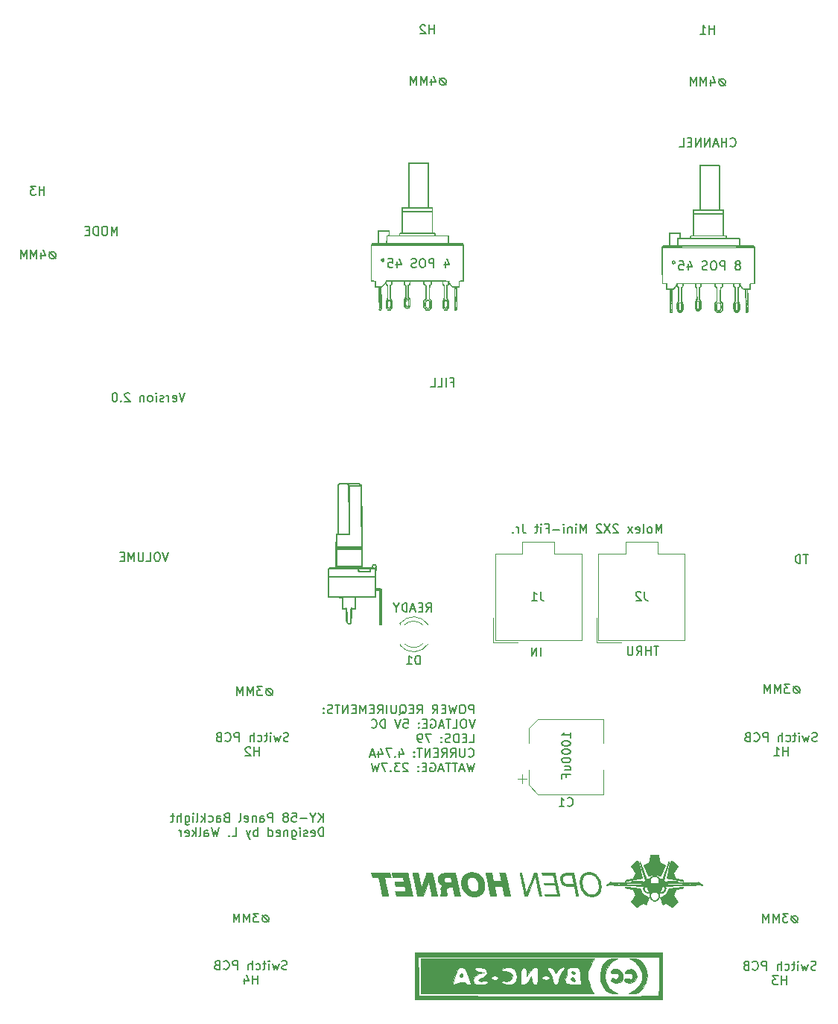
<source format=gbr>
G04 #@! TF.GenerationSoftware,KiCad,Pcbnew,(5.1.6)-1*
G04 #@! TF.CreationDate,2021-02-10T22:37:55+11:00*
G04 #@! TF.ProjectId,KY58 Panel PCB V2,4b593538-2050-4616-9e65-6c2050434220,rev?*
G04 #@! TF.SameCoordinates,Original*
G04 #@! TF.FileFunction,Legend,Bot*
G04 #@! TF.FilePolarity,Positive*
%FSLAX46Y46*%
G04 Gerber Fmt 4.6, Leading zero omitted, Abs format (unit mm)*
G04 Created by KiCad (PCBNEW (5.1.6)-1) date 2021-02-10 22:37:55*
%MOMM*%
%LPD*%
G01*
G04 APERTURE LIST*
%ADD10C,0.150000*%
%ADD11C,0.010000*%
%ADD12C,0.120000*%
G04 APERTURE END LIST*
D10*
X138004761Y-60660714D02*
X138004761Y-61327380D01*
X138242857Y-60279761D02*
X138480952Y-60994047D01*
X137861904Y-60994047D01*
X136719047Y-61327380D02*
X136719047Y-60327380D01*
X136338095Y-60327380D01*
X136242857Y-60375000D01*
X136195238Y-60422619D01*
X136147619Y-60517857D01*
X136147619Y-60660714D01*
X136195238Y-60755952D01*
X136242857Y-60803571D01*
X136338095Y-60851190D01*
X136719047Y-60851190D01*
X135528571Y-60327380D02*
X135338095Y-60327380D01*
X135242857Y-60375000D01*
X135147619Y-60470238D01*
X135100000Y-60660714D01*
X135100000Y-60994047D01*
X135147619Y-61184523D01*
X135242857Y-61279761D01*
X135338095Y-61327380D01*
X135528571Y-61327380D01*
X135623809Y-61279761D01*
X135719047Y-61184523D01*
X135766666Y-60994047D01*
X135766666Y-60660714D01*
X135719047Y-60470238D01*
X135623809Y-60375000D01*
X135528571Y-60327380D01*
X134719047Y-61279761D02*
X134576190Y-61327380D01*
X134338095Y-61327380D01*
X134242857Y-61279761D01*
X134195238Y-61232142D01*
X134147619Y-61136904D01*
X134147619Y-61041666D01*
X134195238Y-60946428D01*
X134242857Y-60898809D01*
X134338095Y-60851190D01*
X134528571Y-60803571D01*
X134623809Y-60755952D01*
X134671428Y-60708333D01*
X134719047Y-60613095D01*
X134719047Y-60517857D01*
X134671428Y-60422619D01*
X134623809Y-60375000D01*
X134528571Y-60327380D01*
X134290476Y-60327380D01*
X134147619Y-60375000D01*
X132528571Y-60660714D02*
X132528571Y-61327380D01*
X132766666Y-60279761D02*
X133004761Y-60994047D01*
X132385714Y-60994047D01*
X131528571Y-60327380D02*
X132004761Y-60327380D01*
X132052380Y-60803571D01*
X132004761Y-60755952D01*
X131909523Y-60708333D01*
X131671428Y-60708333D01*
X131576190Y-60755952D01*
X131528571Y-60803571D01*
X131480952Y-60898809D01*
X131480952Y-61136904D01*
X131528571Y-61232142D01*
X131576190Y-61279761D01*
X131671428Y-61327380D01*
X131909523Y-61327380D01*
X132004761Y-61279761D01*
X132052380Y-61232142D01*
X130909523Y-60327380D02*
X131004761Y-60375000D01*
X131052380Y-60470238D01*
X131004761Y-60565476D01*
X130909523Y-60613095D01*
X130814285Y-60565476D01*
X130766666Y-60470238D01*
X130814285Y-60375000D01*
X130909523Y-60327380D01*
X170422619Y-47507142D02*
X170470238Y-47554761D01*
X170613095Y-47602380D01*
X170708333Y-47602380D01*
X170851190Y-47554761D01*
X170946428Y-47459523D01*
X170994047Y-47364285D01*
X171041666Y-47173809D01*
X171041666Y-47030952D01*
X170994047Y-46840476D01*
X170946428Y-46745238D01*
X170851190Y-46650000D01*
X170708333Y-46602380D01*
X170613095Y-46602380D01*
X170470238Y-46650000D01*
X170422619Y-46697619D01*
X169994047Y-47602380D02*
X169994047Y-46602380D01*
X169994047Y-47078571D02*
X169422619Y-47078571D01*
X169422619Y-47602380D02*
X169422619Y-46602380D01*
X168994047Y-47316666D02*
X168517857Y-47316666D01*
X169089285Y-47602380D02*
X168755952Y-46602380D01*
X168422619Y-47602380D01*
X168089285Y-47602380D02*
X168089285Y-46602380D01*
X167517857Y-47602380D01*
X167517857Y-46602380D01*
X167041666Y-47602380D02*
X167041666Y-46602380D01*
X166470238Y-47602380D01*
X166470238Y-46602380D01*
X165994047Y-47078571D02*
X165660714Y-47078571D01*
X165517857Y-47602380D02*
X165994047Y-47602380D01*
X165994047Y-46602380D01*
X165517857Y-46602380D01*
X164613095Y-47602380D02*
X165089285Y-47602380D01*
X165089285Y-46602380D01*
X171365476Y-61030952D02*
X171460714Y-60983333D01*
X171508333Y-60935714D01*
X171555952Y-60840476D01*
X171555952Y-60792857D01*
X171508333Y-60697619D01*
X171460714Y-60650000D01*
X171365476Y-60602380D01*
X171175000Y-60602380D01*
X171079761Y-60650000D01*
X171032142Y-60697619D01*
X170984523Y-60792857D01*
X170984523Y-60840476D01*
X171032142Y-60935714D01*
X171079761Y-60983333D01*
X171175000Y-61030952D01*
X171365476Y-61030952D01*
X171460714Y-61078571D01*
X171508333Y-61126190D01*
X171555952Y-61221428D01*
X171555952Y-61411904D01*
X171508333Y-61507142D01*
X171460714Y-61554761D01*
X171365476Y-61602380D01*
X171175000Y-61602380D01*
X171079761Y-61554761D01*
X171032142Y-61507142D01*
X170984523Y-61411904D01*
X170984523Y-61221428D01*
X171032142Y-61126190D01*
X171079761Y-61078571D01*
X171175000Y-61030952D01*
X169794047Y-61602380D02*
X169794047Y-60602380D01*
X169413095Y-60602380D01*
X169317857Y-60650000D01*
X169270238Y-60697619D01*
X169222619Y-60792857D01*
X169222619Y-60935714D01*
X169270238Y-61030952D01*
X169317857Y-61078571D01*
X169413095Y-61126190D01*
X169794047Y-61126190D01*
X168603571Y-60602380D02*
X168413095Y-60602380D01*
X168317857Y-60650000D01*
X168222619Y-60745238D01*
X168175000Y-60935714D01*
X168175000Y-61269047D01*
X168222619Y-61459523D01*
X168317857Y-61554761D01*
X168413095Y-61602380D01*
X168603571Y-61602380D01*
X168698809Y-61554761D01*
X168794047Y-61459523D01*
X168841666Y-61269047D01*
X168841666Y-60935714D01*
X168794047Y-60745238D01*
X168698809Y-60650000D01*
X168603571Y-60602380D01*
X167794047Y-61554761D02*
X167651190Y-61602380D01*
X167413095Y-61602380D01*
X167317857Y-61554761D01*
X167270238Y-61507142D01*
X167222619Y-61411904D01*
X167222619Y-61316666D01*
X167270238Y-61221428D01*
X167317857Y-61173809D01*
X167413095Y-61126190D01*
X167603571Y-61078571D01*
X167698809Y-61030952D01*
X167746428Y-60983333D01*
X167794047Y-60888095D01*
X167794047Y-60792857D01*
X167746428Y-60697619D01*
X167698809Y-60650000D01*
X167603571Y-60602380D01*
X167365476Y-60602380D01*
X167222619Y-60650000D01*
X165603571Y-60935714D02*
X165603571Y-61602380D01*
X165841666Y-60554761D02*
X166079761Y-61269047D01*
X165460714Y-61269047D01*
X164603571Y-60602380D02*
X165079761Y-60602380D01*
X165127380Y-61078571D01*
X165079761Y-61030952D01*
X164984523Y-60983333D01*
X164746428Y-60983333D01*
X164651190Y-61030952D01*
X164603571Y-61078571D01*
X164555952Y-61173809D01*
X164555952Y-61411904D01*
X164603571Y-61507142D01*
X164651190Y-61554761D01*
X164746428Y-61602380D01*
X164984523Y-61602380D01*
X165079761Y-61554761D01*
X165127380Y-61507142D01*
X163984523Y-60602380D02*
X164079761Y-60650000D01*
X164127380Y-60745238D01*
X164079761Y-60840476D01*
X163984523Y-60888095D01*
X163889285Y-60840476D01*
X163841666Y-60745238D01*
X163889285Y-60650000D01*
X163984523Y-60602380D01*
X124164404Y-124302380D02*
X124164404Y-123302380D01*
X123592976Y-124302380D02*
X124021547Y-123730952D01*
X123592976Y-123302380D02*
X124164404Y-123873809D01*
X122973928Y-123826190D02*
X122973928Y-124302380D01*
X123307261Y-123302380D02*
X122973928Y-123826190D01*
X122640595Y-123302380D01*
X122307261Y-123921428D02*
X121545357Y-123921428D01*
X120592976Y-123302380D02*
X121069166Y-123302380D01*
X121116785Y-123778571D01*
X121069166Y-123730952D01*
X120973928Y-123683333D01*
X120735833Y-123683333D01*
X120640595Y-123730952D01*
X120592976Y-123778571D01*
X120545357Y-123873809D01*
X120545357Y-124111904D01*
X120592976Y-124207142D01*
X120640595Y-124254761D01*
X120735833Y-124302380D01*
X120973928Y-124302380D01*
X121069166Y-124254761D01*
X121116785Y-124207142D01*
X119973928Y-123730952D02*
X120069166Y-123683333D01*
X120116785Y-123635714D01*
X120164404Y-123540476D01*
X120164404Y-123492857D01*
X120116785Y-123397619D01*
X120069166Y-123350000D01*
X119973928Y-123302380D01*
X119783452Y-123302380D01*
X119688214Y-123350000D01*
X119640595Y-123397619D01*
X119592976Y-123492857D01*
X119592976Y-123540476D01*
X119640595Y-123635714D01*
X119688214Y-123683333D01*
X119783452Y-123730952D01*
X119973928Y-123730952D01*
X120069166Y-123778571D01*
X120116785Y-123826190D01*
X120164404Y-123921428D01*
X120164404Y-124111904D01*
X120116785Y-124207142D01*
X120069166Y-124254761D01*
X119973928Y-124302380D01*
X119783452Y-124302380D01*
X119688214Y-124254761D01*
X119640595Y-124207142D01*
X119592976Y-124111904D01*
X119592976Y-123921428D01*
X119640595Y-123826190D01*
X119688214Y-123778571D01*
X119783452Y-123730952D01*
X118402500Y-124302380D02*
X118402500Y-123302380D01*
X118021547Y-123302380D01*
X117926309Y-123350000D01*
X117878690Y-123397619D01*
X117831071Y-123492857D01*
X117831071Y-123635714D01*
X117878690Y-123730952D01*
X117926309Y-123778571D01*
X118021547Y-123826190D01*
X118402500Y-123826190D01*
X116973928Y-124302380D02*
X116973928Y-123778571D01*
X117021547Y-123683333D01*
X117116785Y-123635714D01*
X117307261Y-123635714D01*
X117402500Y-123683333D01*
X116973928Y-124254761D02*
X117069166Y-124302380D01*
X117307261Y-124302380D01*
X117402500Y-124254761D01*
X117450119Y-124159523D01*
X117450119Y-124064285D01*
X117402500Y-123969047D01*
X117307261Y-123921428D01*
X117069166Y-123921428D01*
X116973928Y-123873809D01*
X116497738Y-123635714D02*
X116497738Y-124302380D01*
X116497738Y-123730952D02*
X116450119Y-123683333D01*
X116354880Y-123635714D01*
X116212023Y-123635714D01*
X116116785Y-123683333D01*
X116069166Y-123778571D01*
X116069166Y-124302380D01*
X115212023Y-124254761D02*
X115307261Y-124302380D01*
X115497738Y-124302380D01*
X115592976Y-124254761D01*
X115640595Y-124159523D01*
X115640595Y-123778571D01*
X115592976Y-123683333D01*
X115497738Y-123635714D01*
X115307261Y-123635714D01*
X115212023Y-123683333D01*
X115164404Y-123778571D01*
X115164404Y-123873809D01*
X115640595Y-123969047D01*
X114592976Y-124302380D02*
X114688214Y-124254761D01*
X114735833Y-124159523D01*
X114735833Y-123302380D01*
X113116785Y-123778571D02*
X112973928Y-123826190D01*
X112926309Y-123873809D01*
X112878690Y-123969047D01*
X112878690Y-124111904D01*
X112926309Y-124207142D01*
X112973928Y-124254761D01*
X113069166Y-124302380D01*
X113450119Y-124302380D01*
X113450119Y-123302380D01*
X113116785Y-123302380D01*
X113021547Y-123350000D01*
X112973928Y-123397619D01*
X112926309Y-123492857D01*
X112926309Y-123588095D01*
X112973928Y-123683333D01*
X113021547Y-123730952D01*
X113116785Y-123778571D01*
X113450119Y-123778571D01*
X112021547Y-124302380D02*
X112021547Y-123778571D01*
X112069166Y-123683333D01*
X112164404Y-123635714D01*
X112354880Y-123635714D01*
X112450119Y-123683333D01*
X112021547Y-124254761D02*
X112116785Y-124302380D01*
X112354880Y-124302380D01*
X112450119Y-124254761D01*
X112497738Y-124159523D01*
X112497738Y-124064285D01*
X112450119Y-123969047D01*
X112354880Y-123921428D01*
X112116785Y-123921428D01*
X112021547Y-123873809D01*
X111116785Y-124254761D02*
X111212023Y-124302380D01*
X111402500Y-124302380D01*
X111497738Y-124254761D01*
X111545357Y-124207142D01*
X111592976Y-124111904D01*
X111592976Y-123826190D01*
X111545357Y-123730952D01*
X111497738Y-123683333D01*
X111402500Y-123635714D01*
X111212023Y-123635714D01*
X111116785Y-123683333D01*
X110688214Y-124302380D02*
X110688214Y-123302380D01*
X110592976Y-123921428D02*
X110307261Y-124302380D01*
X110307261Y-123635714D02*
X110688214Y-124016666D01*
X109735833Y-124302380D02*
X109831071Y-124254761D01*
X109878690Y-124159523D01*
X109878690Y-123302380D01*
X109354880Y-124302380D02*
X109354880Y-123635714D01*
X109354880Y-123302380D02*
X109402500Y-123350000D01*
X109354880Y-123397619D01*
X109307261Y-123350000D01*
X109354880Y-123302380D01*
X109354880Y-123397619D01*
X108450119Y-123635714D02*
X108450119Y-124445238D01*
X108497738Y-124540476D01*
X108545357Y-124588095D01*
X108640595Y-124635714D01*
X108783452Y-124635714D01*
X108878690Y-124588095D01*
X108450119Y-124254761D02*
X108545357Y-124302380D01*
X108735833Y-124302380D01*
X108831071Y-124254761D01*
X108878690Y-124207142D01*
X108926309Y-124111904D01*
X108926309Y-123826190D01*
X108878690Y-123730952D01*
X108831071Y-123683333D01*
X108735833Y-123635714D01*
X108545357Y-123635714D01*
X108450119Y-123683333D01*
X107973928Y-124302380D02*
X107973928Y-123302380D01*
X107545357Y-124302380D02*
X107545357Y-123778571D01*
X107592976Y-123683333D01*
X107688214Y-123635714D01*
X107831071Y-123635714D01*
X107926309Y-123683333D01*
X107973928Y-123730952D01*
X107212023Y-123635714D02*
X106831071Y-123635714D01*
X107069166Y-123302380D02*
X107069166Y-124159523D01*
X107021547Y-124254761D01*
X106926309Y-124302380D01*
X106831071Y-124302380D01*
X124164404Y-125952380D02*
X124164404Y-124952380D01*
X123926309Y-124952380D01*
X123783452Y-125000000D01*
X123688214Y-125095238D01*
X123640595Y-125190476D01*
X123592976Y-125380952D01*
X123592976Y-125523809D01*
X123640595Y-125714285D01*
X123688214Y-125809523D01*
X123783452Y-125904761D01*
X123926309Y-125952380D01*
X124164404Y-125952380D01*
X122783452Y-125904761D02*
X122878690Y-125952380D01*
X123069166Y-125952380D01*
X123164404Y-125904761D01*
X123212023Y-125809523D01*
X123212023Y-125428571D01*
X123164404Y-125333333D01*
X123069166Y-125285714D01*
X122878690Y-125285714D01*
X122783452Y-125333333D01*
X122735833Y-125428571D01*
X122735833Y-125523809D01*
X123212023Y-125619047D01*
X122354880Y-125904761D02*
X122259642Y-125952380D01*
X122069166Y-125952380D01*
X121973928Y-125904761D01*
X121926309Y-125809523D01*
X121926309Y-125761904D01*
X121973928Y-125666666D01*
X122069166Y-125619047D01*
X122212023Y-125619047D01*
X122307261Y-125571428D01*
X122354880Y-125476190D01*
X122354880Y-125428571D01*
X122307261Y-125333333D01*
X122212023Y-125285714D01*
X122069166Y-125285714D01*
X121973928Y-125333333D01*
X121497738Y-125952380D02*
X121497738Y-125285714D01*
X121497738Y-124952380D02*
X121545357Y-125000000D01*
X121497738Y-125047619D01*
X121450119Y-125000000D01*
X121497738Y-124952380D01*
X121497738Y-125047619D01*
X120592976Y-125285714D02*
X120592976Y-126095238D01*
X120640595Y-126190476D01*
X120688214Y-126238095D01*
X120783452Y-126285714D01*
X120926309Y-126285714D01*
X121021547Y-126238095D01*
X120592976Y-125904761D02*
X120688214Y-125952380D01*
X120878690Y-125952380D01*
X120973928Y-125904761D01*
X121021547Y-125857142D01*
X121069166Y-125761904D01*
X121069166Y-125476190D01*
X121021547Y-125380952D01*
X120973928Y-125333333D01*
X120878690Y-125285714D01*
X120688214Y-125285714D01*
X120592976Y-125333333D01*
X120116785Y-125285714D02*
X120116785Y-125952380D01*
X120116785Y-125380952D02*
X120069166Y-125333333D01*
X119973928Y-125285714D01*
X119831071Y-125285714D01*
X119735833Y-125333333D01*
X119688214Y-125428571D01*
X119688214Y-125952380D01*
X118831071Y-125904761D02*
X118926309Y-125952380D01*
X119116785Y-125952380D01*
X119212023Y-125904761D01*
X119259642Y-125809523D01*
X119259642Y-125428571D01*
X119212023Y-125333333D01*
X119116785Y-125285714D01*
X118926309Y-125285714D01*
X118831071Y-125333333D01*
X118783452Y-125428571D01*
X118783452Y-125523809D01*
X119259642Y-125619047D01*
X117926309Y-125952380D02*
X117926309Y-124952380D01*
X117926309Y-125904761D02*
X118021547Y-125952380D01*
X118212023Y-125952380D01*
X118307261Y-125904761D01*
X118354880Y-125857142D01*
X118402500Y-125761904D01*
X118402500Y-125476190D01*
X118354880Y-125380952D01*
X118307261Y-125333333D01*
X118212023Y-125285714D01*
X118021547Y-125285714D01*
X117926309Y-125333333D01*
X116688214Y-125952380D02*
X116688214Y-124952380D01*
X116688214Y-125333333D02*
X116592976Y-125285714D01*
X116402500Y-125285714D01*
X116307261Y-125333333D01*
X116259642Y-125380952D01*
X116212023Y-125476190D01*
X116212023Y-125761904D01*
X116259642Y-125857142D01*
X116307261Y-125904761D01*
X116402500Y-125952380D01*
X116592976Y-125952380D01*
X116688214Y-125904761D01*
X115878690Y-125285714D02*
X115640595Y-125952380D01*
X115402500Y-125285714D02*
X115640595Y-125952380D01*
X115735833Y-126190476D01*
X115783452Y-126238095D01*
X115878690Y-126285714D01*
X113783452Y-125952380D02*
X114259642Y-125952380D01*
X114259642Y-124952380D01*
X113450119Y-125857142D02*
X113402500Y-125904761D01*
X113450119Y-125952380D01*
X113497738Y-125904761D01*
X113450119Y-125857142D01*
X113450119Y-125952380D01*
X112307261Y-124952380D02*
X112069166Y-125952380D01*
X111878690Y-125238095D01*
X111688214Y-125952380D01*
X111450119Y-124952380D01*
X110640595Y-125952380D02*
X110640595Y-125428571D01*
X110688214Y-125333333D01*
X110783452Y-125285714D01*
X110973928Y-125285714D01*
X111069166Y-125333333D01*
X110640595Y-125904761D02*
X110735833Y-125952380D01*
X110973928Y-125952380D01*
X111069166Y-125904761D01*
X111116785Y-125809523D01*
X111116785Y-125714285D01*
X111069166Y-125619047D01*
X110973928Y-125571428D01*
X110735833Y-125571428D01*
X110640595Y-125523809D01*
X110021547Y-125952380D02*
X110116785Y-125904761D01*
X110164404Y-125809523D01*
X110164404Y-124952380D01*
X109640595Y-125952380D02*
X109640595Y-124952380D01*
X109545357Y-125571428D02*
X109259642Y-125952380D01*
X109259642Y-125285714D02*
X109640595Y-125666666D01*
X108450119Y-125904761D02*
X108545357Y-125952380D01*
X108735833Y-125952380D01*
X108831071Y-125904761D01*
X108878690Y-125809523D01*
X108878690Y-125428571D01*
X108831071Y-125333333D01*
X108735833Y-125285714D01*
X108545357Y-125285714D01*
X108450119Y-125333333D01*
X108402500Y-125428571D01*
X108402500Y-125523809D01*
X108878690Y-125619047D01*
X107973928Y-125952380D02*
X107973928Y-125285714D01*
X107973928Y-125476190D02*
X107926309Y-125380952D01*
X107878690Y-125333333D01*
X107783452Y-125285714D01*
X107688214Y-125285714D01*
X92436904Y-53077380D02*
X92436904Y-52077380D01*
X92436904Y-52553571D02*
X91865476Y-52553571D01*
X91865476Y-53077380D02*
X91865476Y-52077380D01*
X91484523Y-52077380D02*
X90865476Y-52077380D01*
X91198809Y-52458333D01*
X91055952Y-52458333D01*
X90960714Y-52505952D01*
X90913095Y-52553571D01*
X90865476Y-52648809D01*
X90865476Y-52886904D01*
X90913095Y-52982142D01*
X90960714Y-53029761D01*
X91055952Y-53077380D01*
X91341666Y-53077380D01*
X91436904Y-53029761D01*
X91484523Y-52982142D01*
X168579704Y-34793180D02*
X168579704Y-33793180D01*
X168579704Y-34269371D02*
X168008276Y-34269371D01*
X168008276Y-34793180D02*
X168008276Y-33793180D01*
X167008276Y-34793180D02*
X167579704Y-34793180D01*
X167293990Y-34793180D02*
X167293990Y-33793180D01*
X167389228Y-33936038D01*
X167484466Y-34031276D01*
X167579704Y-34078895D01*
X136753504Y-34767780D02*
X136753504Y-33767780D01*
X136753504Y-34243971D02*
X136182076Y-34243971D01*
X136182076Y-34767780D02*
X136182076Y-33767780D01*
X135753504Y-33863019D02*
X135705885Y-33815400D01*
X135610647Y-33767780D01*
X135372552Y-33767780D01*
X135277314Y-33815400D01*
X135229695Y-33863019D01*
X135182076Y-33958257D01*
X135182076Y-34053495D01*
X135229695Y-34196352D01*
X135801123Y-34767780D01*
X135182076Y-34767780D01*
X117664285Y-134940476D02*
X117473809Y-134940476D01*
X117283333Y-135035714D01*
X117188095Y-135226190D01*
X117188095Y-135416666D01*
X117283333Y-135607142D01*
X117473809Y-135702380D01*
X117664285Y-135702380D01*
X117854761Y-135607142D01*
X117950000Y-135416666D01*
X117950000Y-135226190D01*
X117854761Y-135035714D01*
X117664285Y-134940476D01*
X117188095Y-134940476D02*
X117950000Y-135702380D01*
X116807142Y-134702380D02*
X116188095Y-134702380D01*
X116521428Y-135083333D01*
X116378571Y-135083333D01*
X116283333Y-135130952D01*
X116235714Y-135178571D01*
X116188095Y-135273809D01*
X116188095Y-135511904D01*
X116235714Y-135607142D01*
X116283333Y-135654761D01*
X116378571Y-135702380D01*
X116664285Y-135702380D01*
X116759523Y-135654761D01*
X116807142Y-135607142D01*
X115759523Y-135702380D02*
X115759523Y-134702380D01*
X115426190Y-135416666D01*
X115092857Y-134702380D01*
X115092857Y-135702380D01*
X114616666Y-135702380D02*
X114616666Y-134702380D01*
X114283333Y-135416666D01*
X113950000Y-134702380D01*
X113950000Y-135702380D01*
X177841085Y-134953076D02*
X177650609Y-134953076D01*
X177460133Y-135048314D01*
X177364895Y-135238790D01*
X177364895Y-135429266D01*
X177460133Y-135619742D01*
X177650609Y-135714980D01*
X177841085Y-135714980D01*
X178031561Y-135619742D01*
X178126800Y-135429266D01*
X178126800Y-135238790D01*
X178031561Y-135048314D01*
X177841085Y-134953076D01*
X177364895Y-134953076D02*
X178126800Y-135714980D01*
X176983942Y-134714980D02*
X176364895Y-134714980D01*
X176698228Y-135095933D01*
X176555371Y-135095933D01*
X176460133Y-135143552D01*
X176412514Y-135191171D01*
X176364895Y-135286409D01*
X176364895Y-135524504D01*
X176412514Y-135619742D01*
X176460133Y-135667361D01*
X176555371Y-135714980D01*
X176841085Y-135714980D01*
X176936323Y-135667361D01*
X176983942Y-135619742D01*
X175936323Y-135714980D02*
X175936323Y-134714980D01*
X175602990Y-135429266D01*
X175269657Y-134714980D01*
X175269657Y-135714980D01*
X174793466Y-135714980D02*
X174793466Y-134714980D01*
X174460133Y-135429266D01*
X174126800Y-134714980D01*
X174126800Y-135714980D01*
X178016885Y-108925076D02*
X177826409Y-108925076D01*
X177635933Y-109020314D01*
X177540695Y-109210790D01*
X177540695Y-109401266D01*
X177635933Y-109591742D01*
X177826409Y-109686980D01*
X178016885Y-109686980D01*
X178207361Y-109591742D01*
X178302600Y-109401266D01*
X178302600Y-109210790D01*
X178207361Y-109020314D01*
X178016885Y-108925076D01*
X177540695Y-108925076D02*
X178302600Y-109686980D01*
X177159742Y-108686980D02*
X176540695Y-108686980D01*
X176874028Y-109067933D01*
X176731171Y-109067933D01*
X176635933Y-109115552D01*
X176588314Y-109163171D01*
X176540695Y-109258409D01*
X176540695Y-109496504D01*
X176588314Y-109591742D01*
X176635933Y-109639361D01*
X176731171Y-109686980D01*
X177016885Y-109686980D01*
X177112123Y-109639361D01*
X177159742Y-109591742D01*
X176112123Y-109686980D02*
X176112123Y-108686980D01*
X175778790Y-109401266D01*
X175445457Y-108686980D01*
X175445457Y-109686980D01*
X174969266Y-109686980D02*
X174969266Y-108686980D01*
X174635933Y-109401266D01*
X174302600Y-108686980D01*
X174302600Y-109686980D01*
X118078685Y-109176676D02*
X117888209Y-109176676D01*
X117697733Y-109271914D01*
X117602495Y-109462390D01*
X117602495Y-109652866D01*
X117697733Y-109843342D01*
X117888209Y-109938580D01*
X118078685Y-109938580D01*
X118269161Y-109843342D01*
X118364400Y-109652866D01*
X118364400Y-109462390D01*
X118269161Y-109271914D01*
X118078685Y-109176676D01*
X117602495Y-109176676D02*
X118364400Y-109938580D01*
X117221542Y-108938580D02*
X116602495Y-108938580D01*
X116935828Y-109319533D01*
X116792971Y-109319533D01*
X116697733Y-109367152D01*
X116650114Y-109414771D01*
X116602495Y-109510009D01*
X116602495Y-109748104D01*
X116650114Y-109843342D01*
X116697733Y-109890961D01*
X116792971Y-109938580D01*
X117078685Y-109938580D01*
X117173923Y-109890961D01*
X117221542Y-109843342D01*
X116173923Y-109938580D02*
X116173923Y-108938580D01*
X115840590Y-109652866D01*
X115507257Y-108938580D01*
X115507257Y-109938580D01*
X115031066Y-109938580D02*
X115031066Y-108938580D01*
X114697733Y-109652866D01*
X114364400Y-108938580D01*
X114364400Y-109938580D01*
X120020238Y-141029761D02*
X119877380Y-141077380D01*
X119639285Y-141077380D01*
X119544047Y-141029761D01*
X119496428Y-140982142D01*
X119448809Y-140886904D01*
X119448809Y-140791666D01*
X119496428Y-140696428D01*
X119544047Y-140648809D01*
X119639285Y-140601190D01*
X119829761Y-140553571D01*
X119925000Y-140505952D01*
X119972619Y-140458333D01*
X120020238Y-140363095D01*
X120020238Y-140267857D01*
X119972619Y-140172619D01*
X119925000Y-140125000D01*
X119829761Y-140077380D01*
X119591666Y-140077380D01*
X119448809Y-140125000D01*
X119115476Y-140410714D02*
X118925000Y-141077380D01*
X118734523Y-140601190D01*
X118544047Y-141077380D01*
X118353571Y-140410714D01*
X117972619Y-141077380D02*
X117972619Y-140410714D01*
X117972619Y-140077380D02*
X118020238Y-140125000D01*
X117972619Y-140172619D01*
X117925000Y-140125000D01*
X117972619Y-140077380D01*
X117972619Y-140172619D01*
X117639285Y-140410714D02*
X117258333Y-140410714D01*
X117496428Y-140077380D02*
X117496428Y-140934523D01*
X117448809Y-141029761D01*
X117353571Y-141077380D01*
X117258333Y-141077380D01*
X116496428Y-141029761D02*
X116591666Y-141077380D01*
X116782142Y-141077380D01*
X116877380Y-141029761D01*
X116925000Y-140982142D01*
X116972619Y-140886904D01*
X116972619Y-140601190D01*
X116925000Y-140505952D01*
X116877380Y-140458333D01*
X116782142Y-140410714D01*
X116591666Y-140410714D01*
X116496428Y-140458333D01*
X116067857Y-141077380D02*
X116067857Y-140077380D01*
X115639285Y-141077380D02*
X115639285Y-140553571D01*
X115686904Y-140458333D01*
X115782142Y-140410714D01*
X115925000Y-140410714D01*
X116020238Y-140458333D01*
X116067857Y-140505952D01*
X114401190Y-141077380D02*
X114401190Y-140077380D01*
X114020238Y-140077380D01*
X113925000Y-140125000D01*
X113877380Y-140172619D01*
X113829761Y-140267857D01*
X113829761Y-140410714D01*
X113877380Y-140505952D01*
X113925000Y-140553571D01*
X114020238Y-140601190D01*
X114401190Y-140601190D01*
X112829761Y-140982142D02*
X112877380Y-141029761D01*
X113020238Y-141077380D01*
X113115476Y-141077380D01*
X113258333Y-141029761D01*
X113353571Y-140934523D01*
X113401190Y-140839285D01*
X113448809Y-140648809D01*
X113448809Y-140505952D01*
X113401190Y-140315476D01*
X113353571Y-140220238D01*
X113258333Y-140125000D01*
X113115476Y-140077380D01*
X113020238Y-140077380D01*
X112877380Y-140125000D01*
X112829761Y-140172619D01*
X112067857Y-140553571D02*
X111925000Y-140601190D01*
X111877380Y-140648809D01*
X111829761Y-140744047D01*
X111829761Y-140886904D01*
X111877380Y-140982142D01*
X111925000Y-141029761D01*
X112020238Y-141077380D01*
X112401190Y-141077380D01*
X112401190Y-140077380D01*
X112067857Y-140077380D01*
X111972619Y-140125000D01*
X111925000Y-140172619D01*
X111877380Y-140267857D01*
X111877380Y-140363095D01*
X111925000Y-140458333D01*
X111972619Y-140505952D01*
X112067857Y-140553571D01*
X112401190Y-140553571D01*
X116686904Y-142727380D02*
X116686904Y-141727380D01*
X116686904Y-142203571D02*
X116115476Y-142203571D01*
X116115476Y-142727380D02*
X116115476Y-141727380D01*
X115210714Y-142060714D02*
X115210714Y-142727380D01*
X115448809Y-141679761D02*
X115686904Y-142394047D01*
X115067857Y-142394047D01*
X180145838Y-141090761D02*
X180002980Y-141138380D01*
X179764885Y-141138380D01*
X179669647Y-141090761D01*
X179622028Y-141043142D01*
X179574409Y-140947904D01*
X179574409Y-140852666D01*
X179622028Y-140757428D01*
X179669647Y-140709809D01*
X179764885Y-140662190D01*
X179955361Y-140614571D01*
X180050600Y-140566952D01*
X180098219Y-140519333D01*
X180145838Y-140424095D01*
X180145838Y-140328857D01*
X180098219Y-140233619D01*
X180050600Y-140186000D01*
X179955361Y-140138380D01*
X179717266Y-140138380D01*
X179574409Y-140186000D01*
X179241076Y-140471714D02*
X179050600Y-141138380D01*
X178860123Y-140662190D01*
X178669647Y-141138380D01*
X178479171Y-140471714D01*
X178098219Y-141138380D02*
X178098219Y-140471714D01*
X178098219Y-140138380D02*
X178145838Y-140186000D01*
X178098219Y-140233619D01*
X178050600Y-140186000D01*
X178098219Y-140138380D01*
X178098219Y-140233619D01*
X177764885Y-140471714D02*
X177383933Y-140471714D01*
X177622028Y-140138380D02*
X177622028Y-140995523D01*
X177574409Y-141090761D01*
X177479171Y-141138380D01*
X177383933Y-141138380D01*
X176622028Y-141090761D02*
X176717266Y-141138380D01*
X176907742Y-141138380D01*
X177002980Y-141090761D01*
X177050600Y-141043142D01*
X177098219Y-140947904D01*
X177098219Y-140662190D01*
X177050600Y-140566952D01*
X177002980Y-140519333D01*
X176907742Y-140471714D01*
X176717266Y-140471714D01*
X176622028Y-140519333D01*
X176193457Y-141138380D02*
X176193457Y-140138380D01*
X175764885Y-141138380D02*
X175764885Y-140614571D01*
X175812504Y-140519333D01*
X175907742Y-140471714D01*
X176050600Y-140471714D01*
X176145838Y-140519333D01*
X176193457Y-140566952D01*
X174526790Y-141138380D02*
X174526790Y-140138380D01*
X174145838Y-140138380D01*
X174050600Y-140186000D01*
X174002980Y-140233619D01*
X173955361Y-140328857D01*
X173955361Y-140471714D01*
X174002980Y-140566952D01*
X174050600Y-140614571D01*
X174145838Y-140662190D01*
X174526790Y-140662190D01*
X172955361Y-141043142D02*
X173002980Y-141090761D01*
X173145838Y-141138380D01*
X173241076Y-141138380D01*
X173383933Y-141090761D01*
X173479171Y-140995523D01*
X173526790Y-140900285D01*
X173574409Y-140709809D01*
X173574409Y-140566952D01*
X173526790Y-140376476D01*
X173479171Y-140281238D01*
X173383933Y-140186000D01*
X173241076Y-140138380D01*
X173145838Y-140138380D01*
X173002980Y-140186000D01*
X172955361Y-140233619D01*
X172193457Y-140614571D02*
X172050600Y-140662190D01*
X172002980Y-140709809D01*
X171955361Y-140805047D01*
X171955361Y-140947904D01*
X172002980Y-141043142D01*
X172050600Y-141090761D01*
X172145838Y-141138380D01*
X172526790Y-141138380D01*
X172526790Y-140138380D01*
X172193457Y-140138380D01*
X172098219Y-140186000D01*
X172050600Y-140233619D01*
X172002980Y-140328857D01*
X172002980Y-140424095D01*
X172050600Y-140519333D01*
X172098219Y-140566952D01*
X172193457Y-140614571D01*
X172526790Y-140614571D01*
X176812504Y-142788380D02*
X176812504Y-141788380D01*
X176812504Y-142264571D02*
X176241076Y-142264571D01*
X176241076Y-142788380D02*
X176241076Y-141788380D01*
X175860123Y-141788380D02*
X175241076Y-141788380D01*
X175574409Y-142169333D01*
X175431552Y-142169333D01*
X175336314Y-142216952D01*
X175288695Y-142264571D01*
X175241076Y-142359809D01*
X175241076Y-142597904D01*
X175288695Y-142693142D01*
X175336314Y-142740761D01*
X175431552Y-142788380D01*
X175717266Y-142788380D01*
X175812504Y-142740761D01*
X175860123Y-142693142D01*
X120205638Y-115111161D02*
X120062780Y-115158780D01*
X119824685Y-115158780D01*
X119729447Y-115111161D01*
X119681828Y-115063542D01*
X119634209Y-114968304D01*
X119634209Y-114873066D01*
X119681828Y-114777828D01*
X119729447Y-114730209D01*
X119824685Y-114682590D01*
X120015161Y-114634971D01*
X120110400Y-114587352D01*
X120158019Y-114539733D01*
X120205638Y-114444495D01*
X120205638Y-114349257D01*
X120158019Y-114254019D01*
X120110400Y-114206400D01*
X120015161Y-114158780D01*
X119777066Y-114158780D01*
X119634209Y-114206400D01*
X119300876Y-114492114D02*
X119110400Y-115158780D01*
X118919923Y-114682590D01*
X118729447Y-115158780D01*
X118538971Y-114492114D01*
X118158019Y-115158780D02*
X118158019Y-114492114D01*
X118158019Y-114158780D02*
X118205638Y-114206400D01*
X118158019Y-114254019D01*
X118110400Y-114206400D01*
X118158019Y-114158780D01*
X118158019Y-114254019D01*
X117824685Y-114492114D02*
X117443733Y-114492114D01*
X117681828Y-114158780D02*
X117681828Y-115015923D01*
X117634209Y-115111161D01*
X117538971Y-115158780D01*
X117443733Y-115158780D01*
X116681828Y-115111161D02*
X116777066Y-115158780D01*
X116967542Y-115158780D01*
X117062780Y-115111161D01*
X117110400Y-115063542D01*
X117158019Y-114968304D01*
X117158019Y-114682590D01*
X117110400Y-114587352D01*
X117062780Y-114539733D01*
X116967542Y-114492114D01*
X116777066Y-114492114D01*
X116681828Y-114539733D01*
X116253257Y-115158780D02*
X116253257Y-114158780D01*
X115824685Y-115158780D02*
X115824685Y-114634971D01*
X115872304Y-114539733D01*
X115967542Y-114492114D01*
X116110400Y-114492114D01*
X116205638Y-114539733D01*
X116253257Y-114587352D01*
X114586590Y-115158780D02*
X114586590Y-114158780D01*
X114205638Y-114158780D01*
X114110400Y-114206400D01*
X114062780Y-114254019D01*
X114015161Y-114349257D01*
X114015161Y-114492114D01*
X114062780Y-114587352D01*
X114110400Y-114634971D01*
X114205638Y-114682590D01*
X114586590Y-114682590D01*
X113015161Y-115063542D02*
X113062780Y-115111161D01*
X113205638Y-115158780D01*
X113300876Y-115158780D01*
X113443733Y-115111161D01*
X113538971Y-115015923D01*
X113586590Y-114920685D01*
X113634209Y-114730209D01*
X113634209Y-114587352D01*
X113586590Y-114396876D01*
X113538971Y-114301638D01*
X113443733Y-114206400D01*
X113300876Y-114158780D01*
X113205638Y-114158780D01*
X113062780Y-114206400D01*
X113015161Y-114254019D01*
X112253257Y-114634971D02*
X112110400Y-114682590D01*
X112062780Y-114730209D01*
X112015161Y-114825447D01*
X112015161Y-114968304D01*
X112062780Y-115063542D01*
X112110400Y-115111161D01*
X112205638Y-115158780D01*
X112586590Y-115158780D01*
X112586590Y-114158780D01*
X112253257Y-114158780D01*
X112158019Y-114206400D01*
X112110400Y-114254019D01*
X112062780Y-114349257D01*
X112062780Y-114444495D01*
X112110400Y-114539733D01*
X112158019Y-114587352D01*
X112253257Y-114634971D01*
X112586590Y-114634971D01*
X116872304Y-116808780D02*
X116872304Y-115808780D01*
X116872304Y-116284971D02*
X116300876Y-116284971D01*
X116300876Y-116808780D02*
X116300876Y-115808780D01*
X115872304Y-115904019D02*
X115824685Y-115856400D01*
X115729447Y-115808780D01*
X115491352Y-115808780D01*
X115396114Y-115856400D01*
X115348495Y-115904019D01*
X115300876Y-115999257D01*
X115300876Y-116094495D01*
X115348495Y-116237352D01*
X115919923Y-116808780D01*
X115300876Y-116808780D01*
X180296238Y-115113561D02*
X180153380Y-115161180D01*
X179915285Y-115161180D01*
X179820047Y-115113561D01*
X179772428Y-115065942D01*
X179724809Y-114970704D01*
X179724809Y-114875466D01*
X179772428Y-114780228D01*
X179820047Y-114732609D01*
X179915285Y-114684990D01*
X180105761Y-114637371D01*
X180201000Y-114589752D01*
X180248619Y-114542133D01*
X180296238Y-114446895D01*
X180296238Y-114351657D01*
X180248619Y-114256419D01*
X180201000Y-114208800D01*
X180105761Y-114161180D01*
X179867666Y-114161180D01*
X179724809Y-114208800D01*
X179391476Y-114494514D02*
X179201000Y-115161180D01*
X179010523Y-114684990D01*
X178820047Y-115161180D01*
X178629571Y-114494514D01*
X178248619Y-115161180D02*
X178248619Y-114494514D01*
X178248619Y-114161180D02*
X178296238Y-114208800D01*
X178248619Y-114256419D01*
X178201000Y-114208800D01*
X178248619Y-114161180D01*
X178248619Y-114256419D01*
X177915285Y-114494514D02*
X177534333Y-114494514D01*
X177772428Y-114161180D02*
X177772428Y-115018323D01*
X177724809Y-115113561D01*
X177629571Y-115161180D01*
X177534333Y-115161180D01*
X176772428Y-115113561D02*
X176867666Y-115161180D01*
X177058142Y-115161180D01*
X177153380Y-115113561D01*
X177201000Y-115065942D01*
X177248619Y-114970704D01*
X177248619Y-114684990D01*
X177201000Y-114589752D01*
X177153380Y-114542133D01*
X177058142Y-114494514D01*
X176867666Y-114494514D01*
X176772428Y-114542133D01*
X176343857Y-115161180D02*
X176343857Y-114161180D01*
X175915285Y-115161180D02*
X175915285Y-114637371D01*
X175962904Y-114542133D01*
X176058142Y-114494514D01*
X176201000Y-114494514D01*
X176296238Y-114542133D01*
X176343857Y-114589752D01*
X174677190Y-115161180D02*
X174677190Y-114161180D01*
X174296238Y-114161180D01*
X174201000Y-114208800D01*
X174153380Y-114256419D01*
X174105761Y-114351657D01*
X174105761Y-114494514D01*
X174153380Y-114589752D01*
X174201000Y-114637371D01*
X174296238Y-114684990D01*
X174677190Y-114684990D01*
X173105761Y-115065942D02*
X173153380Y-115113561D01*
X173296238Y-115161180D01*
X173391476Y-115161180D01*
X173534333Y-115113561D01*
X173629571Y-115018323D01*
X173677190Y-114923085D01*
X173724809Y-114732609D01*
X173724809Y-114589752D01*
X173677190Y-114399276D01*
X173629571Y-114304038D01*
X173534333Y-114208800D01*
X173391476Y-114161180D01*
X173296238Y-114161180D01*
X173153380Y-114208800D01*
X173105761Y-114256419D01*
X172343857Y-114637371D02*
X172201000Y-114684990D01*
X172153380Y-114732609D01*
X172105761Y-114827847D01*
X172105761Y-114970704D01*
X172153380Y-115065942D01*
X172201000Y-115113561D01*
X172296238Y-115161180D01*
X172677190Y-115161180D01*
X172677190Y-114161180D01*
X172343857Y-114161180D01*
X172248619Y-114208800D01*
X172201000Y-114256419D01*
X172153380Y-114351657D01*
X172153380Y-114446895D01*
X172201000Y-114542133D01*
X172248619Y-114589752D01*
X172343857Y-114637371D01*
X172677190Y-114637371D01*
X176962904Y-116811180D02*
X176962904Y-115811180D01*
X176962904Y-116287371D02*
X176391476Y-116287371D01*
X176391476Y-116811180D02*
X176391476Y-115811180D01*
X175391476Y-116811180D02*
X175962904Y-116811180D01*
X175677190Y-116811180D02*
X175677190Y-115811180D01*
X175772428Y-115954038D01*
X175867666Y-116049276D01*
X175962904Y-116096895D01*
X138654761Y-74328571D02*
X138988095Y-74328571D01*
X138988095Y-74852380D02*
X138988095Y-73852380D01*
X138511904Y-73852380D01*
X138130952Y-74852380D02*
X138130952Y-73852380D01*
X137178571Y-74852380D02*
X137654761Y-74852380D01*
X137654761Y-73852380D01*
X136369047Y-74852380D02*
X136845238Y-74852380D01*
X136845238Y-73852380D01*
X179285714Y-93927380D02*
X178714285Y-93927380D01*
X179000000Y-94927380D02*
X179000000Y-93927380D01*
X178380952Y-94927380D02*
X178380952Y-93927380D01*
X178142857Y-93927380D01*
X178000000Y-93975000D01*
X177904761Y-94070238D01*
X177857142Y-94165476D01*
X177809523Y-94355952D01*
X177809523Y-94498809D01*
X177857142Y-94689285D01*
X177904761Y-94784523D01*
X178000000Y-94879761D01*
X178142857Y-94927380D01*
X178380952Y-94927380D01*
X106559523Y-93702380D02*
X106226190Y-94702380D01*
X105892857Y-93702380D01*
X105369047Y-93702380D02*
X105178571Y-93702380D01*
X105083333Y-93750000D01*
X104988095Y-93845238D01*
X104940476Y-94035714D01*
X104940476Y-94369047D01*
X104988095Y-94559523D01*
X105083333Y-94654761D01*
X105178571Y-94702380D01*
X105369047Y-94702380D01*
X105464285Y-94654761D01*
X105559523Y-94559523D01*
X105607142Y-94369047D01*
X105607142Y-94035714D01*
X105559523Y-93845238D01*
X105464285Y-93750000D01*
X105369047Y-93702380D01*
X104035714Y-94702380D02*
X104511904Y-94702380D01*
X104511904Y-93702380D01*
X103702380Y-93702380D02*
X103702380Y-94511904D01*
X103654761Y-94607142D01*
X103607142Y-94654761D01*
X103511904Y-94702380D01*
X103321428Y-94702380D01*
X103226190Y-94654761D01*
X103178571Y-94607142D01*
X103130952Y-94511904D01*
X103130952Y-93702380D01*
X102654761Y-94702380D02*
X102654761Y-93702380D01*
X102321428Y-94416666D01*
X101988095Y-93702380D01*
X101988095Y-94702380D01*
X101511904Y-94178571D02*
X101178571Y-94178571D01*
X101035714Y-94702380D02*
X101511904Y-94702380D01*
X101511904Y-93702380D01*
X101035714Y-93702380D01*
X100734523Y-57652380D02*
X100734523Y-56652380D01*
X100401190Y-57366666D01*
X100067857Y-56652380D01*
X100067857Y-57652380D01*
X99401190Y-56652380D02*
X99210714Y-56652380D01*
X99115476Y-56700000D01*
X99020238Y-56795238D01*
X98972619Y-56985714D01*
X98972619Y-57319047D01*
X99020238Y-57509523D01*
X99115476Y-57604761D01*
X99210714Y-57652380D01*
X99401190Y-57652380D01*
X99496428Y-57604761D01*
X99591666Y-57509523D01*
X99639285Y-57319047D01*
X99639285Y-56985714D01*
X99591666Y-56795238D01*
X99496428Y-56700000D01*
X99401190Y-56652380D01*
X98544047Y-57652380D02*
X98544047Y-56652380D01*
X98305952Y-56652380D01*
X98163095Y-56700000D01*
X98067857Y-56795238D01*
X98020238Y-56890476D01*
X97972619Y-57080952D01*
X97972619Y-57223809D01*
X98020238Y-57414285D01*
X98067857Y-57509523D01*
X98163095Y-57604761D01*
X98305952Y-57652380D01*
X98544047Y-57652380D01*
X97544047Y-57128571D02*
X97210714Y-57128571D01*
X97067857Y-57652380D02*
X97544047Y-57652380D01*
X97544047Y-56652380D01*
X97067857Y-56652380D01*
X108440476Y-75552380D02*
X108107142Y-76552380D01*
X107773809Y-75552380D01*
X107059523Y-76504761D02*
X107154761Y-76552380D01*
X107345238Y-76552380D01*
X107440476Y-76504761D01*
X107488095Y-76409523D01*
X107488095Y-76028571D01*
X107440476Y-75933333D01*
X107345238Y-75885714D01*
X107154761Y-75885714D01*
X107059523Y-75933333D01*
X107011904Y-76028571D01*
X107011904Y-76123809D01*
X107488095Y-76219047D01*
X106583333Y-76552380D02*
X106583333Y-75885714D01*
X106583333Y-76076190D02*
X106535714Y-75980952D01*
X106488095Y-75933333D01*
X106392857Y-75885714D01*
X106297619Y-75885714D01*
X106011904Y-76504761D02*
X105916666Y-76552380D01*
X105726190Y-76552380D01*
X105630952Y-76504761D01*
X105583333Y-76409523D01*
X105583333Y-76361904D01*
X105630952Y-76266666D01*
X105726190Y-76219047D01*
X105869047Y-76219047D01*
X105964285Y-76171428D01*
X106011904Y-76076190D01*
X106011904Y-76028571D01*
X105964285Y-75933333D01*
X105869047Y-75885714D01*
X105726190Y-75885714D01*
X105630952Y-75933333D01*
X105154761Y-76552380D02*
X105154761Y-75885714D01*
X105154761Y-75552380D02*
X105202380Y-75600000D01*
X105154761Y-75647619D01*
X105107142Y-75600000D01*
X105154761Y-75552380D01*
X105154761Y-75647619D01*
X104535714Y-76552380D02*
X104630952Y-76504761D01*
X104678571Y-76457142D01*
X104726190Y-76361904D01*
X104726190Y-76076190D01*
X104678571Y-75980952D01*
X104630952Y-75933333D01*
X104535714Y-75885714D01*
X104392857Y-75885714D01*
X104297619Y-75933333D01*
X104250000Y-75980952D01*
X104202380Y-76076190D01*
X104202380Y-76361904D01*
X104250000Y-76457142D01*
X104297619Y-76504761D01*
X104392857Y-76552380D01*
X104535714Y-76552380D01*
X103773809Y-75885714D02*
X103773809Y-76552380D01*
X103773809Y-75980952D02*
X103726190Y-75933333D01*
X103630952Y-75885714D01*
X103488095Y-75885714D01*
X103392857Y-75933333D01*
X103345238Y-76028571D01*
X103345238Y-76552380D01*
X102154761Y-75647619D02*
X102107142Y-75600000D01*
X102011904Y-75552380D01*
X101773809Y-75552380D01*
X101678571Y-75600000D01*
X101630952Y-75647619D01*
X101583333Y-75742857D01*
X101583333Y-75838095D01*
X101630952Y-75980952D01*
X102202380Y-76552380D01*
X101583333Y-76552380D01*
X101154761Y-76457142D02*
X101107142Y-76504761D01*
X101154761Y-76552380D01*
X101202380Y-76504761D01*
X101154761Y-76457142D01*
X101154761Y-76552380D01*
X100488095Y-75552380D02*
X100392857Y-75552380D01*
X100297619Y-75600000D01*
X100250000Y-75647619D01*
X100202380Y-75742857D01*
X100154761Y-75933333D01*
X100154761Y-76171428D01*
X100202380Y-76361904D01*
X100250000Y-76457142D01*
X100297619Y-76504761D01*
X100392857Y-76552380D01*
X100488095Y-76552380D01*
X100583333Y-76504761D01*
X100630952Y-76457142D01*
X100678571Y-76361904D01*
X100726190Y-76171428D01*
X100726190Y-75933333D01*
X100678571Y-75742857D01*
X100630952Y-75647619D01*
X100583333Y-75600000D01*
X100488095Y-75552380D01*
X135866000Y-100426780D02*
X136199333Y-99950590D01*
X136437428Y-100426780D02*
X136437428Y-99426780D01*
X136056476Y-99426780D01*
X135961238Y-99474400D01*
X135913619Y-99522019D01*
X135866000Y-99617257D01*
X135866000Y-99760114D01*
X135913619Y-99855352D01*
X135961238Y-99902971D01*
X136056476Y-99950590D01*
X136437428Y-99950590D01*
X135437428Y-99902971D02*
X135104095Y-99902971D01*
X134961238Y-100426780D02*
X135437428Y-100426780D01*
X135437428Y-99426780D01*
X134961238Y-99426780D01*
X134580285Y-100141066D02*
X134104095Y-100141066D01*
X134675523Y-100426780D02*
X134342190Y-99426780D01*
X134008857Y-100426780D01*
X133675523Y-100426780D02*
X133675523Y-99426780D01*
X133437428Y-99426780D01*
X133294571Y-99474400D01*
X133199333Y-99569638D01*
X133151714Y-99664876D01*
X133104095Y-99855352D01*
X133104095Y-99998209D01*
X133151714Y-100188685D01*
X133199333Y-100283923D01*
X133294571Y-100379161D01*
X133437428Y-100426780D01*
X133675523Y-100426780D01*
X132485047Y-99950590D02*
X132485047Y-100426780D01*
X132818380Y-99426780D02*
X132485047Y-99950590D01*
X132151714Y-99426780D01*
X141239404Y-112002380D02*
X141239404Y-111002380D01*
X140858452Y-111002380D01*
X140763214Y-111050000D01*
X140715595Y-111097619D01*
X140667976Y-111192857D01*
X140667976Y-111335714D01*
X140715595Y-111430952D01*
X140763214Y-111478571D01*
X140858452Y-111526190D01*
X141239404Y-111526190D01*
X140048928Y-111002380D02*
X139858452Y-111002380D01*
X139763214Y-111050000D01*
X139667976Y-111145238D01*
X139620357Y-111335714D01*
X139620357Y-111669047D01*
X139667976Y-111859523D01*
X139763214Y-111954761D01*
X139858452Y-112002380D01*
X140048928Y-112002380D01*
X140144166Y-111954761D01*
X140239404Y-111859523D01*
X140287023Y-111669047D01*
X140287023Y-111335714D01*
X140239404Y-111145238D01*
X140144166Y-111050000D01*
X140048928Y-111002380D01*
X139287023Y-111002380D02*
X139048928Y-112002380D01*
X138858452Y-111288095D01*
X138667976Y-112002380D01*
X138429880Y-111002380D01*
X138048928Y-111478571D02*
X137715595Y-111478571D01*
X137572738Y-112002380D02*
X138048928Y-112002380D01*
X138048928Y-111002380D01*
X137572738Y-111002380D01*
X136572738Y-112002380D02*
X136906071Y-111526190D01*
X137144166Y-112002380D02*
X137144166Y-111002380D01*
X136763214Y-111002380D01*
X136667976Y-111050000D01*
X136620357Y-111097619D01*
X136572738Y-111192857D01*
X136572738Y-111335714D01*
X136620357Y-111430952D01*
X136667976Y-111478571D01*
X136763214Y-111526190D01*
X137144166Y-111526190D01*
X134810833Y-112002380D02*
X135144166Y-111526190D01*
X135382261Y-112002380D02*
X135382261Y-111002380D01*
X135001309Y-111002380D01*
X134906071Y-111050000D01*
X134858452Y-111097619D01*
X134810833Y-111192857D01*
X134810833Y-111335714D01*
X134858452Y-111430952D01*
X134906071Y-111478571D01*
X135001309Y-111526190D01*
X135382261Y-111526190D01*
X134382261Y-111478571D02*
X134048928Y-111478571D01*
X133906071Y-112002380D02*
X134382261Y-112002380D01*
X134382261Y-111002380D01*
X133906071Y-111002380D01*
X132810833Y-112097619D02*
X132906071Y-112050000D01*
X133001309Y-111954761D01*
X133144166Y-111811904D01*
X133239404Y-111764285D01*
X133334642Y-111764285D01*
X133287023Y-112002380D02*
X133382261Y-111954761D01*
X133477500Y-111859523D01*
X133525119Y-111669047D01*
X133525119Y-111335714D01*
X133477500Y-111145238D01*
X133382261Y-111050000D01*
X133287023Y-111002380D01*
X133096547Y-111002380D01*
X133001309Y-111050000D01*
X132906071Y-111145238D01*
X132858452Y-111335714D01*
X132858452Y-111669047D01*
X132906071Y-111859523D01*
X133001309Y-111954761D01*
X133096547Y-112002380D01*
X133287023Y-112002380D01*
X132429880Y-111002380D02*
X132429880Y-111811904D01*
X132382261Y-111907142D01*
X132334642Y-111954761D01*
X132239404Y-112002380D01*
X132048928Y-112002380D01*
X131953690Y-111954761D01*
X131906071Y-111907142D01*
X131858452Y-111811904D01*
X131858452Y-111002380D01*
X131382261Y-112002380D02*
X131382261Y-111002380D01*
X130334642Y-112002380D02*
X130667976Y-111526190D01*
X130906071Y-112002380D02*
X130906071Y-111002380D01*
X130525119Y-111002380D01*
X130429880Y-111050000D01*
X130382261Y-111097619D01*
X130334642Y-111192857D01*
X130334642Y-111335714D01*
X130382261Y-111430952D01*
X130429880Y-111478571D01*
X130525119Y-111526190D01*
X130906071Y-111526190D01*
X129906071Y-111478571D02*
X129572738Y-111478571D01*
X129429880Y-112002380D02*
X129906071Y-112002380D01*
X129906071Y-111002380D01*
X129429880Y-111002380D01*
X129001309Y-112002380D02*
X129001309Y-111002380D01*
X128667976Y-111716666D01*
X128334642Y-111002380D01*
X128334642Y-112002380D01*
X127858452Y-111478571D02*
X127525119Y-111478571D01*
X127382261Y-112002380D02*
X127858452Y-112002380D01*
X127858452Y-111002380D01*
X127382261Y-111002380D01*
X126953690Y-112002380D02*
X126953690Y-111002380D01*
X126382261Y-112002380D01*
X126382261Y-111002380D01*
X126048928Y-111002380D02*
X125477500Y-111002380D01*
X125763214Y-112002380D02*
X125763214Y-111002380D01*
X125191785Y-111954761D02*
X125048928Y-112002380D01*
X124810833Y-112002380D01*
X124715595Y-111954761D01*
X124667976Y-111907142D01*
X124620357Y-111811904D01*
X124620357Y-111716666D01*
X124667976Y-111621428D01*
X124715595Y-111573809D01*
X124810833Y-111526190D01*
X125001309Y-111478571D01*
X125096547Y-111430952D01*
X125144166Y-111383333D01*
X125191785Y-111288095D01*
X125191785Y-111192857D01*
X125144166Y-111097619D01*
X125096547Y-111050000D01*
X125001309Y-111002380D01*
X124763214Y-111002380D01*
X124620357Y-111050000D01*
X124191785Y-111907142D02*
X124144166Y-111954761D01*
X124191785Y-112002380D01*
X124239404Y-111954761D01*
X124191785Y-111907142D01*
X124191785Y-112002380D01*
X124191785Y-111383333D02*
X124144166Y-111430952D01*
X124191785Y-111478571D01*
X124239404Y-111430952D01*
X124191785Y-111383333D01*
X124191785Y-111478571D01*
X141382261Y-112652380D02*
X141048928Y-113652380D01*
X140715595Y-112652380D01*
X140191785Y-112652380D02*
X140001309Y-112652380D01*
X139906071Y-112700000D01*
X139810833Y-112795238D01*
X139763214Y-112985714D01*
X139763214Y-113319047D01*
X139810833Y-113509523D01*
X139906071Y-113604761D01*
X140001309Y-113652380D01*
X140191785Y-113652380D01*
X140287023Y-113604761D01*
X140382261Y-113509523D01*
X140429880Y-113319047D01*
X140429880Y-112985714D01*
X140382261Y-112795238D01*
X140287023Y-112700000D01*
X140191785Y-112652380D01*
X138858452Y-113652380D02*
X139334642Y-113652380D01*
X139334642Y-112652380D01*
X138667976Y-112652380D02*
X138096547Y-112652380D01*
X138382261Y-113652380D02*
X138382261Y-112652380D01*
X137810833Y-113366666D02*
X137334642Y-113366666D01*
X137906071Y-113652380D02*
X137572738Y-112652380D01*
X137239404Y-113652380D01*
X136382261Y-112700000D02*
X136477500Y-112652380D01*
X136620357Y-112652380D01*
X136763214Y-112700000D01*
X136858452Y-112795238D01*
X136906071Y-112890476D01*
X136953690Y-113080952D01*
X136953690Y-113223809D01*
X136906071Y-113414285D01*
X136858452Y-113509523D01*
X136763214Y-113604761D01*
X136620357Y-113652380D01*
X136525119Y-113652380D01*
X136382261Y-113604761D01*
X136334642Y-113557142D01*
X136334642Y-113223809D01*
X136525119Y-113223809D01*
X135906071Y-113128571D02*
X135572738Y-113128571D01*
X135429880Y-113652380D02*
X135906071Y-113652380D01*
X135906071Y-112652380D01*
X135429880Y-112652380D01*
X135001309Y-113557142D02*
X134953690Y-113604761D01*
X135001309Y-113652380D01*
X135048928Y-113604761D01*
X135001309Y-113557142D01*
X135001309Y-113652380D01*
X135001309Y-113033333D02*
X134953690Y-113080952D01*
X135001309Y-113128571D01*
X135048928Y-113080952D01*
X135001309Y-113033333D01*
X135001309Y-113128571D01*
X133287023Y-112652380D02*
X133763214Y-112652380D01*
X133810833Y-113128571D01*
X133763214Y-113080952D01*
X133667976Y-113033333D01*
X133429880Y-113033333D01*
X133334642Y-113080952D01*
X133287023Y-113128571D01*
X133239404Y-113223809D01*
X133239404Y-113461904D01*
X133287023Y-113557142D01*
X133334642Y-113604761D01*
X133429880Y-113652380D01*
X133667976Y-113652380D01*
X133763214Y-113604761D01*
X133810833Y-113557142D01*
X132953690Y-112652380D02*
X132620357Y-113652380D01*
X132287023Y-112652380D01*
X131191785Y-113652380D02*
X131191785Y-112652380D01*
X130953690Y-112652380D01*
X130810833Y-112700000D01*
X130715595Y-112795238D01*
X130667976Y-112890476D01*
X130620357Y-113080952D01*
X130620357Y-113223809D01*
X130667976Y-113414285D01*
X130715595Y-113509523D01*
X130810833Y-113604761D01*
X130953690Y-113652380D01*
X131191785Y-113652380D01*
X129620357Y-113557142D02*
X129667976Y-113604761D01*
X129810833Y-113652380D01*
X129906071Y-113652380D01*
X130048928Y-113604761D01*
X130144166Y-113509523D01*
X130191785Y-113414285D01*
X130239404Y-113223809D01*
X130239404Y-113080952D01*
X130191785Y-112890476D01*
X130144166Y-112795238D01*
X130048928Y-112700000D01*
X129906071Y-112652380D01*
X129810833Y-112652380D01*
X129667976Y-112700000D01*
X129620357Y-112747619D01*
X140763214Y-115302380D02*
X141239404Y-115302380D01*
X141239404Y-114302380D01*
X140429880Y-114778571D02*
X140096547Y-114778571D01*
X139953690Y-115302380D02*
X140429880Y-115302380D01*
X140429880Y-114302380D01*
X139953690Y-114302380D01*
X139525119Y-115302380D02*
X139525119Y-114302380D01*
X139287023Y-114302380D01*
X139144166Y-114350000D01*
X139048928Y-114445238D01*
X139001309Y-114540476D01*
X138953690Y-114730952D01*
X138953690Y-114873809D01*
X139001309Y-115064285D01*
X139048928Y-115159523D01*
X139144166Y-115254761D01*
X139287023Y-115302380D01*
X139525119Y-115302380D01*
X138572738Y-115254761D02*
X138429880Y-115302380D01*
X138191785Y-115302380D01*
X138096547Y-115254761D01*
X138048928Y-115207142D01*
X138001309Y-115111904D01*
X138001309Y-115016666D01*
X138048928Y-114921428D01*
X138096547Y-114873809D01*
X138191785Y-114826190D01*
X138382261Y-114778571D01*
X138477500Y-114730952D01*
X138525119Y-114683333D01*
X138572738Y-114588095D01*
X138572738Y-114492857D01*
X138525119Y-114397619D01*
X138477500Y-114350000D01*
X138382261Y-114302380D01*
X138144166Y-114302380D01*
X138001309Y-114350000D01*
X137572738Y-115207142D02*
X137525119Y-115254761D01*
X137572738Y-115302380D01*
X137620357Y-115254761D01*
X137572738Y-115207142D01*
X137572738Y-115302380D01*
X137572738Y-114683333D02*
X137525119Y-114730952D01*
X137572738Y-114778571D01*
X137620357Y-114730952D01*
X137572738Y-114683333D01*
X137572738Y-114778571D01*
X136429880Y-114302380D02*
X135763214Y-114302380D01*
X136191785Y-115302380D01*
X135334642Y-115302380D02*
X135144166Y-115302380D01*
X135048928Y-115254761D01*
X135001309Y-115207142D01*
X134906071Y-115064285D01*
X134858452Y-114873809D01*
X134858452Y-114492857D01*
X134906071Y-114397619D01*
X134953690Y-114350000D01*
X135048928Y-114302380D01*
X135239404Y-114302380D01*
X135334642Y-114350000D01*
X135382261Y-114397619D01*
X135429880Y-114492857D01*
X135429880Y-114730952D01*
X135382261Y-114826190D01*
X135334642Y-114873809D01*
X135239404Y-114921428D01*
X135048928Y-114921428D01*
X134953690Y-114873809D01*
X134906071Y-114826190D01*
X134858452Y-114730952D01*
X140667976Y-116857142D02*
X140715595Y-116904761D01*
X140858452Y-116952380D01*
X140953690Y-116952380D01*
X141096547Y-116904761D01*
X141191785Y-116809523D01*
X141239404Y-116714285D01*
X141287023Y-116523809D01*
X141287023Y-116380952D01*
X141239404Y-116190476D01*
X141191785Y-116095238D01*
X141096547Y-116000000D01*
X140953690Y-115952380D01*
X140858452Y-115952380D01*
X140715595Y-116000000D01*
X140667976Y-116047619D01*
X140239404Y-115952380D02*
X140239404Y-116761904D01*
X140191785Y-116857142D01*
X140144166Y-116904761D01*
X140048928Y-116952380D01*
X139858452Y-116952380D01*
X139763214Y-116904761D01*
X139715595Y-116857142D01*
X139667976Y-116761904D01*
X139667976Y-115952380D01*
X138620357Y-116952380D02*
X138953690Y-116476190D01*
X139191785Y-116952380D02*
X139191785Y-115952380D01*
X138810833Y-115952380D01*
X138715595Y-116000000D01*
X138667976Y-116047619D01*
X138620357Y-116142857D01*
X138620357Y-116285714D01*
X138667976Y-116380952D01*
X138715595Y-116428571D01*
X138810833Y-116476190D01*
X139191785Y-116476190D01*
X137620357Y-116952380D02*
X137953690Y-116476190D01*
X138191785Y-116952380D02*
X138191785Y-115952380D01*
X137810833Y-115952380D01*
X137715595Y-116000000D01*
X137667976Y-116047619D01*
X137620357Y-116142857D01*
X137620357Y-116285714D01*
X137667976Y-116380952D01*
X137715595Y-116428571D01*
X137810833Y-116476190D01*
X138191785Y-116476190D01*
X137191785Y-116428571D02*
X136858452Y-116428571D01*
X136715595Y-116952380D02*
X137191785Y-116952380D01*
X137191785Y-115952380D01*
X136715595Y-115952380D01*
X136287023Y-116952380D02*
X136287023Y-115952380D01*
X135715595Y-116952380D01*
X135715595Y-115952380D01*
X135382261Y-115952380D02*
X134810833Y-115952380D01*
X135096547Y-116952380D02*
X135096547Y-115952380D01*
X134477500Y-116857142D02*
X134429880Y-116904761D01*
X134477500Y-116952380D01*
X134525119Y-116904761D01*
X134477500Y-116857142D01*
X134477500Y-116952380D01*
X134477500Y-116333333D02*
X134429880Y-116380952D01*
X134477500Y-116428571D01*
X134525119Y-116380952D01*
X134477500Y-116333333D01*
X134477500Y-116428571D01*
X132810833Y-116285714D02*
X132810833Y-116952380D01*
X133048928Y-115904761D02*
X133287023Y-116619047D01*
X132667976Y-116619047D01*
X132287023Y-116857142D02*
X132239404Y-116904761D01*
X132287023Y-116952380D01*
X132334642Y-116904761D01*
X132287023Y-116857142D01*
X132287023Y-116952380D01*
X131906071Y-115952380D02*
X131239404Y-115952380D01*
X131667976Y-116952380D01*
X130429880Y-116285714D02*
X130429880Y-116952380D01*
X130667976Y-115904761D02*
X130906071Y-116619047D01*
X130287023Y-116619047D01*
X129953690Y-116666666D02*
X129477500Y-116666666D01*
X130048928Y-116952380D02*
X129715595Y-115952380D01*
X129382261Y-116952380D01*
X141334642Y-117602380D02*
X141096547Y-118602380D01*
X140906071Y-117888095D01*
X140715595Y-118602380D01*
X140477500Y-117602380D01*
X140144166Y-118316666D02*
X139667976Y-118316666D01*
X140239404Y-118602380D02*
X139906071Y-117602380D01*
X139572738Y-118602380D01*
X139382261Y-117602380D02*
X138810833Y-117602380D01*
X139096547Y-118602380D02*
X139096547Y-117602380D01*
X138620357Y-117602380D02*
X138048928Y-117602380D01*
X138334642Y-118602380D02*
X138334642Y-117602380D01*
X137763214Y-118316666D02*
X137287023Y-118316666D01*
X137858452Y-118602380D02*
X137525119Y-117602380D01*
X137191785Y-118602380D01*
X136334642Y-117650000D02*
X136429880Y-117602380D01*
X136572738Y-117602380D01*
X136715595Y-117650000D01*
X136810833Y-117745238D01*
X136858452Y-117840476D01*
X136906071Y-118030952D01*
X136906071Y-118173809D01*
X136858452Y-118364285D01*
X136810833Y-118459523D01*
X136715595Y-118554761D01*
X136572738Y-118602380D01*
X136477500Y-118602380D01*
X136334642Y-118554761D01*
X136287023Y-118507142D01*
X136287023Y-118173809D01*
X136477500Y-118173809D01*
X135858452Y-118078571D02*
X135525119Y-118078571D01*
X135382261Y-118602380D02*
X135858452Y-118602380D01*
X135858452Y-117602380D01*
X135382261Y-117602380D01*
X134953690Y-118507142D02*
X134906071Y-118554761D01*
X134953690Y-118602380D01*
X135001309Y-118554761D01*
X134953690Y-118507142D01*
X134953690Y-118602380D01*
X134953690Y-117983333D02*
X134906071Y-118030952D01*
X134953690Y-118078571D01*
X135001309Y-118030952D01*
X134953690Y-117983333D01*
X134953690Y-118078571D01*
X133763214Y-117697619D02*
X133715595Y-117650000D01*
X133620357Y-117602380D01*
X133382261Y-117602380D01*
X133287023Y-117650000D01*
X133239404Y-117697619D01*
X133191785Y-117792857D01*
X133191785Y-117888095D01*
X133239404Y-118030952D01*
X133810833Y-118602380D01*
X133191785Y-118602380D01*
X132858452Y-117602380D02*
X132239404Y-117602380D01*
X132572738Y-117983333D01*
X132429880Y-117983333D01*
X132334642Y-118030952D01*
X132287023Y-118078571D01*
X132239404Y-118173809D01*
X132239404Y-118411904D01*
X132287023Y-118507142D01*
X132334642Y-118554761D01*
X132429880Y-118602380D01*
X132715595Y-118602380D01*
X132810833Y-118554761D01*
X132858452Y-118507142D01*
X131810833Y-118507142D02*
X131763214Y-118554761D01*
X131810833Y-118602380D01*
X131858452Y-118554761D01*
X131810833Y-118507142D01*
X131810833Y-118602380D01*
X131429880Y-117602380D02*
X130763214Y-117602380D01*
X131191785Y-118602380D01*
X130477500Y-117602380D02*
X130239404Y-118602380D01*
X130048928Y-117888095D01*
X129858452Y-118602380D01*
X129620357Y-117602380D01*
X169582885Y-39873276D02*
X169392409Y-39873276D01*
X169201933Y-39968514D01*
X169106695Y-40158990D01*
X169106695Y-40349466D01*
X169201933Y-40539942D01*
X169392409Y-40635180D01*
X169582885Y-40635180D01*
X169773361Y-40539942D01*
X169868600Y-40349466D01*
X169868600Y-40158990D01*
X169773361Y-39968514D01*
X169582885Y-39873276D01*
X169106695Y-39873276D02*
X169868600Y-40635180D01*
X168201933Y-39968514D02*
X168201933Y-40635180D01*
X168440028Y-39587561D02*
X168678123Y-40301847D01*
X168059076Y-40301847D01*
X167678123Y-40635180D02*
X167678123Y-39635180D01*
X167344790Y-40349466D01*
X167011457Y-39635180D01*
X167011457Y-40635180D01*
X166535266Y-40635180D02*
X166535266Y-39635180D01*
X166201933Y-40349466D01*
X165868600Y-39635180D01*
X165868600Y-40635180D01*
X137807485Y-39822476D02*
X137617009Y-39822476D01*
X137426533Y-39917714D01*
X137331295Y-40108190D01*
X137331295Y-40298666D01*
X137426533Y-40489142D01*
X137617009Y-40584380D01*
X137807485Y-40584380D01*
X137997961Y-40489142D01*
X138093200Y-40298666D01*
X138093200Y-40108190D01*
X137997961Y-39917714D01*
X137807485Y-39822476D01*
X137331295Y-39822476D02*
X138093200Y-40584380D01*
X136426533Y-39917714D02*
X136426533Y-40584380D01*
X136664628Y-39536761D02*
X136902723Y-40251047D01*
X136283676Y-40251047D01*
X135902723Y-40584380D02*
X135902723Y-39584380D01*
X135569390Y-40298666D01*
X135236057Y-39584380D01*
X135236057Y-40584380D01*
X134759866Y-40584380D02*
X134759866Y-39584380D01*
X134426533Y-40298666D01*
X134093200Y-39584380D01*
X134093200Y-40584380D01*
X93464285Y-59565476D02*
X93273809Y-59565476D01*
X93083333Y-59660714D01*
X92988095Y-59851190D01*
X92988095Y-60041666D01*
X93083333Y-60232142D01*
X93273809Y-60327380D01*
X93464285Y-60327380D01*
X93654761Y-60232142D01*
X93750000Y-60041666D01*
X93750000Y-59851190D01*
X93654761Y-59660714D01*
X93464285Y-59565476D01*
X92988095Y-59565476D02*
X93750000Y-60327380D01*
X92083333Y-59660714D02*
X92083333Y-60327380D01*
X92321428Y-59279761D02*
X92559523Y-59994047D01*
X91940476Y-59994047D01*
X91559523Y-60327380D02*
X91559523Y-59327380D01*
X91226190Y-60041666D01*
X90892857Y-59327380D01*
X90892857Y-60327380D01*
X90416666Y-60327380D02*
X90416666Y-59327380D01*
X90083333Y-60041666D01*
X89750000Y-59327380D01*
X89750000Y-60327380D01*
X162283333Y-104377380D02*
X161711904Y-104377380D01*
X161997619Y-105377380D02*
X161997619Y-104377380D01*
X161378571Y-105377380D02*
X161378571Y-104377380D01*
X161378571Y-104853571D02*
X160807142Y-104853571D01*
X160807142Y-105377380D02*
X160807142Y-104377380D01*
X159759523Y-105377380D02*
X160092857Y-104901190D01*
X160330952Y-105377380D02*
X160330952Y-104377380D01*
X159950000Y-104377380D01*
X159854761Y-104425000D01*
X159807142Y-104472619D01*
X159759523Y-104567857D01*
X159759523Y-104710714D01*
X159807142Y-104805952D01*
X159854761Y-104853571D01*
X159950000Y-104901190D01*
X160330952Y-104901190D01*
X159330952Y-104377380D02*
X159330952Y-105186904D01*
X159283333Y-105282142D01*
X159235714Y-105329761D01*
X159140476Y-105377380D01*
X158950000Y-105377380D01*
X158854761Y-105329761D01*
X158807142Y-105282142D01*
X158759523Y-105186904D01*
X158759523Y-104377380D01*
X148873809Y-105477380D02*
X148873809Y-104477380D01*
X148397619Y-105477380D02*
X148397619Y-104477380D01*
X147826190Y-105477380D01*
X147826190Y-104477380D01*
X152242780Y-114714590D02*
X152242780Y-114143161D01*
X152242780Y-114428876D02*
X151242780Y-114428876D01*
X151385638Y-114333638D01*
X151480876Y-114238400D01*
X151528495Y-114143161D01*
X151242780Y-115333638D02*
X151242780Y-115428876D01*
X151290400Y-115524114D01*
X151338019Y-115571733D01*
X151433257Y-115619352D01*
X151623733Y-115666971D01*
X151861828Y-115666971D01*
X152052304Y-115619352D01*
X152147542Y-115571733D01*
X152195161Y-115524114D01*
X152242780Y-115428876D01*
X152242780Y-115333638D01*
X152195161Y-115238400D01*
X152147542Y-115190780D01*
X152052304Y-115143161D01*
X151861828Y-115095542D01*
X151623733Y-115095542D01*
X151433257Y-115143161D01*
X151338019Y-115190780D01*
X151290400Y-115238400D01*
X151242780Y-115333638D01*
X151242780Y-116286019D02*
X151242780Y-116381257D01*
X151290400Y-116476495D01*
X151338019Y-116524114D01*
X151433257Y-116571733D01*
X151623733Y-116619352D01*
X151861828Y-116619352D01*
X152052304Y-116571733D01*
X152147542Y-116524114D01*
X152195161Y-116476495D01*
X152242780Y-116381257D01*
X152242780Y-116286019D01*
X152195161Y-116190780D01*
X152147542Y-116143161D01*
X152052304Y-116095542D01*
X151861828Y-116047923D01*
X151623733Y-116047923D01*
X151433257Y-116095542D01*
X151338019Y-116143161D01*
X151290400Y-116190780D01*
X151242780Y-116286019D01*
X151242780Y-117238400D02*
X151242780Y-117333638D01*
X151290400Y-117428876D01*
X151338019Y-117476495D01*
X151433257Y-117524114D01*
X151623733Y-117571733D01*
X151861828Y-117571733D01*
X152052304Y-117524114D01*
X152147542Y-117476495D01*
X152195161Y-117428876D01*
X152242780Y-117333638D01*
X152242780Y-117238400D01*
X152195161Y-117143161D01*
X152147542Y-117095542D01*
X152052304Y-117047923D01*
X151861828Y-117000304D01*
X151623733Y-117000304D01*
X151433257Y-117047923D01*
X151338019Y-117095542D01*
X151290400Y-117143161D01*
X151242780Y-117238400D01*
X151576114Y-118428876D02*
X152242780Y-118428876D01*
X151576114Y-118000304D02*
X152099923Y-118000304D01*
X152195161Y-118047923D01*
X152242780Y-118143161D01*
X152242780Y-118286019D01*
X152195161Y-118381257D01*
X152147542Y-118428876D01*
X151718971Y-119238400D02*
X151718971Y-118905066D01*
X152242780Y-118905066D02*
X151242780Y-118905066D01*
X151242780Y-119381257D01*
X162627380Y-91477380D02*
X162627380Y-90477380D01*
X162294047Y-91191666D01*
X161960714Y-90477380D01*
X161960714Y-91477380D01*
X161341666Y-91477380D02*
X161436904Y-91429761D01*
X161484523Y-91382142D01*
X161532142Y-91286904D01*
X161532142Y-91001190D01*
X161484523Y-90905952D01*
X161436904Y-90858333D01*
X161341666Y-90810714D01*
X161198809Y-90810714D01*
X161103571Y-90858333D01*
X161055952Y-90905952D01*
X161008333Y-91001190D01*
X161008333Y-91286904D01*
X161055952Y-91382142D01*
X161103571Y-91429761D01*
X161198809Y-91477380D01*
X161341666Y-91477380D01*
X160436904Y-91477380D02*
X160532142Y-91429761D01*
X160579761Y-91334523D01*
X160579761Y-90477380D01*
X159675000Y-91429761D02*
X159770238Y-91477380D01*
X159960714Y-91477380D01*
X160055952Y-91429761D01*
X160103571Y-91334523D01*
X160103571Y-90953571D01*
X160055952Y-90858333D01*
X159960714Y-90810714D01*
X159770238Y-90810714D01*
X159675000Y-90858333D01*
X159627380Y-90953571D01*
X159627380Y-91048809D01*
X160103571Y-91144047D01*
X159294047Y-91477380D02*
X158770238Y-90810714D01*
X159294047Y-90810714D02*
X158770238Y-91477380D01*
X157675000Y-90572619D02*
X157627380Y-90525000D01*
X157532142Y-90477380D01*
X157294047Y-90477380D01*
X157198809Y-90525000D01*
X157151190Y-90572619D01*
X157103571Y-90667857D01*
X157103571Y-90763095D01*
X157151190Y-90905952D01*
X157722619Y-91477380D01*
X157103571Y-91477380D01*
X156770238Y-90477380D02*
X156103571Y-91477380D01*
X156103571Y-90477380D02*
X156770238Y-91477380D01*
X155770238Y-90572619D02*
X155722619Y-90525000D01*
X155627380Y-90477380D01*
X155389285Y-90477380D01*
X155294047Y-90525000D01*
X155246428Y-90572619D01*
X155198809Y-90667857D01*
X155198809Y-90763095D01*
X155246428Y-90905952D01*
X155817857Y-91477380D01*
X155198809Y-91477380D01*
X154008333Y-91477380D02*
X154008333Y-90477380D01*
X153675000Y-91191666D01*
X153341666Y-90477380D01*
X153341666Y-91477380D01*
X152865476Y-91477380D02*
X152865476Y-90810714D01*
X152865476Y-90477380D02*
X152913095Y-90525000D01*
X152865476Y-90572619D01*
X152817857Y-90525000D01*
X152865476Y-90477380D01*
X152865476Y-90572619D01*
X152389285Y-90810714D02*
X152389285Y-91477380D01*
X152389285Y-90905952D02*
X152341666Y-90858333D01*
X152246428Y-90810714D01*
X152103571Y-90810714D01*
X152008333Y-90858333D01*
X151960714Y-90953571D01*
X151960714Y-91477380D01*
X151484523Y-91477380D02*
X151484523Y-90810714D01*
X151484523Y-90477380D02*
X151532142Y-90525000D01*
X151484523Y-90572619D01*
X151436904Y-90525000D01*
X151484523Y-90477380D01*
X151484523Y-90572619D01*
X151008333Y-91096428D02*
X150246428Y-91096428D01*
X149436904Y-90953571D02*
X149770238Y-90953571D01*
X149770238Y-91477380D02*
X149770238Y-90477380D01*
X149294047Y-90477380D01*
X148913095Y-91477380D02*
X148913095Y-90810714D01*
X148913095Y-90477380D02*
X148960714Y-90525000D01*
X148913095Y-90572619D01*
X148865476Y-90525000D01*
X148913095Y-90477380D01*
X148913095Y-90572619D01*
X148579761Y-90810714D02*
X148198809Y-90810714D01*
X148436904Y-90477380D02*
X148436904Y-91334523D01*
X148389285Y-91429761D01*
X148294047Y-91477380D01*
X148198809Y-91477380D01*
X146817857Y-90477380D02*
X146817857Y-91191666D01*
X146865476Y-91334523D01*
X146960714Y-91429761D01*
X147103571Y-91477380D01*
X147198809Y-91477380D01*
X146341666Y-91477380D02*
X146341666Y-90810714D01*
X146341666Y-91001190D02*
X146294047Y-90905952D01*
X146246428Y-90858333D01*
X146151190Y-90810714D01*
X146055952Y-90810714D01*
X145722619Y-91382142D02*
X145675000Y-91429761D01*
X145722619Y-91477380D01*
X145770238Y-91429761D01*
X145722619Y-91382142D01*
X145722619Y-91477380D01*
D11*
G04 #@! TO.C,G\u002A\u002A\u002A*
G36*
X133842867Y-54462715D02*
G01*
X133080867Y-54481867D01*
X133072038Y-55927737D01*
X133063210Y-57373608D01*
X132919638Y-57384004D01*
X132829159Y-57394284D01*
X132785952Y-57419738D01*
X132769623Y-57478551D01*
X132765556Y-57521400D01*
X132755045Y-57648400D01*
X131644273Y-57648400D01*
X131634437Y-57369000D01*
X131626389Y-57140400D01*
X131573800Y-57140400D01*
X131573800Y-57644311D01*
X131319800Y-57665333D01*
X131310322Y-58097134D01*
X131300844Y-58528934D01*
X130422334Y-58528934D01*
X130422334Y-57140400D01*
X131573800Y-57140400D01*
X131626389Y-57140400D01*
X131624600Y-57089600D01*
X130371534Y-57089600D01*
X130362394Y-57809267D01*
X130353253Y-58528934D01*
X130021164Y-58528934D01*
X129865805Y-58530283D01*
X129762594Y-58536343D01*
X129695966Y-58550128D01*
X129650357Y-58574654D01*
X129615175Y-58607596D01*
X129541275Y-58686258D01*
X129550005Y-60766596D01*
X129558734Y-62846933D01*
X129786126Y-62856920D01*
X130013518Y-62866906D01*
X130023192Y-63195587D01*
X130032867Y-63524267D01*
X130225273Y-63523523D01*
X130417678Y-63522779D01*
X130438595Y-64251656D01*
X130450363Y-64687776D01*
X130459037Y-65067353D01*
X130464598Y-65388503D01*
X130467029Y-65649344D01*
X130466310Y-65847990D01*
X130462424Y-65982558D01*
X130456200Y-66047333D01*
X130453178Y-66107467D01*
X130488904Y-66133928D01*
X130543752Y-66142196D01*
X130592174Y-66144763D01*
X130632863Y-66138784D01*
X130666284Y-66119094D01*
X130692900Y-66080527D01*
X130713172Y-66017919D01*
X130723829Y-65949940D01*
X130670195Y-65949940D01*
X130666625Y-65979600D01*
X130639554Y-66058099D01*
X130587823Y-66081200D01*
X130535032Y-66060140D01*
X130523934Y-66033170D01*
X130543209Y-65937075D01*
X130594253Y-65883792D01*
X130623292Y-65878000D01*
X130663219Y-65893210D01*
X130670195Y-65949940D01*
X130723829Y-65949940D01*
X130727566Y-65926103D01*
X130736543Y-65799914D01*
X130740567Y-65634187D01*
X130740170Y-65454667D01*
X130693267Y-65454667D01*
X130692418Y-65613305D01*
X130688349Y-65716191D01*
X130678781Y-65775300D01*
X130661431Y-65802609D01*
X130634019Y-65810091D01*
X130625534Y-65810267D01*
X130595317Y-65805808D01*
X130575720Y-65784449D01*
X130564461Y-65734213D01*
X130559259Y-65643127D01*
X130557834Y-65499215D01*
X130557800Y-65454667D01*
X130558650Y-65296029D01*
X130562718Y-65193143D01*
X130572287Y-65134033D01*
X130589637Y-65106725D01*
X130617049Y-65099243D01*
X130625534Y-65099067D01*
X130655751Y-65103525D01*
X130675348Y-65124885D01*
X130686607Y-65175120D01*
X130691808Y-65266207D01*
X130693234Y-65410119D01*
X130693267Y-65454667D01*
X130740170Y-65454667D01*
X130740101Y-65423756D01*
X130735608Y-65163455D01*
X130730133Y-64949150D01*
X130659400Y-64949150D01*
X130639999Y-65011768D01*
X130596756Y-65026892D01*
X130552114Y-64996482D01*
X130530045Y-64937854D01*
X130536580Y-64878392D01*
X130589000Y-64862000D01*
X130589312Y-64862000D01*
X130643377Y-64880090D01*
X130659374Y-64944796D01*
X130659400Y-64949150D01*
X130730133Y-64949150D01*
X130727551Y-64848121D01*
X130716394Y-64472586D01*
X130710485Y-64282603D01*
X130706358Y-64150800D01*
X130625534Y-64150800D01*
X130625242Y-64374282D01*
X130623739Y-64538983D01*
X130620082Y-64653857D01*
X130613329Y-64727857D01*
X130602538Y-64769934D01*
X130586765Y-64789042D01*
X130565069Y-64794134D01*
X130557800Y-64794267D01*
X130534276Y-64791497D01*
X130516939Y-64777218D01*
X130504847Y-64742478D01*
X130497058Y-64678324D01*
X130492628Y-64575803D01*
X130490617Y-64425963D01*
X130490081Y-64219850D01*
X130490067Y-64150800D01*
X130490359Y-63927319D01*
X130491862Y-63762617D01*
X130495519Y-63647743D01*
X130502272Y-63573743D01*
X130513063Y-63531666D01*
X130528836Y-63512558D01*
X130550532Y-63507467D01*
X130557800Y-63507333D01*
X130581325Y-63510104D01*
X130598662Y-63524382D01*
X130610754Y-63559122D01*
X130618543Y-63623277D01*
X130622973Y-63725797D01*
X130624984Y-63875638D01*
X130625520Y-64081750D01*
X130625534Y-64150800D01*
X130706358Y-64150800D01*
X130687571Y-63550806D01*
X130783552Y-63529615D01*
X130864971Y-63487063D01*
X130965669Y-63389067D01*
X131048867Y-63286787D01*
X131131905Y-63179427D01*
X131183207Y-63120011D01*
X131211778Y-63102375D01*
X131226626Y-63120355D01*
X131235220Y-63159241D01*
X131276087Y-63245281D01*
X131328354Y-63286764D01*
X131352993Y-63299182D01*
X131371642Y-63317683D01*
X131385136Y-63350913D01*
X131394309Y-63407521D01*
X131399994Y-63496154D01*
X131403027Y-63625459D01*
X131404239Y-63804084D01*
X131404467Y-64040676D01*
X131404467Y-64075961D01*
X131404285Y-64320980D01*
X131403118Y-64507926D01*
X131400038Y-64646457D01*
X131394116Y-64746234D01*
X131384423Y-64816916D01*
X131370029Y-64868161D01*
X131350006Y-64909631D01*
X131323425Y-64950985D01*
X131319800Y-64956325D01*
X131282674Y-65016223D01*
X131258298Y-65075884D01*
X131244025Y-65151213D01*
X131237207Y-65258116D01*
X131235196Y-65412497D01*
X131235134Y-65464893D01*
X131235954Y-65632596D01*
X131240531Y-65748998D01*
X131252041Y-65830530D01*
X131273661Y-65893621D01*
X131308566Y-65954702D01*
X131338361Y-65998898D01*
X131403696Y-66086867D01*
X131458549Y-66131462D01*
X131527539Y-66147238D01*
X131592148Y-66148933D01*
X131686559Y-66143459D01*
X131750174Y-66117117D01*
X131809712Y-66055027D01*
X131844521Y-66008386D01*
X131888175Y-65945286D01*
X131917143Y-65889033D01*
X131934434Y-65823849D01*
X131943057Y-65733957D01*
X131946018Y-65603580D01*
X131946334Y-65474380D01*
X131945246Y-65302191D01*
X131940285Y-65182137D01*
X131928904Y-65098635D01*
X131908556Y-65036099D01*
X131876693Y-64978946D01*
X131861667Y-64956325D01*
X131834376Y-64914569D01*
X131813688Y-64873842D01*
X131798687Y-64824553D01*
X131788459Y-64757108D01*
X131782091Y-64661914D01*
X131778668Y-64529381D01*
X131777277Y-64349915D01*
X131777002Y-64113923D01*
X131777001Y-64067930D01*
X131777561Y-63817412D01*
X131779578Y-63626900D01*
X131783553Y-63488676D01*
X131789987Y-63395019D01*
X131799380Y-63338210D01*
X131812236Y-63310529D01*
X131826609Y-63304133D01*
X131887212Y-63272676D01*
X131928197Y-63184125D01*
X131945902Y-63047216D01*
X131946334Y-63018493D01*
X131946334Y-62863867D01*
X131878601Y-62863867D01*
X131878601Y-63034038D01*
X131874518Y-63138146D01*
X131856442Y-63195618D01*
X131815631Y-63227348D01*
X131793934Y-63236400D01*
X131709267Y-63268590D01*
X131709267Y-64058716D01*
X131709414Y-64309739D01*
X131710433Y-64502303D01*
X131713193Y-64645680D01*
X131718560Y-64749144D01*
X131727402Y-64821968D01*
X131740587Y-64873425D01*
X131758983Y-64912790D01*
X131783457Y-64949334D01*
X131793934Y-64963600D01*
X131830978Y-65018728D01*
X131855320Y-65074437D01*
X131869597Y-65146257D01*
X131876450Y-65249718D01*
X131878518Y-65400349D01*
X131878601Y-65461721D01*
X131877175Y-65634025D01*
X131871297Y-65754410D01*
X131858567Y-65838658D01*
X131836584Y-65902553D01*
X131802948Y-65961877D01*
X131802401Y-65962723D01*
X131742153Y-66040515D01*
X131677498Y-66073850D01*
X131590734Y-66080362D01*
X131495607Y-66071801D01*
X131432998Y-66034406D01*
X131379067Y-65962723D01*
X131344881Y-65902526D01*
X131322657Y-65837798D01*
X131309907Y-65752459D01*
X131304141Y-65630427D01*
X131302867Y-65470278D01*
X131304104Y-65302242D01*
X131309649Y-65185689D01*
X131322254Y-65104385D01*
X131344671Y-65042099D01*
X131379653Y-64982598D01*
X131387534Y-64970875D01*
X131414437Y-64929792D01*
X131434936Y-64889745D01*
X131449902Y-64841342D01*
X131460205Y-64775192D01*
X131466715Y-64681902D01*
X131470302Y-64552082D01*
X131471839Y-64376340D01*
X131472194Y-64145285D01*
X131472200Y-64057434D01*
X131472200Y-63268590D01*
X131387534Y-63236400D01*
X131336509Y-63208795D01*
X131311333Y-63162893D01*
X131303267Y-63077800D01*
X131302867Y-63034038D01*
X131302867Y-62863867D01*
X131878601Y-62863867D01*
X131946334Y-62863867D01*
X133297620Y-62863867D01*
X133307777Y-63058600D01*
X133317882Y-63173875D01*
X133337733Y-63240346D01*
X133374477Y-63276892D01*
X133394134Y-63286764D01*
X133420276Y-63300129D01*
X133439630Y-63320208D01*
X133453217Y-63356306D01*
X133462056Y-63417725D01*
X133467168Y-63513767D01*
X133469572Y-63653735D01*
X133470289Y-63846931D01*
X133470334Y-63981636D01*
X133470064Y-64209256D01*
X133468497Y-64379707D01*
X133464494Y-64503556D01*
X133456918Y-64591366D01*
X133444630Y-64653704D01*
X133426492Y-64701134D01*
X133401367Y-64744221D01*
X133385667Y-64767675D01*
X133349149Y-64826378D01*
X133324939Y-64884732D01*
X133310534Y-64958176D01*
X133303434Y-65062150D01*
X133301136Y-65212095D01*
X133301000Y-65290183D01*
X133301950Y-65462525D01*
X133306548Y-65582641D01*
X133317422Y-65666027D01*
X133337199Y-65728183D01*
X133368505Y-65784606D01*
X133390273Y-65816913D01*
X133451636Y-65896123D01*
X133509864Y-65933826D01*
X133594496Y-65945177D01*
X133641343Y-65945733D01*
X133740845Y-65941080D01*
X133806154Y-65917411D01*
X133864559Y-65860162D01*
X133907671Y-65803595D01*
X133953292Y-65738714D01*
X133983238Y-65681537D01*
X134000804Y-65615698D01*
X134009289Y-65524832D01*
X134011987Y-65392573D01*
X134012200Y-65284695D01*
X134011377Y-65119018D01*
X134006787Y-65004960D01*
X133995247Y-64926408D01*
X133973578Y-64867251D01*
X133938598Y-64811377D01*
X133911543Y-64774900D01*
X133810885Y-64641867D01*
X133809943Y-63973000D01*
X133810117Y-63742892D01*
X133811847Y-63571935D01*
X133815833Y-63451553D01*
X133822774Y-63373171D01*
X133833371Y-63328212D01*
X133848323Y-63308100D01*
X133864534Y-63304133D01*
X133938970Y-63273124D01*
X133989031Y-63185324D01*
X134010602Y-63048572D01*
X134011123Y-63024733D01*
X134012200Y-62863867D01*
X133948007Y-62863867D01*
X133937770Y-63040291D01*
X133927937Y-63145678D01*
X133908115Y-63202300D01*
X133869134Y-63229121D01*
X133842867Y-63236527D01*
X133758200Y-63256340D01*
X133749010Y-63947624D01*
X133739820Y-64638907D01*
X133842144Y-64781390D01*
X133887837Y-64848471D01*
X133917408Y-64908192D01*
X133934356Y-64977705D01*
X133942179Y-65074160D01*
X133944378Y-65214708D01*
X133944467Y-65282878D01*
X133942786Y-65450004D01*
X133935964Y-65566113D01*
X133921338Y-65647879D01*
X133896241Y-65711973D01*
X133868267Y-65759523D01*
X133808838Y-65836720D01*
X133744962Y-65870289D01*
X133650440Y-65877581D01*
X133548898Y-65868832D01*
X133482682Y-65832238D01*
X133438773Y-65779639D01*
X133408132Y-65728748D01*
X133387864Y-65668916D01*
X133375912Y-65585574D01*
X133370221Y-65464150D01*
X133368735Y-65290073D01*
X133368734Y-65283302D01*
X133369678Y-65111110D01*
X133374181Y-64991690D01*
X133384744Y-64910089D01*
X133403872Y-64851352D01*
X133434068Y-64800527D01*
X133454092Y-64773417D01*
X133539450Y-64661507D01*
X133530292Y-63957420D01*
X133527065Y-63722372D01*
X133523650Y-63546344D01*
X133519006Y-63420628D01*
X133512094Y-63336516D01*
X133501874Y-63285300D01*
X133487307Y-63258272D01*
X133467352Y-63246724D01*
X133444934Y-63242511D01*
X133400719Y-63229045D01*
X133377888Y-63193216D01*
X133369590Y-63117509D01*
X133368734Y-63047778D01*
X133368734Y-62863867D01*
X133948007Y-62863867D01*
X134012200Y-62863867D01*
X135502334Y-62863867D01*
X135502334Y-63008731D01*
X135521893Y-63150615D01*
X135576242Y-63251375D01*
X135658884Y-63300816D01*
X135690521Y-63304133D01*
X135773267Y-63304133D01*
X135773267Y-64814387D01*
X135637800Y-64946667D01*
X135502334Y-65078946D01*
X135502334Y-65845647D01*
X135642114Y-65997290D01*
X135722765Y-66080947D01*
X135785928Y-66126285D01*
X135858548Y-66145030D01*
X135967570Y-66148909D01*
X135990542Y-66148933D01*
X136107261Y-66146621D01*
X136181854Y-66132006D01*
X136239925Y-66093574D01*
X136307077Y-66019807D01*
X136324895Y-65998550D01*
X136450601Y-65848167D01*
X136450601Y-65446394D01*
X136450600Y-65044621D01*
X136332067Y-64929733D01*
X136213534Y-64814846D01*
X136213534Y-64059490D01*
X136213831Y-63814435D01*
X136215175Y-63628883D01*
X136218248Y-63494604D01*
X136223730Y-63403371D01*
X136232301Y-63346954D01*
X136244643Y-63317123D01*
X136261436Y-63305649D01*
X136276018Y-63304133D01*
X136363170Y-63273573D01*
X136422899Y-63187845D01*
X136449679Y-63055877D01*
X136450601Y-63022067D01*
X136450601Y-62863867D01*
X136386407Y-62863867D01*
X136376170Y-63041480D01*
X136367367Y-63145702D01*
X136349322Y-63201022D01*
X136311246Y-63226253D01*
X136264334Y-63236528D01*
X136162734Y-63253964D01*
X136153671Y-64050761D01*
X136144609Y-64847558D01*
X136263738Y-64963023D01*
X136382867Y-65078487D01*
X136382867Y-65857842D01*
X136274624Y-65969521D01*
X136197105Y-66039184D01*
X136122086Y-66072038D01*
X136017193Y-66081091D01*
X135996652Y-66081200D01*
X135887226Y-66075015D01*
X135808764Y-66047532D01*
X135729432Y-65985364D01*
X135698495Y-65955794D01*
X135570067Y-65830387D01*
X135570067Y-65078487D01*
X135688600Y-64963600D01*
X135807134Y-64848713D01*
X135807134Y-64058427D01*
X135806773Y-63806002D01*
X135805290Y-63613119D01*
X135802086Y-63471589D01*
X135796559Y-63373222D01*
X135788109Y-63309829D01*
X135776137Y-63273220D01*
X135760042Y-63255206D01*
X135747867Y-63249827D01*
X135651661Y-63210526D01*
X135601193Y-63154877D01*
X135579889Y-63060754D01*
X135576678Y-63021264D01*
X135566356Y-62863867D01*
X136386407Y-62863867D01*
X136450601Y-62863867D01*
X137669800Y-62863867D01*
X137669800Y-63018493D01*
X137682986Y-63163081D01*
X137720101Y-63260863D01*
X137777486Y-63303103D01*
X137789525Y-63304133D01*
X137805797Y-63312770D01*
X137818170Y-63343826D01*
X137827148Y-63405020D01*
X137833231Y-63504074D01*
X137836921Y-63648706D01*
X137838718Y-63846636D01*
X137839134Y-64067930D01*
X137838957Y-64314386D01*
X137837818Y-64502701D01*
X137834801Y-64642468D01*
X137828993Y-64743279D01*
X137819480Y-64814726D01*
X137805347Y-64866402D01*
X137785680Y-64907899D01*
X137759565Y-64948810D01*
X137754467Y-64956325D01*
X137717341Y-65016223D01*
X137692965Y-65075884D01*
X137678692Y-65151213D01*
X137671874Y-65258116D01*
X137669863Y-65412497D01*
X137669800Y-65464893D01*
X137670620Y-65632596D01*
X137675197Y-65748998D01*
X137686708Y-65830530D01*
X137708328Y-65893621D01*
X137743233Y-65954702D01*
X137773027Y-65998898D01*
X137838363Y-66086867D01*
X137893215Y-66131462D01*
X137962206Y-66147238D01*
X138026815Y-66148933D01*
X138121226Y-66143459D01*
X138184841Y-66117117D01*
X138244378Y-66055027D01*
X138279188Y-66008386D01*
X138322841Y-65945286D01*
X138351810Y-65889033D01*
X138369101Y-65823849D01*
X138377723Y-65733957D01*
X138380685Y-65603580D01*
X138381000Y-65474380D01*
X138379913Y-65302191D01*
X138374952Y-65182137D01*
X138363571Y-65098635D01*
X138343222Y-65036099D01*
X138311360Y-64978946D01*
X138296334Y-64956325D01*
X138268980Y-64914460D01*
X138248261Y-64873623D01*
X138233255Y-64824189D01*
X138223040Y-64756533D01*
X138216696Y-64661029D01*
X138213300Y-64528053D01*
X138211931Y-64347978D01*
X138211668Y-64111181D01*
X138211667Y-64071880D01*
X138211909Y-63826165D01*
X138213127Y-63639741D01*
X138216058Y-63504167D01*
X138221440Y-63411002D01*
X138230010Y-63351803D01*
X138242508Y-63318130D01*
X138259669Y-63301540D01*
X138279625Y-63294262D01*
X138340386Y-63245759D01*
X138368160Y-63173602D01*
X138388738Y-63070713D01*
X138575101Y-63289023D01*
X138670100Y-63396947D01*
X138738510Y-63462136D01*
X138795569Y-63495133D01*
X138856513Y-63506480D01*
X138890598Y-63507333D01*
X139019731Y-63507333D01*
X139040569Y-64260867D01*
X139051924Y-64690441D01*
X139060406Y-65055301D01*
X139066044Y-65358404D01*
X139068868Y-65602709D01*
X139068907Y-65791171D01*
X139066193Y-65926749D01*
X139060753Y-66012399D01*
X139058334Y-66030400D01*
X139053272Y-66101185D01*
X139082747Y-66131675D01*
X139149217Y-66142445D01*
X139237209Y-66136963D01*
X139291844Y-66090147D01*
X139301234Y-66074711D01*
X139315300Y-66036234D01*
X139326182Y-65972789D01*
X139330250Y-65923547D01*
X139261534Y-65923547D01*
X139242066Y-66022266D01*
X139189450Y-66075571D01*
X139159239Y-66081200D01*
X139118109Y-66069485D01*
X139114968Y-66022035D01*
X139122965Y-65988067D01*
X139156034Y-65923791D01*
X139202746Y-65886019D01*
X139244207Y-65883549D01*
X139261534Y-65923547D01*
X139330250Y-65923547D01*
X139333913Y-65879218D01*
X139338526Y-65750363D01*
X139340051Y-65581067D01*
X139339153Y-65454667D01*
X139295400Y-65454667D01*
X139294551Y-65613305D01*
X139290483Y-65716191D01*
X139280914Y-65775300D01*
X139263564Y-65802609D01*
X139236152Y-65810091D01*
X139227667Y-65810267D01*
X139197450Y-65805808D01*
X139177853Y-65784449D01*
X139166594Y-65734213D01*
X139161393Y-65643127D01*
X139159967Y-65499215D01*
X139159934Y-65454667D01*
X139160783Y-65296029D01*
X139164852Y-65193143D01*
X139174420Y-65134033D01*
X139191770Y-65106725D01*
X139219182Y-65099243D01*
X139227667Y-65099067D01*
X139257884Y-65103525D01*
X139277481Y-65124885D01*
X139288740Y-65175120D01*
X139293942Y-65266207D01*
X139295367Y-65410119D01*
X139295400Y-65454667D01*
X139339153Y-65454667D01*
X139338523Y-65366173D01*
X139333973Y-65100522D01*
X139330490Y-64951966D01*
X139257862Y-64951966D01*
X139251753Y-65004235D01*
X139207724Y-65030996D01*
X139200104Y-65031333D01*
X139139871Y-65001921D01*
X139117437Y-64944882D01*
X139113972Y-64882583D01*
X139146866Y-64866279D01*
X139172756Y-64868682D01*
X139230159Y-64898634D01*
X139257862Y-64951966D01*
X139330490Y-64951966D01*
X139326433Y-64778956D01*
X139315936Y-64396319D01*
X139312479Y-64277800D01*
X139308736Y-64150800D01*
X139227667Y-64150800D01*
X139227376Y-64374282D01*
X139225873Y-64538983D01*
X139222216Y-64653857D01*
X139215463Y-64727857D01*
X139204671Y-64769934D01*
X139188898Y-64789042D01*
X139167202Y-64794134D01*
X139159934Y-64794267D01*
X139136409Y-64791497D01*
X139119072Y-64777218D01*
X139106980Y-64742478D01*
X139099191Y-64678324D01*
X139094762Y-64575803D01*
X139092750Y-64425963D01*
X139092215Y-64219850D01*
X139092201Y-64150800D01*
X139092492Y-63927319D01*
X139093995Y-63762617D01*
X139097652Y-63647743D01*
X139104405Y-63573743D01*
X139115197Y-63531666D01*
X139130969Y-63512558D01*
X139152665Y-63507467D01*
X139159934Y-63507333D01*
X139183458Y-63510104D01*
X139200795Y-63524382D01*
X139212887Y-63559122D01*
X139220677Y-63623277D01*
X139225106Y-63725797D01*
X139227117Y-63875638D01*
X139227653Y-64081750D01*
X139227667Y-64150800D01*
X139308736Y-64150800D01*
X139289767Y-63507333D01*
X139600201Y-63507333D01*
X139600201Y-62866962D01*
X139828800Y-62856948D01*
X140057400Y-62846933D01*
X140066130Y-60766596D01*
X140068781Y-60134688D01*
X140018047Y-60134688D01*
X140018040Y-60445767D01*
X140017407Y-60775156D01*
X140016150Y-61110502D01*
X140014323Y-61431470D01*
X140005111Y-62793073D01*
X139777256Y-62803070D01*
X139549400Y-62813067D01*
X139539663Y-63126333D01*
X139529925Y-63439600D01*
X138770467Y-63435070D01*
X138575734Y-63203609D01*
X138463819Y-63060914D01*
X138398331Y-62954872D01*
X138380594Y-62888278D01*
X138411931Y-62863925D01*
X138414867Y-62863867D01*
X138313267Y-62863867D01*
X138313267Y-63034038D01*
X138309185Y-63138146D01*
X138291109Y-63195618D01*
X138250298Y-63227348D01*
X138228601Y-63236400D01*
X138143934Y-63268590D01*
X138143934Y-64058716D01*
X138144081Y-64309739D01*
X138145100Y-64502303D01*
X138147859Y-64645680D01*
X138153226Y-64749144D01*
X138162068Y-64821968D01*
X138175254Y-64873425D01*
X138193650Y-64912790D01*
X138218124Y-64949334D01*
X138228601Y-64963600D01*
X138265645Y-65018728D01*
X138289986Y-65074437D01*
X138304264Y-65146257D01*
X138311117Y-65249718D01*
X138313185Y-65400349D01*
X138313267Y-65461721D01*
X138311841Y-65634025D01*
X138305964Y-65754410D01*
X138293234Y-65838658D01*
X138271251Y-65902553D01*
X138237614Y-65961877D01*
X138237067Y-65962723D01*
X138176820Y-66040515D01*
X138112165Y-66073850D01*
X138025401Y-66080362D01*
X137930274Y-66071801D01*
X137867665Y-66034406D01*
X137813734Y-65962723D01*
X137779548Y-65902526D01*
X137757324Y-65837798D01*
X137744573Y-65752459D01*
X137738808Y-65630427D01*
X137737534Y-65470278D01*
X137738771Y-65302242D01*
X137744315Y-65185689D01*
X137756921Y-65104385D01*
X137779338Y-65042099D01*
X137814319Y-64982598D01*
X137822200Y-64970875D01*
X137849104Y-64929792D01*
X137869603Y-64889745D01*
X137884569Y-64841342D01*
X137894871Y-64775192D01*
X137901381Y-64681902D01*
X137904969Y-64552082D01*
X137906505Y-64376340D01*
X137906861Y-64145285D01*
X137906867Y-64057434D01*
X137906867Y-63268590D01*
X137822200Y-63236400D01*
X137771175Y-63208795D01*
X137746000Y-63162893D01*
X137737933Y-63077800D01*
X137737534Y-63034038D01*
X137737534Y-62863867D01*
X138313267Y-62863867D01*
X138414867Y-62863867D01*
X138447750Y-62838095D01*
X138448734Y-62830000D01*
X138414928Y-62823860D01*
X138313752Y-62818323D01*
X138145564Y-62813395D01*
X137910724Y-62809077D01*
X137609592Y-62805373D01*
X137242526Y-62802288D01*
X136809888Y-62799823D01*
X136312036Y-62797982D01*
X135749330Y-62796770D01*
X135122129Y-62796189D01*
X134841934Y-62796133D01*
X131235134Y-62796133D01*
X131235134Y-62877486D01*
X131212636Y-62946240D01*
X131150194Y-63050817D01*
X131055383Y-63178776D01*
X131040401Y-63197306D01*
X130845667Y-63435773D01*
X130465938Y-63437686D01*
X130086209Y-63439600D01*
X130076471Y-63126333D01*
X130066734Y-62813067D01*
X129609534Y-62793039D01*
X129609534Y-58799867D01*
X140005106Y-58799867D01*
X140014320Y-59434867D01*
X140016187Y-59616883D01*
X140017429Y-59854276D01*
X140018047Y-60134688D01*
X140068781Y-60134688D01*
X140074780Y-58705040D01*
X140006600Y-58705040D01*
X139973344Y-58708103D01*
X139876013Y-58711069D01*
X139718269Y-58713918D01*
X139503770Y-58716631D01*
X139236177Y-58719190D01*
X138919148Y-58721574D01*
X138556343Y-58723766D01*
X138151423Y-58725746D01*
X137708047Y-58727495D01*
X137229873Y-58728994D01*
X136720563Y-58730223D01*
X136183775Y-58731164D01*
X135623170Y-58731798D01*
X135042406Y-58732106D01*
X134808067Y-58732134D01*
X134220344Y-58731960D01*
X133651332Y-58731453D01*
X133104692Y-58730631D01*
X132584082Y-58729513D01*
X132093162Y-58728118D01*
X131635592Y-58726466D01*
X131215032Y-58724575D01*
X130835141Y-58722465D01*
X130499579Y-58720154D01*
X130212006Y-58717662D01*
X129976080Y-58715008D01*
X129795463Y-58712210D01*
X129673812Y-58709288D01*
X129614789Y-58706261D01*
X129609534Y-58705040D01*
X129610437Y-58690584D01*
X129615249Y-58677474D01*
X129627126Y-58665644D01*
X129649225Y-58655029D01*
X129684700Y-58645563D01*
X129736708Y-58637179D01*
X129808404Y-58629814D01*
X129902944Y-58623399D01*
X130023484Y-58617871D01*
X130173180Y-58613162D01*
X130355188Y-58609208D01*
X130572663Y-58605941D01*
X130828760Y-58603298D01*
X131126637Y-58601211D01*
X131469448Y-58599615D01*
X131860350Y-58598445D01*
X132302498Y-58597634D01*
X132799048Y-58597116D01*
X133353156Y-58596826D01*
X133967977Y-58596699D01*
X134646668Y-58596667D01*
X134808067Y-58596667D01*
X135501524Y-58596686D01*
X136130404Y-58596786D01*
X136697861Y-58597034D01*
X137207053Y-58597494D01*
X137661135Y-58598234D01*
X138063262Y-58599318D01*
X138416590Y-58600813D01*
X138724276Y-58602784D01*
X138989475Y-58605296D01*
X139215342Y-58608417D01*
X139405034Y-58612211D01*
X139561706Y-58616745D01*
X139688515Y-58622084D01*
X139788615Y-58628294D01*
X139865163Y-58635440D01*
X139921314Y-58643589D01*
X139960225Y-58652807D01*
X139985051Y-58663158D01*
X139998947Y-58674710D01*
X140005070Y-58687527D01*
X140006576Y-58701675D01*
X140006600Y-58705040D01*
X140074780Y-58705040D01*
X140074859Y-58686258D01*
X140000960Y-58607596D01*
X139975540Y-58582373D01*
X139946907Y-58563215D01*
X139906081Y-58549289D01*
X139844081Y-58539760D01*
X139751929Y-58533794D01*
X139620643Y-58530557D01*
X139441246Y-58529216D01*
X139204756Y-58528936D01*
X139154030Y-58528934D01*
X138381001Y-58528934D01*
X138381001Y-58109224D01*
X138379725Y-57929541D01*
X138375011Y-57806607D01*
X138365525Y-57729467D01*
X138360611Y-57716133D01*
X138313267Y-57716133D01*
X138313267Y-58528934D01*
X131370600Y-58528934D01*
X131370600Y-57716133D01*
X138313267Y-57716133D01*
X138360611Y-57716133D01*
X138349934Y-57687168D01*
X138327431Y-57668957D01*
X138278592Y-57662783D01*
X138172977Y-57657350D01*
X138021543Y-57652956D01*
X137835245Y-57649896D01*
X137625041Y-57648468D01*
X137567475Y-57648400D01*
X136861089Y-57648400D01*
X136850578Y-57521400D01*
X136840260Y-57445200D01*
X136789267Y-57445200D01*
X136789267Y-57648400D01*
X132826867Y-57648400D01*
X132826867Y-57445200D01*
X136789267Y-57445200D01*
X136840260Y-57445200D01*
X136839736Y-57441332D01*
X136811319Y-57402918D01*
X136744932Y-57387972D01*
X136696496Y-57384004D01*
X136552925Y-57373608D01*
X136544096Y-55927737D01*
X136538059Y-54939067D01*
X136484467Y-54939067D01*
X136484467Y-57377467D01*
X133131667Y-57377467D01*
X133131667Y-54939067D01*
X136484467Y-54939067D01*
X136538059Y-54939067D01*
X136535578Y-54532667D01*
X136484467Y-54532667D01*
X136484467Y-54871334D01*
X133131667Y-54871334D01*
X133131667Y-54532667D01*
X136484467Y-54532667D01*
X136535578Y-54532667D01*
X136535267Y-54481867D01*
X136323601Y-54471784D01*
X136111934Y-54461701D01*
X136111934Y-51963957D01*
X136111668Y-51464218D01*
X136110832Y-51028720D01*
X136109371Y-50653974D01*
X136107228Y-50336491D01*
X136104348Y-50072781D01*
X136100675Y-49859354D01*
X136096154Y-49692721D01*
X136090727Y-49569393D01*
X136084340Y-49485880D01*
X136079129Y-49452667D01*
X136044201Y-49452667D01*
X136044201Y-54464934D01*
X133910600Y-54464934D01*
X133910600Y-49452667D01*
X136044201Y-49452667D01*
X136079129Y-49452667D01*
X136076936Y-49438692D01*
X136071294Y-49425574D01*
X136039126Y-49413428D01*
X135966263Y-49403682D01*
X135847966Y-49396166D01*
X135679493Y-49390709D01*
X135456103Y-49387142D01*
X135173056Y-49385294D01*
X134936761Y-49384934D01*
X133842867Y-49384934D01*
X133842867Y-54462715D01*
G37*
X133842867Y-54462715D02*
X133080867Y-54481867D01*
X133072038Y-55927737D01*
X133063210Y-57373608D01*
X132919638Y-57384004D01*
X132829159Y-57394284D01*
X132785952Y-57419738D01*
X132769623Y-57478551D01*
X132765556Y-57521400D01*
X132755045Y-57648400D01*
X131644273Y-57648400D01*
X131634437Y-57369000D01*
X131626389Y-57140400D01*
X131573800Y-57140400D01*
X131573800Y-57644311D01*
X131319800Y-57665333D01*
X131310322Y-58097134D01*
X131300844Y-58528934D01*
X130422334Y-58528934D01*
X130422334Y-57140400D01*
X131573800Y-57140400D01*
X131626389Y-57140400D01*
X131624600Y-57089600D01*
X130371534Y-57089600D01*
X130362394Y-57809267D01*
X130353253Y-58528934D01*
X130021164Y-58528934D01*
X129865805Y-58530283D01*
X129762594Y-58536343D01*
X129695966Y-58550128D01*
X129650357Y-58574654D01*
X129615175Y-58607596D01*
X129541275Y-58686258D01*
X129550005Y-60766596D01*
X129558734Y-62846933D01*
X129786126Y-62856920D01*
X130013518Y-62866906D01*
X130023192Y-63195587D01*
X130032867Y-63524267D01*
X130225273Y-63523523D01*
X130417678Y-63522779D01*
X130438595Y-64251656D01*
X130450363Y-64687776D01*
X130459037Y-65067353D01*
X130464598Y-65388503D01*
X130467029Y-65649344D01*
X130466310Y-65847990D01*
X130462424Y-65982558D01*
X130456200Y-66047333D01*
X130453178Y-66107467D01*
X130488904Y-66133928D01*
X130543752Y-66142196D01*
X130592174Y-66144763D01*
X130632863Y-66138784D01*
X130666284Y-66119094D01*
X130692900Y-66080527D01*
X130713172Y-66017919D01*
X130723829Y-65949940D01*
X130670195Y-65949940D01*
X130666625Y-65979600D01*
X130639554Y-66058099D01*
X130587823Y-66081200D01*
X130535032Y-66060140D01*
X130523934Y-66033170D01*
X130543209Y-65937075D01*
X130594253Y-65883792D01*
X130623292Y-65878000D01*
X130663219Y-65893210D01*
X130670195Y-65949940D01*
X130723829Y-65949940D01*
X130727566Y-65926103D01*
X130736543Y-65799914D01*
X130740567Y-65634187D01*
X130740170Y-65454667D01*
X130693267Y-65454667D01*
X130692418Y-65613305D01*
X130688349Y-65716191D01*
X130678781Y-65775300D01*
X130661431Y-65802609D01*
X130634019Y-65810091D01*
X130625534Y-65810267D01*
X130595317Y-65805808D01*
X130575720Y-65784449D01*
X130564461Y-65734213D01*
X130559259Y-65643127D01*
X130557834Y-65499215D01*
X130557800Y-65454667D01*
X130558650Y-65296029D01*
X130562718Y-65193143D01*
X130572287Y-65134033D01*
X130589637Y-65106725D01*
X130617049Y-65099243D01*
X130625534Y-65099067D01*
X130655751Y-65103525D01*
X130675348Y-65124885D01*
X130686607Y-65175120D01*
X130691808Y-65266207D01*
X130693234Y-65410119D01*
X130693267Y-65454667D01*
X130740170Y-65454667D01*
X130740101Y-65423756D01*
X130735608Y-65163455D01*
X130730133Y-64949150D01*
X130659400Y-64949150D01*
X130639999Y-65011768D01*
X130596756Y-65026892D01*
X130552114Y-64996482D01*
X130530045Y-64937854D01*
X130536580Y-64878392D01*
X130589000Y-64862000D01*
X130589312Y-64862000D01*
X130643377Y-64880090D01*
X130659374Y-64944796D01*
X130659400Y-64949150D01*
X130730133Y-64949150D01*
X130727551Y-64848121D01*
X130716394Y-64472586D01*
X130710485Y-64282603D01*
X130706358Y-64150800D01*
X130625534Y-64150800D01*
X130625242Y-64374282D01*
X130623739Y-64538983D01*
X130620082Y-64653857D01*
X130613329Y-64727857D01*
X130602538Y-64769934D01*
X130586765Y-64789042D01*
X130565069Y-64794134D01*
X130557800Y-64794267D01*
X130534276Y-64791497D01*
X130516939Y-64777218D01*
X130504847Y-64742478D01*
X130497058Y-64678324D01*
X130492628Y-64575803D01*
X130490617Y-64425963D01*
X130490081Y-64219850D01*
X130490067Y-64150800D01*
X130490359Y-63927319D01*
X130491862Y-63762617D01*
X130495519Y-63647743D01*
X130502272Y-63573743D01*
X130513063Y-63531666D01*
X130528836Y-63512558D01*
X130550532Y-63507467D01*
X130557800Y-63507333D01*
X130581325Y-63510104D01*
X130598662Y-63524382D01*
X130610754Y-63559122D01*
X130618543Y-63623277D01*
X130622973Y-63725797D01*
X130624984Y-63875638D01*
X130625520Y-64081750D01*
X130625534Y-64150800D01*
X130706358Y-64150800D01*
X130687571Y-63550806D01*
X130783552Y-63529615D01*
X130864971Y-63487063D01*
X130965669Y-63389067D01*
X131048867Y-63286787D01*
X131131905Y-63179427D01*
X131183207Y-63120011D01*
X131211778Y-63102375D01*
X131226626Y-63120355D01*
X131235220Y-63159241D01*
X131276087Y-63245281D01*
X131328354Y-63286764D01*
X131352993Y-63299182D01*
X131371642Y-63317683D01*
X131385136Y-63350913D01*
X131394309Y-63407521D01*
X131399994Y-63496154D01*
X131403027Y-63625459D01*
X131404239Y-63804084D01*
X131404467Y-64040676D01*
X131404467Y-64075961D01*
X131404285Y-64320980D01*
X131403118Y-64507926D01*
X131400038Y-64646457D01*
X131394116Y-64746234D01*
X131384423Y-64816916D01*
X131370029Y-64868161D01*
X131350006Y-64909631D01*
X131323425Y-64950985D01*
X131319800Y-64956325D01*
X131282674Y-65016223D01*
X131258298Y-65075884D01*
X131244025Y-65151213D01*
X131237207Y-65258116D01*
X131235196Y-65412497D01*
X131235134Y-65464893D01*
X131235954Y-65632596D01*
X131240531Y-65748998D01*
X131252041Y-65830530D01*
X131273661Y-65893621D01*
X131308566Y-65954702D01*
X131338361Y-65998898D01*
X131403696Y-66086867D01*
X131458549Y-66131462D01*
X131527539Y-66147238D01*
X131592148Y-66148933D01*
X131686559Y-66143459D01*
X131750174Y-66117117D01*
X131809712Y-66055027D01*
X131844521Y-66008386D01*
X131888175Y-65945286D01*
X131917143Y-65889033D01*
X131934434Y-65823849D01*
X131943057Y-65733957D01*
X131946018Y-65603580D01*
X131946334Y-65474380D01*
X131945246Y-65302191D01*
X131940285Y-65182137D01*
X131928904Y-65098635D01*
X131908556Y-65036099D01*
X131876693Y-64978946D01*
X131861667Y-64956325D01*
X131834376Y-64914569D01*
X131813688Y-64873842D01*
X131798687Y-64824553D01*
X131788459Y-64757108D01*
X131782091Y-64661914D01*
X131778668Y-64529381D01*
X131777277Y-64349915D01*
X131777002Y-64113923D01*
X131777001Y-64067930D01*
X131777561Y-63817412D01*
X131779578Y-63626900D01*
X131783553Y-63488676D01*
X131789987Y-63395019D01*
X131799380Y-63338210D01*
X131812236Y-63310529D01*
X131826609Y-63304133D01*
X131887212Y-63272676D01*
X131928197Y-63184125D01*
X131945902Y-63047216D01*
X131946334Y-63018493D01*
X131946334Y-62863867D01*
X131878601Y-62863867D01*
X131878601Y-63034038D01*
X131874518Y-63138146D01*
X131856442Y-63195618D01*
X131815631Y-63227348D01*
X131793934Y-63236400D01*
X131709267Y-63268590D01*
X131709267Y-64058716D01*
X131709414Y-64309739D01*
X131710433Y-64502303D01*
X131713193Y-64645680D01*
X131718560Y-64749144D01*
X131727402Y-64821968D01*
X131740587Y-64873425D01*
X131758983Y-64912790D01*
X131783457Y-64949334D01*
X131793934Y-64963600D01*
X131830978Y-65018728D01*
X131855320Y-65074437D01*
X131869597Y-65146257D01*
X131876450Y-65249718D01*
X131878518Y-65400349D01*
X131878601Y-65461721D01*
X131877175Y-65634025D01*
X131871297Y-65754410D01*
X131858567Y-65838658D01*
X131836584Y-65902553D01*
X131802948Y-65961877D01*
X131802401Y-65962723D01*
X131742153Y-66040515D01*
X131677498Y-66073850D01*
X131590734Y-66080362D01*
X131495607Y-66071801D01*
X131432998Y-66034406D01*
X131379067Y-65962723D01*
X131344881Y-65902526D01*
X131322657Y-65837798D01*
X131309907Y-65752459D01*
X131304141Y-65630427D01*
X131302867Y-65470278D01*
X131304104Y-65302242D01*
X131309649Y-65185689D01*
X131322254Y-65104385D01*
X131344671Y-65042099D01*
X131379653Y-64982598D01*
X131387534Y-64970875D01*
X131414437Y-64929792D01*
X131434936Y-64889745D01*
X131449902Y-64841342D01*
X131460205Y-64775192D01*
X131466715Y-64681902D01*
X131470302Y-64552082D01*
X131471839Y-64376340D01*
X131472194Y-64145285D01*
X131472200Y-64057434D01*
X131472200Y-63268590D01*
X131387534Y-63236400D01*
X131336509Y-63208795D01*
X131311333Y-63162893D01*
X131303267Y-63077800D01*
X131302867Y-63034038D01*
X131302867Y-62863867D01*
X131878601Y-62863867D01*
X131946334Y-62863867D01*
X133297620Y-62863867D01*
X133307777Y-63058600D01*
X133317882Y-63173875D01*
X133337733Y-63240346D01*
X133374477Y-63276892D01*
X133394134Y-63286764D01*
X133420276Y-63300129D01*
X133439630Y-63320208D01*
X133453217Y-63356306D01*
X133462056Y-63417725D01*
X133467168Y-63513767D01*
X133469572Y-63653735D01*
X133470289Y-63846931D01*
X133470334Y-63981636D01*
X133470064Y-64209256D01*
X133468497Y-64379707D01*
X133464494Y-64503556D01*
X133456918Y-64591366D01*
X133444630Y-64653704D01*
X133426492Y-64701134D01*
X133401367Y-64744221D01*
X133385667Y-64767675D01*
X133349149Y-64826378D01*
X133324939Y-64884732D01*
X133310534Y-64958176D01*
X133303434Y-65062150D01*
X133301136Y-65212095D01*
X133301000Y-65290183D01*
X133301950Y-65462525D01*
X133306548Y-65582641D01*
X133317422Y-65666027D01*
X133337199Y-65728183D01*
X133368505Y-65784606D01*
X133390273Y-65816913D01*
X133451636Y-65896123D01*
X133509864Y-65933826D01*
X133594496Y-65945177D01*
X133641343Y-65945733D01*
X133740845Y-65941080D01*
X133806154Y-65917411D01*
X133864559Y-65860162D01*
X133907671Y-65803595D01*
X133953292Y-65738714D01*
X133983238Y-65681537D01*
X134000804Y-65615698D01*
X134009289Y-65524832D01*
X134011987Y-65392573D01*
X134012200Y-65284695D01*
X134011377Y-65119018D01*
X134006787Y-65004960D01*
X133995247Y-64926408D01*
X133973578Y-64867251D01*
X133938598Y-64811377D01*
X133911543Y-64774900D01*
X133810885Y-64641867D01*
X133809943Y-63973000D01*
X133810117Y-63742892D01*
X133811847Y-63571935D01*
X133815833Y-63451553D01*
X133822774Y-63373171D01*
X133833371Y-63328212D01*
X133848323Y-63308100D01*
X133864534Y-63304133D01*
X133938970Y-63273124D01*
X133989031Y-63185324D01*
X134010602Y-63048572D01*
X134011123Y-63024733D01*
X134012200Y-62863867D01*
X133948007Y-62863867D01*
X133937770Y-63040291D01*
X133927937Y-63145678D01*
X133908115Y-63202300D01*
X133869134Y-63229121D01*
X133842867Y-63236527D01*
X133758200Y-63256340D01*
X133749010Y-63947624D01*
X133739820Y-64638907D01*
X133842144Y-64781390D01*
X133887837Y-64848471D01*
X133917408Y-64908192D01*
X133934356Y-64977705D01*
X133942179Y-65074160D01*
X133944378Y-65214708D01*
X133944467Y-65282878D01*
X133942786Y-65450004D01*
X133935964Y-65566113D01*
X133921338Y-65647879D01*
X133896241Y-65711973D01*
X133868267Y-65759523D01*
X133808838Y-65836720D01*
X133744962Y-65870289D01*
X133650440Y-65877581D01*
X133548898Y-65868832D01*
X133482682Y-65832238D01*
X133438773Y-65779639D01*
X133408132Y-65728748D01*
X133387864Y-65668916D01*
X133375912Y-65585574D01*
X133370221Y-65464150D01*
X133368735Y-65290073D01*
X133368734Y-65283302D01*
X133369678Y-65111110D01*
X133374181Y-64991690D01*
X133384744Y-64910089D01*
X133403872Y-64851352D01*
X133434068Y-64800527D01*
X133454092Y-64773417D01*
X133539450Y-64661507D01*
X133530292Y-63957420D01*
X133527065Y-63722372D01*
X133523650Y-63546344D01*
X133519006Y-63420628D01*
X133512094Y-63336516D01*
X133501874Y-63285300D01*
X133487307Y-63258272D01*
X133467352Y-63246724D01*
X133444934Y-63242511D01*
X133400719Y-63229045D01*
X133377888Y-63193216D01*
X133369590Y-63117509D01*
X133368734Y-63047778D01*
X133368734Y-62863867D01*
X133948007Y-62863867D01*
X134012200Y-62863867D01*
X135502334Y-62863867D01*
X135502334Y-63008731D01*
X135521893Y-63150615D01*
X135576242Y-63251375D01*
X135658884Y-63300816D01*
X135690521Y-63304133D01*
X135773267Y-63304133D01*
X135773267Y-64814387D01*
X135637800Y-64946667D01*
X135502334Y-65078946D01*
X135502334Y-65845647D01*
X135642114Y-65997290D01*
X135722765Y-66080947D01*
X135785928Y-66126285D01*
X135858548Y-66145030D01*
X135967570Y-66148909D01*
X135990542Y-66148933D01*
X136107261Y-66146621D01*
X136181854Y-66132006D01*
X136239925Y-66093574D01*
X136307077Y-66019807D01*
X136324895Y-65998550D01*
X136450601Y-65848167D01*
X136450601Y-65446394D01*
X136450600Y-65044621D01*
X136332067Y-64929733D01*
X136213534Y-64814846D01*
X136213534Y-64059490D01*
X136213831Y-63814435D01*
X136215175Y-63628883D01*
X136218248Y-63494604D01*
X136223730Y-63403371D01*
X136232301Y-63346954D01*
X136244643Y-63317123D01*
X136261436Y-63305649D01*
X136276018Y-63304133D01*
X136363170Y-63273573D01*
X136422899Y-63187845D01*
X136449679Y-63055877D01*
X136450601Y-63022067D01*
X136450601Y-62863867D01*
X136386407Y-62863867D01*
X136376170Y-63041480D01*
X136367367Y-63145702D01*
X136349322Y-63201022D01*
X136311246Y-63226253D01*
X136264334Y-63236528D01*
X136162734Y-63253964D01*
X136153671Y-64050761D01*
X136144609Y-64847558D01*
X136263738Y-64963023D01*
X136382867Y-65078487D01*
X136382867Y-65857842D01*
X136274624Y-65969521D01*
X136197105Y-66039184D01*
X136122086Y-66072038D01*
X136017193Y-66081091D01*
X135996652Y-66081200D01*
X135887226Y-66075015D01*
X135808764Y-66047532D01*
X135729432Y-65985364D01*
X135698495Y-65955794D01*
X135570067Y-65830387D01*
X135570067Y-65078487D01*
X135688600Y-64963600D01*
X135807134Y-64848713D01*
X135807134Y-64058427D01*
X135806773Y-63806002D01*
X135805290Y-63613119D01*
X135802086Y-63471589D01*
X135796559Y-63373222D01*
X135788109Y-63309829D01*
X135776137Y-63273220D01*
X135760042Y-63255206D01*
X135747867Y-63249827D01*
X135651661Y-63210526D01*
X135601193Y-63154877D01*
X135579889Y-63060754D01*
X135576678Y-63021264D01*
X135566356Y-62863867D01*
X136386407Y-62863867D01*
X136450601Y-62863867D01*
X137669800Y-62863867D01*
X137669800Y-63018493D01*
X137682986Y-63163081D01*
X137720101Y-63260863D01*
X137777486Y-63303103D01*
X137789525Y-63304133D01*
X137805797Y-63312770D01*
X137818170Y-63343826D01*
X137827148Y-63405020D01*
X137833231Y-63504074D01*
X137836921Y-63648706D01*
X137838718Y-63846636D01*
X137839134Y-64067930D01*
X137838957Y-64314386D01*
X137837818Y-64502701D01*
X137834801Y-64642468D01*
X137828993Y-64743279D01*
X137819480Y-64814726D01*
X137805347Y-64866402D01*
X137785680Y-64907899D01*
X137759565Y-64948810D01*
X137754467Y-64956325D01*
X137717341Y-65016223D01*
X137692965Y-65075884D01*
X137678692Y-65151213D01*
X137671874Y-65258116D01*
X137669863Y-65412497D01*
X137669800Y-65464893D01*
X137670620Y-65632596D01*
X137675197Y-65748998D01*
X137686708Y-65830530D01*
X137708328Y-65893621D01*
X137743233Y-65954702D01*
X137773027Y-65998898D01*
X137838363Y-66086867D01*
X137893215Y-66131462D01*
X137962206Y-66147238D01*
X138026815Y-66148933D01*
X138121226Y-66143459D01*
X138184841Y-66117117D01*
X138244378Y-66055027D01*
X138279188Y-66008386D01*
X138322841Y-65945286D01*
X138351810Y-65889033D01*
X138369101Y-65823849D01*
X138377723Y-65733957D01*
X138380685Y-65603580D01*
X138381000Y-65474380D01*
X138379913Y-65302191D01*
X138374952Y-65182137D01*
X138363571Y-65098635D01*
X138343222Y-65036099D01*
X138311360Y-64978946D01*
X138296334Y-64956325D01*
X138268980Y-64914460D01*
X138248261Y-64873623D01*
X138233255Y-64824189D01*
X138223040Y-64756533D01*
X138216696Y-64661029D01*
X138213300Y-64528053D01*
X138211931Y-64347978D01*
X138211668Y-64111181D01*
X138211667Y-64071880D01*
X138211909Y-63826165D01*
X138213127Y-63639741D01*
X138216058Y-63504167D01*
X138221440Y-63411002D01*
X138230010Y-63351803D01*
X138242508Y-63318130D01*
X138259669Y-63301540D01*
X138279625Y-63294262D01*
X138340386Y-63245759D01*
X138368160Y-63173602D01*
X138388738Y-63070713D01*
X138575101Y-63289023D01*
X138670100Y-63396947D01*
X138738510Y-63462136D01*
X138795569Y-63495133D01*
X138856513Y-63506480D01*
X138890598Y-63507333D01*
X139019731Y-63507333D01*
X139040569Y-64260867D01*
X139051924Y-64690441D01*
X139060406Y-65055301D01*
X139066044Y-65358404D01*
X139068868Y-65602709D01*
X139068907Y-65791171D01*
X139066193Y-65926749D01*
X139060753Y-66012399D01*
X139058334Y-66030400D01*
X139053272Y-66101185D01*
X139082747Y-66131675D01*
X139149217Y-66142445D01*
X139237209Y-66136963D01*
X139291844Y-66090147D01*
X139301234Y-66074711D01*
X139315300Y-66036234D01*
X139326182Y-65972789D01*
X139330250Y-65923547D01*
X139261534Y-65923547D01*
X139242066Y-66022266D01*
X139189450Y-66075571D01*
X139159239Y-66081200D01*
X139118109Y-66069485D01*
X139114968Y-66022035D01*
X139122965Y-65988067D01*
X139156034Y-65923791D01*
X139202746Y-65886019D01*
X139244207Y-65883549D01*
X139261534Y-65923547D01*
X139330250Y-65923547D01*
X139333913Y-65879218D01*
X139338526Y-65750363D01*
X139340051Y-65581067D01*
X139339153Y-65454667D01*
X139295400Y-65454667D01*
X139294551Y-65613305D01*
X139290483Y-65716191D01*
X139280914Y-65775300D01*
X139263564Y-65802609D01*
X139236152Y-65810091D01*
X139227667Y-65810267D01*
X139197450Y-65805808D01*
X139177853Y-65784449D01*
X139166594Y-65734213D01*
X139161393Y-65643127D01*
X139159967Y-65499215D01*
X139159934Y-65454667D01*
X139160783Y-65296029D01*
X139164852Y-65193143D01*
X139174420Y-65134033D01*
X139191770Y-65106725D01*
X139219182Y-65099243D01*
X139227667Y-65099067D01*
X139257884Y-65103525D01*
X139277481Y-65124885D01*
X139288740Y-65175120D01*
X139293942Y-65266207D01*
X139295367Y-65410119D01*
X139295400Y-65454667D01*
X139339153Y-65454667D01*
X139338523Y-65366173D01*
X139333973Y-65100522D01*
X139330490Y-64951966D01*
X139257862Y-64951966D01*
X139251753Y-65004235D01*
X139207724Y-65030996D01*
X139200104Y-65031333D01*
X139139871Y-65001921D01*
X139117437Y-64944882D01*
X139113972Y-64882583D01*
X139146866Y-64866279D01*
X139172756Y-64868682D01*
X139230159Y-64898634D01*
X139257862Y-64951966D01*
X139330490Y-64951966D01*
X139326433Y-64778956D01*
X139315936Y-64396319D01*
X139312479Y-64277800D01*
X139308736Y-64150800D01*
X139227667Y-64150800D01*
X139227376Y-64374282D01*
X139225873Y-64538983D01*
X139222216Y-64653857D01*
X139215463Y-64727857D01*
X139204671Y-64769934D01*
X139188898Y-64789042D01*
X139167202Y-64794134D01*
X139159934Y-64794267D01*
X139136409Y-64791497D01*
X139119072Y-64777218D01*
X139106980Y-64742478D01*
X139099191Y-64678324D01*
X139094762Y-64575803D01*
X139092750Y-64425963D01*
X139092215Y-64219850D01*
X139092201Y-64150800D01*
X139092492Y-63927319D01*
X139093995Y-63762617D01*
X139097652Y-63647743D01*
X139104405Y-63573743D01*
X139115197Y-63531666D01*
X139130969Y-63512558D01*
X139152665Y-63507467D01*
X139159934Y-63507333D01*
X139183458Y-63510104D01*
X139200795Y-63524382D01*
X139212887Y-63559122D01*
X139220677Y-63623277D01*
X139225106Y-63725797D01*
X139227117Y-63875638D01*
X139227653Y-64081750D01*
X139227667Y-64150800D01*
X139308736Y-64150800D01*
X139289767Y-63507333D01*
X139600201Y-63507333D01*
X139600201Y-62866962D01*
X139828800Y-62856948D01*
X140057400Y-62846933D01*
X140066130Y-60766596D01*
X140068781Y-60134688D01*
X140018047Y-60134688D01*
X140018040Y-60445767D01*
X140017407Y-60775156D01*
X140016150Y-61110502D01*
X140014323Y-61431470D01*
X140005111Y-62793073D01*
X139777256Y-62803070D01*
X139549400Y-62813067D01*
X139539663Y-63126333D01*
X139529925Y-63439600D01*
X138770467Y-63435070D01*
X138575734Y-63203609D01*
X138463819Y-63060914D01*
X138398331Y-62954872D01*
X138380594Y-62888278D01*
X138411931Y-62863925D01*
X138414867Y-62863867D01*
X138313267Y-62863867D01*
X138313267Y-63034038D01*
X138309185Y-63138146D01*
X138291109Y-63195618D01*
X138250298Y-63227348D01*
X138228601Y-63236400D01*
X138143934Y-63268590D01*
X138143934Y-64058716D01*
X138144081Y-64309739D01*
X138145100Y-64502303D01*
X138147859Y-64645680D01*
X138153226Y-64749144D01*
X138162068Y-64821968D01*
X138175254Y-64873425D01*
X138193650Y-64912790D01*
X138218124Y-64949334D01*
X138228601Y-64963600D01*
X138265645Y-65018728D01*
X138289986Y-65074437D01*
X138304264Y-65146257D01*
X138311117Y-65249718D01*
X138313185Y-65400349D01*
X138313267Y-65461721D01*
X138311841Y-65634025D01*
X138305964Y-65754410D01*
X138293234Y-65838658D01*
X138271251Y-65902553D01*
X138237614Y-65961877D01*
X138237067Y-65962723D01*
X138176820Y-66040515D01*
X138112165Y-66073850D01*
X138025401Y-66080362D01*
X137930274Y-66071801D01*
X137867665Y-66034406D01*
X137813734Y-65962723D01*
X137779548Y-65902526D01*
X137757324Y-65837798D01*
X137744573Y-65752459D01*
X137738808Y-65630427D01*
X137737534Y-65470278D01*
X137738771Y-65302242D01*
X137744315Y-65185689D01*
X137756921Y-65104385D01*
X137779338Y-65042099D01*
X137814319Y-64982598D01*
X137822200Y-64970875D01*
X137849104Y-64929792D01*
X137869603Y-64889745D01*
X137884569Y-64841342D01*
X137894871Y-64775192D01*
X137901381Y-64681902D01*
X137904969Y-64552082D01*
X137906505Y-64376340D01*
X137906861Y-64145285D01*
X137906867Y-64057434D01*
X137906867Y-63268590D01*
X137822200Y-63236400D01*
X137771175Y-63208795D01*
X137746000Y-63162893D01*
X137737933Y-63077800D01*
X137737534Y-63034038D01*
X137737534Y-62863867D01*
X138313267Y-62863867D01*
X138414867Y-62863867D01*
X138447750Y-62838095D01*
X138448734Y-62830000D01*
X138414928Y-62823860D01*
X138313752Y-62818323D01*
X138145564Y-62813395D01*
X137910724Y-62809077D01*
X137609592Y-62805373D01*
X137242526Y-62802288D01*
X136809888Y-62799823D01*
X136312036Y-62797982D01*
X135749330Y-62796770D01*
X135122129Y-62796189D01*
X134841934Y-62796133D01*
X131235134Y-62796133D01*
X131235134Y-62877486D01*
X131212636Y-62946240D01*
X131150194Y-63050817D01*
X131055383Y-63178776D01*
X131040401Y-63197306D01*
X130845667Y-63435773D01*
X130465938Y-63437686D01*
X130086209Y-63439600D01*
X130076471Y-63126333D01*
X130066734Y-62813067D01*
X129609534Y-62793039D01*
X129609534Y-58799867D01*
X140005106Y-58799867D01*
X140014320Y-59434867D01*
X140016187Y-59616883D01*
X140017429Y-59854276D01*
X140018047Y-60134688D01*
X140068781Y-60134688D01*
X140074780Y-58705040D01*
X140006600Y-58705040D01*
X139973344Y-58708103D01*
X139876013Y-58711069D01*
X139718269Y-58713918D01*
X139503770Y-58716631D01*
X139236177Y-58719190D01*
X138919148Y-58721574D01*
X138556343Y-58723766D01*
X138151423Y-58725746D01*
X137708047Y-58727495D01*
X137229873Y-58728994D01*
X136720563Y-58730223D01*
X136183775Y-58731164D01*
X135623170Y-58731798D01*
X135042406Y-58732106D01*
X134808067Y-58732134D01*
X134220344Y-58731960D01*
X133651332Y-58731453D01*
X133104692Y-58730631D01*
X132584082Y-58729513D01*
X132093162Y-58728118D01*
X131635592Y-58726466D01*
X131215032Y-58724575D01*
X130835141Y-58722465D01*
X130499579Y-58720154D01*
X130212006Y-58717662D01*
X129976080Y-58715008D01*
X129795463Y-58712210D01*
X129673812Y-58709288D01*
X129614789Y-58706261D01*
X129609534Y-58705040D01*
X129610437Y-58690584D01*
X129615249Y-58677474D01*
X129627126Y-58665644D01*
X129649225Y-58655029D01*
X129684700Y-58645563D01*
X129736708Y-58637179D01*
X129808404Y-58629814D01*
X129902944Y-58623399D01*
X130023484Y-58617871D01*
X130173180Y-58613162D01*
X130355188Y-58609208D01*
X130572663Y-58605941D01*
X130828760Y-58603298D01*
X131126637Y-58601211D01*
X131469448Y-58599615D01*
X131860350Y-58598445D01*
X132302498Y-58597634D01*
X132799048Y-58597116D01*
X133353156Y-58596826D01*
X133967977Y-58596699D01*
X134646668Y-58596667D01*
X134808067Y-58596667D01*
X135501524Y-58596686D01*
X136130404Y-58596786D01*
X136697861Y-58597034D01*
X137207053Y-58597494D01*
X137661135Y-58598234D01*
X138063262Y-58599318D01*
X138416590Y-58600813D01*
X138724276Y-58602784D01*
X138989475Y-58605296D01*
X139215342Y-58608417D01*
X139405034Y-58612211D01*
X139561706Y-58616745D01*
X139688515Y-58622084D01*
X139788615Y-58628294D01*
X139865163Y-58635440D01*
X139921314Y-58643589D01*
X139960225Y-58652807D01*
X139985051Y-58663158D01*
X139998947Y-58674710D01*
X140005070Y-58687527D01*
X140006576Y-58701675D01*
X140006600Y-58705040D01*
X140074780Y-58705040D01*
X140074859Y-58686258D01*
X140000960Y-58607596D01*
X139975540Y-58582373D01*
X139946907Y-58563215D01*
X139906081Y-58549289D01*
X139844081Y-58539760D01*
X139751929Y-58533794D01*
X139620643Y-58530557D01*
X139441246Y-58529216D01*
X139204756Y-58528936D01*
X139154030Y-58528934D01*
X138381001Y-58528934D01*
X138381001Y-58109224D01*
X138379725Y-57929541D01*
X138375011Y-57806607D01*
X138365525Y-57729467D01*
X138360611Y-57716133D01*
X138313267Y-57716133D01*
X138313267Y-58528934D01*
X131370600Y-58528934D01*
X131370600Y-57716133D01*
X138313267Y-57716133D01*
X138360611Y-57716133D01*
X138349934Y-57687168D01*
X138327431Y-57668957D01*
X138278592Y-57662783D01*
X138172977Y-57657350D01*
X138021543Y-57652956D01*
X137835245Y-57649896D01*
X137625041Y-57648468D01*
X137567475Y-57648400D01*
X136861089Y-57648400D01*
X136850578Y-57521400D01*
X136840260Y-57445200D01*
X136789267Y-57445200D01*
X136789267Y-57648400D01*
X132826867Y-57648400D01*
X132826867Y-57445200D01*
X136789267Y-57445200D01*
X136840260Y-57445200D01*
X136839736Y-57441332D01*
X136811319Y-57402918D01*
X136744932Y-57387972D01*
X136696496Y-57384004D01*
X136552925Y-57373608D01*
X136544096Y-55927737D01*
X136538059Y-54939067D01*
X136484467Y-54939067D01*
X136484467Y-57377467D01*
X133131667Y-57377467D01*
X133131667Y-54939067D01*
X136484467Y-54939067D01*
X136538059Y-54939067D01*
X136535578Y-54532667D01*
X136484467Y-54532667D01*
X136484467Y-54871334D01*
X133131667Y-54871334D01*
X133131667Y-54532667D01*
X136484467Y-54532667D01*
X136535578Y-54532667D01*
X136535267Y-54481867D01*
X136323601Y-54471784D01*
X136111934Y-54461701D01*
X136111934Y-51963957D01*
X136111668Y-51464218D01*
X136110832Y-51028720D01*
X136109371Y-50653974D01*
X136107228Y-50336491D01*
X136104348Y-50072781D01*
X136100675Y-49859354D01*
X136096154Y-49692721D01*
X136090727Y-49569393D01*
X136084340Y-49485880D01*
X136079129Y-49452667D01*
X136044201Y-49452667D01*
X136044201Y-54464934D01*
X133910600Y-54464934D01*
X133910600Y-49452667D01*
X136044201Y-49452667D01*
X136079129Y-49452667D01*
X136076936Y-49438692D01*
X136071294Y-49425574D01*
X136039126Y-49413428D01*
X135966263Y-49403682D01*
X135847966Y-49396166D01*
X135679493Y-49390709D01*
X135456103Y-49387142D01*
X135173056Y-49385294D01*
X134936761Y-49384934D01*
X133842867Y-49384934D01*
X133842867Y-54462715D01*
G36*
X137929323Y-65010622D02*
G01*
X137868773Y-65055937D01*
X137830563Y-65142188D01*
X137810721Y-65278148D01*
X137805267Y-65463394D01*
X137811594Y-65659803D01*
X137833130Y-65797841D01*
X137873710Y-65885907D01*
X137937167Y-65932404D01*
X138025401Y-65945733D01*
X138126496Y-65925076D01*
X138190839Y-65862258D01*
X138218924Y-65798367D01*
X138236162Y-65701858D01*
X138244296Y-65559391D01*
X138245100Y-65484530D01*
X138177801Y-65484530D01*
X138173906Y-65656070D01*
X138159512Y-65770675D01*
X138130556Y-65838838D01*
X138082974Y-65871049D01*
X138025401Y-65878000D01*
X137947682Y-65859660D01*
X137913641Y-65837360D01*
X137893532Y-65783414D01*
X137880023Y-65681061D01*
X137873113Y-65549306D01*
X137872801Y-65407152D01*
X137879089Y-65273605D01*
X137891976Y-65167667D01*
X137911462Y-65108345D01*
X137913640Y-65105840D01*
X137980994Y-65072136D01*
X138064793Y-65067919D01*
X138134610Y-65091575D01*
X138157244Y-65118770D01*
X138166358Y-65175089D01*
X138173400Y-65280589D01*
X138177327Y-65416728D01*
X138177801Y-65484530D01*
X138245100Y-65484530D01*
X138245534Y-65444174D01*
X138240735Y-65260068D01*
X138222941Y-65133310D01*
X138187057Y-65053976D01*
X138127989Y-65012143D01*
X138040641Y-64997888D01*
X138016188Y-64997467D01*
X137929323Y-65010622D01*
G37*
X137929323Y-65010622D02*
X137868773Y-65055937D01*
X137830563Y-65142188D01*
X137810721Y-65278148D01*
X137805267Y-65463394D01*
X137811594Y-65659803D01*
X137833130Y-65797841D01*
X137873710Y-65885907D01*
X137937167Y-65932404D01*
X138025401Y-65945733D01*
X138126496Y-65925076D01*
X138190839Y-65862258D01*
X138218924Y-65798367D01*
X138236162Y-65701858D01*
X138244296Y-65559391D01*
X138245100Y-65484530D01*
X138177801Y-65484530D01*
X138173906Y-65656070D01*
X138159512Y-65770675D01*
X138130556Y-65838838D01*
X138082974Y-65871049D01*
X138025401Y-65878000D01*
X137947682Y-65859660D01*
X137913641Y-65837360D01*
X137893532Y-65783414D01*
X137880023Y-65681061D01*
X137873113Y-65549306D01*
X137872801Y-65407152D01*
X137879089Y-65273605D01*
X137891976Y-65167667D01*
X137911462Y-65108345D01*
X137913640Y-65105840D01*
X137980994Y-65072136D01*
X138064793Y-65067919D01*
X138134610Y-65091575D01*
X138157244Y-65118770D01*
X138166358Y-65175089D01*
X138173400Y-65280589D01*
X138177327Y-65416728D01*
X138177801Y-65484530D01*
X138245100Y-65484530D01*
X138245534Y-65444174D01*
X138240735Y-65260068D01*
X138222941Y-65133310D01*
X138187057Y-65053976D01*
X138127989Y-65012143D01*
X138040641Y-64997888D01*
X138016188Y-64997467D01*
X137929323Y-65010622D01*
G36*
X135848645Y-65027751D02*
G01*
X135779171Y-65075850D01*
X135744192Y-65120676D01*
X135722324Y-65175386D01*
X135710599Y-65256115D01*
X135706052Y-65379002D01*
X135705534Y-65476346D01*
X135706995Y-65629264D01*
X135713477Y-65730378D01*
X135728130Y-65795588D01*
X135754104Y-65840799D01*
X135783917Y-65872097D01*
X135880932Y-65927217D01*
X135999835Y-65947136D01*
X136113813Y-65931084D01*
X136191352Y-65883800D01*
X136222069Y-65814531D01*
X136242364Y-65698489D01*
X136247365Y-65626278D01*
X136173415Y-65626278D01*
X136164216Y-65758939D01*
X136145046Y-65827801D01*
X136142877Y-65830722D01*
X136080060Y-65863759D01*
X135983735Y-65876623D01*
X135885246Y-65868680D01*
X135815939Y-65839298D01*
X135813907Y-65837360D01*
X135792293Y-65779372D01*
X135778535Y-65660074D01*
X135773298Y-65485508D01*
X135773267Y-65468974D01*
X135776392Y-65295451D01*
X135790023Y-65179097D01*
X135820544Y-65109471D01*
X135874341Y-65076135D01*
X135957798Y-65068649D01*
X136016298Y-65071597D01*
X136162734Y-65082133D01*
X136172424Y-65432789D01*
X136173415Y-65626278D01*
X136247365Y-65626278D01*
X136252366Y-65554077D01*
X136252206Y-65399696D01*
X136242015Y-65253748D01*
X136221922Y-65134636D01*
X136192059Y-65060761D01*
X136185467Y-65053516D01*
X136088237Y-65005815D01*
X135966291Y-64997758D01*
X135848645Y-65027751D01*
G37*
X135848645Y-65027751D02*
X135779171Y-65075850D01*
X135744192Y-65120676D01*
X135722324Y-65175386D01*
X135710599Y-65256115D01*
X135706052Y-65379002D01*
X135705534Y-65476346D01*
X135706995Y-65629264D01*
X135713477Y-65730378D01*
X135728130Y-65795588D01*
X135754104Y-65840799D01*
X135783917Y-65872097D01*
X135880932Y-65927217D01*
X135999835Y-65947136D01*
X136113813Y-65931084D01*
X136191352Y-65883800D01*
X136222069Y-65814531D01*
X136242364Y-65698489D01*
X136247365Y-65626278D01*
X136173415Y-65626278D01*
X136164216Y-65758939D01*
X136145046Y-65827801D01*
X136142877Y-65830722D01*
X136080060Y-65863759D01*
X135983735Y-65876623D01*
X135885246Y-65868680D01*
X135815939Y-65839298D01*
X135813907Y-65837360D01*
X135792293Y-65779372D01*
X135778535Y-65660074D01*
X135773298Y-65485508D01*
X135773267Y-65468974D01*
X135776392Y-65295451D01*
X135790023Y-65179097D01*
X135820544Y-65109471D01*
X135874341Y-65076135D01*
X135957798Y-65068649D01*
X136016298Y-65071597D01*
X136162734Y-65082133D01*
X136172424Y-65432789D01*
X136173415Y-65626278D01*
X136247365Y-65626278D01*
X136252366Y-65554077D01*
X136252206Y-65399696D01*
X136242015Y-65253748D01*
X136221922Y-65134636D01*
X136192059Y-65060761D01*
X136185467Y-65053516D01*
X136088237Y-65005815D01*
X135966291Y-64997758D01*
X135848645Y-65027751D01*
G36*
X131494657Y-65010622D02*
G01*
X131434106Y-65055937D01*
X131395896Y-65142188D01*
X131376054Y-65278148D01*
X131370600Y-65463394D01*
X131376927Y-65659803D01*
X131398464Y-65797841D01*
X131439043Y-65885907D01*
X131502500Y-65932404D01*
X131590734Y-65945733D01*
X131691830Y-65925076D01*
X131756172Y-65862258D01*
X131784258Y-65798367D01*
X131801495Y-65701858D01*
X131809630Y-65559391D01*
X131810433Y-65484530D01*
X131743134Y-65484530D01*
X131739239Y-65656070D01*
X131724846Y-65770675D01*
X131695890Y-65838838D01*
X131648307Y-65871049D01*
X131590734Y-65878000D01*
X131513016Y-65859660D01*
X131478974Y-65837360D01*
X131457338Y-65779398D01*
X131443567Y-65660374D01*
X131438360Y-65486582D01*
X131438334Y-65471600D01*
X131441652Y-65298301D01*
X131454650Y-65181784D01*
X131481894Y-65111293D01*
X131527950Y-65076070D01*
X131597382Y-65065358D01*
X131610817Y-65065200D01*
X131666256Y-65071451D01*
X131703758Y-65097428D01*
X131726743Y-65153962D01*
X131738629Y-65251890D01*
X131742835Y-65402044D01*
X131743134Y-65484530D01*
X131810433Y-65484530D01*
X131810867Y-65444174D01*
X131806068Y-65260068D01*
X131788274Y-65133310D01*
X131752390Y-65053976D01*
X131693322Y-65012143D01*
X131605975Y-64997888D01*
X131581521Y-64997467D01*
X131494657Y-65010622D01*
G37*
X131494657Y-65010622D02*
X131434106Y-65055937D01*
X131395896Y-65142188D01*
X131376054Y-65278148D01*
X131370600Y-65463394D01*
X131376927Y-65659803D01*
X131398464Y-65797841D01*
X131439043Y-65885907D01*
X131502500Y-65932404D01*
X131590734Y-65945733D01*
X131691830Y-65925076D01*
X131756172Y-65862258D01*
X131784258Y-65798367D01*
X131801495Y-65701858D01*
X131809630Y-65559391D01*
X131810433Y-65484530D01*
X131743134Y-65484530D01*
X131739239Y-65656070D01*
X131724846Y-65770675D01*
X131695890Y-65838838D01*
X131648307Y-65871049D01*
X131590734Y-65878000D01*
X131513016Y-65859660D01*
X131478974Y-65837360D01*
X131457338Y-65779398D01*
X131443567Y-65660374D01*
X131438360Y-65486582D01*
X131438334Y-65471600D01*
X131441652Y-65298301D01*
X131454650Y-65181784D01*
X131481894Y-65111293D01*
X131527950Y-65076070D01*
X131597382Y-65065358D01*
X131610817Y-65065200D01*
X131666256Y-65071451D01*
X131703758Y-65097428D01*
X131726743Y-65153962D01*
X131738629Y-65251890D01*
X131742835Y-65402044D01*
X131743134Y-65484530D01*
X131810433Y-65484530D01*
X131810867Y-65444174D01*
X131806068Y-65260068D01*
X131788274Y-65133310D01*
X131752390Y-65053976D01*
X131693322Y-65012143D01*
X131605975Y-64997888D01*
X131581521Y-64997467D01*
X131494657Y-65010622D01*
G36*
X133559321Y-64839205D02*
G01*
X133486994Y-64883189D01*
X133483611Y-64887400D01*
X133458671Y-64956541D01*
X133442643Y-65073581D01*
X133435395Y-65219292D01*
X133436796Y-65374446D01*
X133446713Y-65519816D01*
X133465015Y-65636174D01*
X133489188Y-65701131D01*
X133564260Y-65759932D01*
X133660889Y-65777938D01*
X133752126Y-65754459D01*
X133800854Y-65709126D01*
X133820127Y-65643133D01*
X133833605Y-65528660D01*
X133839412Y-65417529D01*
X133770404Y-65417529D01*
X133769394Y-65545787D01*
X133765196Y-65634402D01*
X133760516Y-65664044D01*
X133716178Y-65698956D01*
X133641094Y-65707930D01*
X133566581Y-65692156D01*
X133524757Y-65655097D01*
X133513639Y-65591111D01*
X133507131Y-65482264D01*
X133504993Y-65347650D01*
X133506985Y-65206367D01*
X133512868Y-65077511D01*
X133522402Y-64980178D01*
X133533794Y-64935488D01*
X133586604Y-64905480D01*
X133660275Y-64901622D01*
X133758200Y-64912800D01*
X133767920Y-65266111D01*
X133770404Y-65417529D01*
X133839412Y-65417529D01*
X133841127Y-65384726D01*
X133842529Y-65230351D01*
X133837650Y-65084554D01*
X133826327Y-64966354D01*
X133808398Y-64894770D01*
X133807809Y-64893640D01*
X133748049Y-64844975D01*
X133655779Y-64826648D01*
X133559321Y-64839205D01*
G37*
X133559321Y-64839205D02*
X133486994Y-64883189D01*
X133483611Y-64887400D01*
X133458671Y-64956541D01*
X133442643Y-65073581D01*
X133435395Y-65219292D01*
X133436796Y-65374446D01*
X133446713Y-65519816D01*
X133465015Y-65636174D01*
X133489188Y-65701131D01*
X133564260Y-65759932D01*
X133660889Y-65777938D01*
X133752126Y-65754459D01*
X133800854Y-65709126D01*
X133820127Y-65643133D01*
X133833605Y-65528660D01*
X133839412Y-65417529D01*
X133770404Y-65417529D01*
X133769394Y-65545787D01*
X133765196Y-65634402D01*
X133760516Y-65664044D01*
X133716178Y-65698956D01*
X133641094Y-65707930D01*
X133566581Y-65692156D01*
X133524757Y-65655097D01*
X133513639Y-65591111D01*
X133507131Y-65482264D01*
X133504993Y-65347650D01*
X133506985Y-65206367D01*
X133512868Y-65077511D01*
X133522402Y-64980178D01*
X133533794Y-64935488D01*
X133586604Y-64905480D01*
X133660275Y-64901622D01*
X133758200Y-64912800D01*
X133767920Y-65266111D01*
X133770404Y-65417529D01*
X133839412Y-65417529D01*
X133841127Y-65384726D01*
X133842529Y-65230351D01*
X133837650Y-65084554D01*
X133826327Y-64966354D01*
X133808398Y-64894770D01*
X133807809Y-64893640D01*
X133748049Y-64844975D01*
X133655779Y-64826648D01*
X133559321Y-64839205D01*
G36*
X125820825Y-85924527D02*
G01*
X125735734Y-86059321D01*
X125735734Y-91542568D01*
X125642600Y-91553284D01*
X125549467Y-91564000D01*
X125540721Y-93485933D01*
X125531975Y-95407867D01*
X125159721Y-95407867D01*
X125046163Y-95405809D01*
X124950713Y-95403213D01*
X124871838Y-95405448D01*
X124808011Y-95417882D01*
X124757700Y-95445882D01*
X124719376Y-95494816D01*
X124691510Y-95570053D01*
X124672570Y-95676960D01*
X124661028Y-95820906D01*
X124655354Y-96007258D01*
X124654017Y-96241385D01*
X124655488Y-96528653D01*
X124658237Y-96874433D01*
X124660139Y-97160795D01*
X124668934Y-98777600D01*
X125472553Y-98786678D01*
X126276173Y-98795756D01*
X126285353Y-99464011D01*
X126294534Y-100132267D01*
X126486474Y-100142340D01*
X126598714Y-100144821D01*
X126660555Y-100134514D01*
X126688773Y-100107319D01*
X126694213Y-100091540D01*
X126698919Y-100105745D01*
X126703416Y-100179058D01*
X126707455Y-100302853D01*
X126710788Y-100468505D01*
X126713169Y-100667390D01*
X126713939Y-100779146D01*
X126717176Y-101047818D01*
X126723648Y-101275731D01*
X126733005Y-101455833D01*
X126744899Y-101581072D01*
X126756317Y-101637923D01*
X126823372Y-101743441D01*
X126923530Y-101804262D01*
X127039001Y-101820387D01*
X127151995Y-101791815D01*
X127244722Y-101718547D01*
X127289018Y-101637923D01*
X127302735Y-101562997D01*
X127314201Y-101427417D01*
X127323067Y-101238236D01*
X127328985Y-101002508D01*
X127331396Y-100779146D01*
X127333194Y-100566601D01*
X127336071Y-100382877D01*
X127339780Y-100236600D01*
X127344074Y-100136394D01*
X127348704Y-100090885D01*
X127351122Y-100091540D01*
X127370895Y-100126303D01*
X127417856Y-100142603D01*
X127508780Y-100144542D01*
X127558860Y-100142340D01*
X127750800Y-100132267D01*
X127759982Y-99463844D01*
X127769163Y-98795421D01*
X127884564Y-98794534D01*
X127666134Y-98794534D01*
X127666134Y-100047600D01*
X127547600Y-100047600D01*
X127469241Y-100040001D01*
X127430086Y-100021317D01*
X127429067Y-100017357D01*
X127401670Y-99977975D01*
X127340970Y-99962663D01*
X127279209Y-99978402D01*
X127272375Y-99983429D01*
X127256600Y-100009880D01*
X127244626Y-100064686D01*
X127236012Y-100155402D01*
X127230315Y-100289586D01*
X127227092Y-100474794D01*
X127225901Y-100718582D01*
X127225867Y-100777676D01*
X127224723Y-101054393D01*
X127220630Y-101270847D01*
X127212596Y-101434482D01*
X127199630Y-101552740D01*
X127180742Y-101633063D01*
X127154939Y-101682895D01*
X127121231Y-101709677D01*
X127100790Y-101716830D01*
X126998677Y-101719791D01*
X126900672Y-101689101D01*
X126870267Y-101667764D01*
X126859230Y-101624462D01*
X126849063Y-101520523D01*
X126840139Y-101363042D01*
X126832829Y-101159116D01*
X126827505Y-100915837D01*
X126826241Y-100827646D01*
X126821941Y-100556377D01*
X126816396Y-100346202D01*
X126809174Y-100190487D01*
X126799843Y-100082598D01*
X126787973Y-100015901D01*
X126773132Y-99983762D01*
X126771267Y-99982024D01*
X126712650Y-99962420D01*
X126650247Y-99974679D01*
X126616785Y-100011342D01*
X126616267Y-100017357D01*
X126586484Y-100037350D01*
X126513254Y-100047340D01*
X126497734Y-100047600D01*
X126379200Y-100047600D01*
X126379200Y-98794534D01*
X127666134Y-98794534D01*
X127884564Y-98794534D01*
X128928382Y-98786511D01*
X130087600Y-98777600D01*
X130089630Y-98692934D01*
X130002934Y-98692934D01*
X124753600Y-98692934D01*
X124753600Y-96457734D01*
X129958718Y-96457734D01*
X129980672Y-96838734D01*
X129987474Y-96992963D01*
X129993434Y-97197209D01*
X129998203Y-97433757D01*
X130001430Y-97684891D01*
X130002764Y-97932897D01*
X130002780Y-97956334D01*
X130002934Y-98692934D01*
X130089630Y-98692934D01*
X130097142Y-98379667D01*
X130106683Y-97981734D01*
X130510934Y-97981734D01*
X130510934Y-101910267D01*
X130606889Y-101910267D01*
X130684453Y-101903014D01*
X130725423Y-101887689D01*
X130729497Y-101850649D01*
X130733335Y-101751854D01*
X130736870Y-101597283D01*
X130740036Y-101392914D01*
X130742766Y-101144727D01*
X130744994Y-100858699D01*
X130746653Y-100540809D01*
X130747677Y-100197036D01*
X130748000Y-99858147D01*
X130748000Y-99238299D01*
X130640149Y-99238299D01*
X130639140Y-99648668D01*
X130638347Y-99859640D01*
X130630294Y-101825600D01*
X130612947Y-99861333D01*
X130595600Y-97897067D01*
X130350067Y-97887116D01*
X130230906Y-97878191D01*
X130143634Y-97863846D01*
X130105088Y-97846985D01*
X130104534Y-97844783D01*
X130134815Y-97826336D01*
X130212310Y-97815740D01*
X130316994Y-97812667D01*
X130428845Y-97816785D01*
X130527836Y-97827766D01*
X130593946Y-97845280D01*
X130605761Y-97853040D01*
X130614786Y-97878632D01*
X130622333Y-97938471D01*
X130628465Y-98036515D01*
X130633246Y-98176720D01*
X130636740Y-98363044D01*
X130639013Y-98599444D01*
X130640128Y-98889876D01*
X130640149Y-99238299D01*
X130748000Y-99238299D01*
X130748000Y-97851183D01*
X130658767Y-97780992D01*
X130589017Y-97739761D01*
X130498935Y-97718008D01*
X130366736Y-97710902D01*
X130342352Y-97710800D01*
X130115171Y-97710800D01*
X130092919Y-97146591D01*
X130080559Y-96790273D01*
X130073515Y-96485392D01*
X130071762Y-96234946D01*
X130075274Y-96041929D01*
X130078939Y-95986370D01*
X129969067Y-95986370D01*
X129969067Y-96356134D01*
X124751516Y-96356134D01*
X124770534Y-95526400D01*
X126403874Y-95517609D01*
X128037214Y-95508817D01*
X128054054Y-95585342D01*
X128069912Y-95677787D01*
X128080181Y-95763467D01*
X128089467Y-95865067D01*
X129461067Y-95883403D01*
X129461067Y-95761942D01*
X129471052Y-95634722D01*
X129509257Y-95557997D01*
X129522677Y-95551548D01*
X129382606Y-95551548D01*
X129380024Y-95563037D01*
X129363484Y-95639551D01*
X129359467Y-95698503D01*
X129359467Y-95780400D01*
X128181248Y-95780400D01*
X128168329Y-95644934D01*
X128155411Y-95509467D01*
X128777996Y-95509467D01*
X128998417Y-95510004D01*
X129159625Y-95512122D01*
X129270133Y-95516578D01*
X129338456Y-95524129D01*
X129373109Y-95535533D01*
X129382606Y-95551548D01*
X129522677Y-95551548D01*
X129588054Y-95520133D01*
X129719817Y-95509493D01*
X129729569Y-95509467D01*
X129851650Y-95514632D01*
X129920398Y-95532376D01*
X129948510Y-95563037D01*
X129956925Y-95617553D01*
X129963673Y-95723298D01*
X129967955Y-95863775D01*
X129969067Y-95986370D01*
X130078939Y-95986370D01*
X130084023Y-95909336D01*
X130097983Y-95840164D01*
X130104534Y-95831200D01*
X130118995Y-95790061D01*
X130130257Y-95695454D01*
X130137025Y-95561617D01*
X130138401Y-95459087D01*
X130134871Y-95273964D01*
X130120738Y-95146109D01*
X130104740Y-95103067D01*
X130036800Y-95103067D01*
X130036800Y-95311516D01*
X130035586Y-95424312D01*
X130028888Y-95480663D01*
X130012120Y-95491850D01*
X129980697Y-95469155D01*
X129974867Y-95463916D01*
X129896336Y-95419274D01*
X129839400Y-95407867D01*
X129793734Y-95399476D01*
X129772108Y-95362503D01*
X129765984Y-95279244D01*
X129765867Y-95255467D01*
X129765867Y-95103067D01*
X130036800Y-95103067D01*
X130104740Y-95103067D01*
X130090688Y-95065265D01*
X130039408Y-95021173D01*
X129961583Y-95003576D01*
X129901334Y-95001467D01*
X129777163Y-95020189D01*
X129701424Y-95081071D01*
X129667576Y-95191190D01*
X129664267Y-95257886D01*
X129664267Y-95407867D01*
X128555456Y-95407867D01*
X128555191Y-95357067D01*
X128445067Y-95357067D01*
X128438319Y-95369684D01*
X128414189Y-95380063D01*
X128366844Y-95388415D01*
X128290455Y-95394952D01*
X128179191Y-95399884D01*
X128027221Y-95403421D01*
X127828715Y-95405774D01*
X127577841Y-95407155D01*
X127268768Y-95407774D01*
X127039601Y-95407867D01*
X126690539Y-95407623D01*
X126403379Y-95406751D01*
X126172290Y-95405039D01*
X125991440Y-95402278D01*
X125855000Y-95398257D01*
X125757137Y-95392764D01*
X125692023Y-95385589D01*
X125653825Y-95376521D01*
X125636713Y-95365350D01*
X125634134Y-95357067D01*
X125640882Y-95344450D01*
X125665012Y-95334071D01*
X125712357Y-95325718D01*
X125788746Y-95319182D01*
X125900010Y-95314250D01*
X126051980Y-95310713D01*
X126250486Y-95308359D01*
X126501360Y-95306979D01*
X126810433Y-95306360D01*
X127039601Y-95306267D01*
X127388662Y-95306511D01*
X127675822Y-95307383D01*
X127906911Y-95309094D01*
X128087761Y-95311855D01*
X128224201Y-95315877D01*
X128322064Y-95321370D01*
X128387178Y-95328545D01*
X128425376Y-95337612D01*
X128442488Y-95348784D01*
X128445067Y-95357067D01*
X128555191Y-95357067D01*
X128544471Y-93308133D01*
X128445067Y-93308133D01*
X128445067Y-95204667D01*
X125634134Y-95204667D01*
X125634134Y-93308133D01*
X128445067Y-93308133D01*
X128544471Y-93308133D01*
X128543763Y-93172667D01*
X128445067Y-93172667D01*
X128411444Y-93181979D01*
X128311518Y-93189850D01*
X128146705Y-93196247D01*
X127918422Y-93201134D01*
X127628084Y-93204478D01*
X127277108Y-93206245D01*
X127039601Y-93206533D01*
X126653148Y-93205723D01*
X126326489Y-93203315D01*
X126061041Y-93199344D01*
X125858219Y-93193843D01*
X125719439Y-93186847D01*
X125646118Y-93178390D01*
X125634134Y-93172667D01*
X125667757Y-93163355D01*
X125767683Y-93155483D01*
X125932496Y-93149087D01*
X126160779Y-93144200D01*
X126451117Y-93140856D01*
X126802093Y-93139089D01*
X127039601Y-93138800D01*
X127426053Y-93139610D01*
X127752712Y-93142018D01*
X128018160Y-93145990D01*
X128220982Y-93151490D01*
X128359762Y-93158487D01*
X128433083Y-93166944D01*
X128445067Y-93172667D01*
X128543763Y-93172667D01*
X128543053Y-93037200D01*
X128456147Y-93037200D01*
X125634134Y-93037200D01*
X125634134Y-91650014D01*
X126353800Y-91640874D01*
X127073467Y-91631734D01*
X127082260Y-88839669D01*
X126988801Y-88839669D01*
X126988801Y-91547067D01*
X125837334Y-91547067D01*
X125837334Y-88817559D01*
X125837416Y-88321323D01*
X125837722Y-87888340D01*
X125838345Y-87514127D01*
X125839378Y-87194203D01*
X125840911Y-86924087D01*
X125843038Y-86699298D01*
X125845849Y-86515354D01*
X125849438Y-86367775D01*
X125853897Y-86252077D01*
X125859316Y-86163782D01*
X125865790Y-86098406D01*
X125873408Y-86051469D01*
X125882265Y-86018490D01*
X125892451Y-85994986D01*
X125895436Y-85989692D01*
X125953538Y-85891334D01*
X126846643Y-85891334D01*
X126917722Y-86011803D01*
X126930623Y-86034631D01*
X126941861Y-86059481D01*
X126951549Y-86090923D01*
X126959804Y-86133526D01*
X126966739Y-86191860D01*
X126972469Y-86270497D01*
X126977110Y-86374006D01*
X126980776Y-86506956D01*
X126983583Y-86673919D01*
X126985645Y-86879465D01*
X126987076Y-87128163D01*
X126987992Y-87424583D01*
X126988508Y-87773296D01*
X126988739Y-88178872D01*
X126988799Y-88645881D01*
X126988801Y-88839669D01*
X127082260Y-88839669D01*
X127090799Y-86128400D01*
X128411200Y-86128400D01*
X128411235Y-87779400D01*
X128411753Y-88170446D01*
X128413220Y-88612478D01*
X128415527Y-89088759D01*
X128418564Y-89582551D01*
X128422223Y-90077115D01*
X128426396Y-90555714D01*
X128430972Y-91001609D01*
X128433708Y-91233800D01*
X128456147Y-93037200D01*
X128543053Y-93037200D01*
X128531047Y-90742734D01*
X128506638Y-86077600D01*
X128431421Y-85999957D01*
X128283366Y-85999957D01*
X128265268Y-86012038D01*
X128216082Y-86019810D01*
X128127678Y-86024223D01*
X127991931Y-86026229D01*
X127800712Y-86026776D01*
X127679529Y-86026800D01*
X127455669Y-86026409D01*
X127289952Y-86024602D01*
X127172789Y-86020427D01*
X127094592Y-86012934D01*
X127045770Y-86001172D01*
X127016736Y-85984188D01*
X126997901Y-85961033D01*
X126996660Y-85959067D01*
X126983757Y-85935214D01*
X126984900Y-85917743D01*
X127008582Y-85905659D01*
X127063294Y-85897970D01*
X127157530Y-85893684D01*
X127299781Y-85891806D01*
X127498539Y-85891344D01*
X127575931Y-85891334D01*
X127796738Y-85891798D01*
X127959869Y-85893858D01*
X128075378Y-85898510D01*
X128153321Y-85906751D01*
X128203752Y-85919580D01*
X128236726Y-85937992D01*
X128258800Y-85959067D01*
X128278501Y-85982616D01*
X128283366Y-85999957D01*
X128431421Y-85999957D01*
X128367201Y-85933667D01*
X128227765Y-85789734D01*
X125905917Y-85789734D01*
X125820825Y-85924527D01*
G37*
X125820825Y-85924527D02*
X125735734Y-86059321D01*
X125735734Y-91542568D01*
X125642600Y-91553284D01*
X125549467Y-91564000D01*
X125540721Y-93485933D01*
X125531975Y-95407867D01*
X125159721Y-95407867D01*
X125046163Y-95405809D01*
X124950713Y-95403213D01*
X124871838Y-95405448D01*
X124808011Y-95417882D01*
X124757700Y-95445882D01*
X124719376Y-95494816D01*
X124691510Y-95570053D01*
X124672570Y-95676960D01*
X124661028Y-95820906D01*
X124655354Y-96007258D01*
X124654017Y-96241385D01*
X124655488Y-96528653D01*
X124658237Y-96874433D01*
X124660139Y-97160795D01*
X124668934Y-98777600D01*
X125472553Y-98786678D01*
X126276173Y-98795756D01*
X126285353Y-99464011D01*
X126294534Y-100132267D01*
X126486474Y-100142340D01*
X126598714Y-100144821D01*
X126660555Y-100134514D01*
X126688773Y-100107319D01*
X126694213Y-100091540D01*
X126698919Y-100105745D01*
X126703416Y-100179058D01*
X126707455Y-100302853D01*
X126710788Y-100468505D01*
X126713169Y-100667390D01*
X126713939Y-100779146D01*
X126717176Y-101047818D01*
X126723648Y-101275731D01*
X126733005Y-101455833D01*
X126744899Y-101581072D01*
X126756317Y-101637923D01*
X126823372Y-101743441D01*
X126923530Y-101804262D01*
X127039001Y-101820387D01*
X127151995Y-101791815D01*
X127244722Y-101718547D01*
X127289018Y-101637923D01*
X127302735Y-101562997D01*
X127314201Y-101427417D01*
X127323067Y-101238236D01*
X127328985Y-101002508D01*
X127331396Y-100779146D01*
X127333194Y-100566601D01*
X127336071Y-100382877D01*
X127339780Y-100236600D01*
X127344074Y-100136394D01*
X127348704Y-100090885D01*
X127351122Y-100091540D01*
X127370895Y-100126303D01*
X127417856Y-100142603D01*
X127508780Y-100144542D01*
X127558860Y-100142340D01*
X127750800Y-100132267D01*
X127759982Y-99463844D01*
X127769163Y-98795421D01*
X127884564Y-98794534D01*
X127666134Y-98794534D01*
X127666134Y-100047600D01*
X127547600Y-100047600D01*
X127469241Y-100040001D01*
X127430086Y-100021317D01*
X127429067Y-100017357D01*
X127401670Y-99977975D01*
X127340970Y-99962663D01*
X127279209Y-99978402D01*
X127272375Y-99983429D01*
X127256600Y-100009880D01*
X127244626Y-100064686D01*
X127236012Y-100155402D01*
X127230315Y-100289586D01*
X127227092Y-100474794D01*
X127225901Y-100718582D01*
X127225867Y-100777676D01*
X127224723Y-101054393D01*
X127220630Y-101270847D01*
X127212596Y-101434482D01*
X127199630Y-101552740D01*
X127180742Y-101633063D01*
X127154939Y-101682895D01*
X127121231Y-101709677D01*
X127100790Y-101716830D01*
X126998677Y-101719791D01*
X126900672Y-101689101D01*
X126870267Y-101667764D01*
X126859230Y-101624462D01*
X126849063Y-101520523D01*
X126840139Y-101363042D01*
X126832829Y-101159116D01*
X126827505Y-100915837D01*
X126826241Y-100827646D01*
X126821941Y-100556377D01*
X126816396Y-100346202D01*
X126809174Y-100190487D01*
X126799843Y-100082598D01*
X126787973Y-100015901D01*
X126773132Y-99983762D01*
X126771267Y-99982024D01*
X126712650Y-99962420D01*
X126650247Y-99974679D01*
X126616785Y-100011342D01*
X126616267Y-100017357D01*
X126586484Y-100037350D01*
X126513254Y-100047340D01*
X126497734Y-100047600D01*
X126379200Y-100047600D01*
X126379200Y-98794534D01*
X127666134Y-98794534D01*
X127884564Y-98794534D01*
X128928382Y-98786511D01*
X130087600Y-98777600D01*
X130089630Y-98692934D01*
X130002934Y-98692934D01*
X124753600Y-98692934D01*
X124753600Y-96457734D01*
X129958718Y-96457734D01*
X129980672Y-96838734D01*
X129987474Y-96992963D01*
X129993434Y-97197209D01*
X129998203Y-97433757D01*
X130001430Y-97684891D01*
X130002764Y-97932897D01*
X130002780Y-97956334D01*
X130002934Y-98692934D01*
X130089630Y-98692934D01*
X130097142Y-98379667D01*
X130106683Y-97981734D01*
X130510934Y-97981734D01*
X130510934Y-101910267D01*
X130606889Y-101910267D01*
X130684453Y-101903014D01*
X130725423Y-101887689D01*
X130729497Y-101850649D01*
X130733335Y-101751854D01*
X130736870Y-101597283D01*
X130740036Y-101392914D01*
X130742766Y-101144727D01*
X130744994Y-100858699D01*
X130746653Y-100540809D01*
X130747677Y-100197036D01*
X130748000Y-99858147D01*
X130748000Y-99238299D01*
X130640149Y-99238299D01*
X130639140Y-99648668D01*
X130638347Y-99859640D01*
X130630294Y-101825600D01*
X130612947Y-99861333D01*
X130595600Y-97897067D01*
X130350067Y-97887116D01*
X130230906Y-97878191D01*
X130143634Y-97863846D01*
X130105088Y-97846985D01*
X130104534Y-97844783D01*
X130134815Y-97826336D01*
X130212310Y-97815740D01*
X130316994Y-97812667D01*
X130428845Y-97816785D01*
X130527836Y-97827766D01*
X130593946Y-97845280D01*
X130605761Y-97853040D01*
X130614786Y-97878632D01*
X130622333Y-97938471D01*
X130628465Y-98036515D01*
X130633246Y-98176720D01*
X130636740Y-98363044D01*
X130639013Y-98599444D01*
X130640128Y-98889876D01*
X130640149Y-99238299D01*
X130748000Y-99238299D01*
X130748000Y-97851183D01*
X130658767Y-97780992D01*
X130589017Y-97739761D01*
X130498935Y-97718008D01*
X130366736Y-97710902D01*
X130342352Y-97710800D01*
X130115171Y-97710800D01*
X130092919Y-97146591D01*
X130080559Y-96790273D01*
X130073515Y-96485392D01*
X130071762Y-96234946D01*
X130075274Y-96041929D01*
X130078939Y-95986370D01*
X129969067Y-95986370D01*
X129969067Y-96356134D01*
X124751516Y-96356134D01*
X124770534Y-95526400D01*
X126403874Y-95517609D01*
X128037214Y-95508817D01*
X128054054Y-95585342D01*
X128069912Y-95677787D01*
X128080181Y-95763467D01*
X128089467Y-95865067D01*
X129461067Y-95883403D01*
X129461067Y-95761942D01*
X129471052Y-95634722D01*
X129509257Y-95557997D01*
X129522677Y-95551548D01*
X129382606Y-95551548D01*
X129380024Y-95563037D01*
X129363484Y-95639551D01*
X129359467Y-95698503D01*
X129359467Y-95780400D01*
X128181248Y-95780400D01*
X128168329Y-95644934D01*
X128155411Y-95509467D01*
X128777996Y-95509467D01*
X128998417Y-95510004D01*
X129159625Y-95512122D01*
X129270133Y-95516578D01*
X129338456Y-95524129D01*
X129373109Y-95535533D01*
X129382606Y-95551548D01*
X129522677Y-95551548D01*
X129588054Y-95520133D01*
X129719817Y-95509493D01*
X129729569Y-95509467D01*
X129851650Y-95514632D01*
X129920398Y-95532376D01*
X129948510Y-95563037D01*
X129956925Y-95617553D01*
X129963673Y-95723298D01*
X129967955Y-95863775D01*
X129969067Y-95986370D01*
X130078939Y-95986370D01*
X130084023Y-95909336D01*
X130097983Y-95840164D01*
X130104534Y-95831200D01*
X130118995Y-95790061D01*
X130130257Y-95695454D01*
X130137025Y-95561617D01*
X130138401Y-95459087D01*
X130134871Y-95273964D01*
X130120738Y-95146109D01*
X130104740Y-95103067D01*
X130036800Y-95103067D01*
X130036800Y-95311516D01*
X130035586Y-95424312D01*
X130028888Y-95480663D01*
X130012120Y-95491850D01*
X129980697Y-95469155D01*
X129974867Y-95463916D01*
X129896336Y-95419274D01*
X129839400Y-95407867D01*
X129793734Y-95399476D01*
X129772108Y-95362503D01*
X129765984Y-95279244D01*
X129765867Y-95255467D01*
X129765867Y-95103067D01*
X130036800Y-95103067D01*
X130104740Y-95103067D01*
X130090688Y-95065265D01*
X130039408Y-95021173D01*
X129961583Y-95003576D01*
X129901334Y-95001467D01*
X129777163Y-95020189D01*
X129701424Y-95081071D01*
X129667576Y-95191190D01*
X129664267Y-95257886D01*
X129664267Y-95407867D01*
X128555456Y-95407867D01*
X128555191Y-95357067D01*
X128445067Y-95357067D01*
X128438319Y-95369684D01*
X128414189Y-95380063D01*
X128366844Y-95388415D01*
X128290455Y-95394952D01*
X128179191Y-95399884D01*
X128027221Y-95403421D01*
X127828715Y-95405774D01*
X127577841Y-95407155D01*
X127268768Y-95407774D01*
X127039601Y-95407867D01*
X126690539Y-95407623D01*
X126403379Y-95406751D01*
X126172290Y-95405039D01*
X125991440Y-95402278D01*
X125855000Y-95398257D01*
X125757137Y-95392764D01*
X125692023Y-95385589D01*
X125653825Y-95376521D01*
X125636713Y-95365350D01*
X125634134Y-95357067D01*
X125640882Y-95344450D01*
X125665012Y-95334071D01*
X125712357Y-95325718D01*
X125788746Y-95319182D01*
X125900010Y-95314250D01*
X126051980Y-95310713D01*
X126250486Y-95308359D01*
X126501360Y-95306979D01*
X126810433Y-95306360D01*
X127039601Y-95306267D01*
X127388662Y-95306511D01*
X127675822Y-95307383D01*
X127906911Y-95309094D01*
X128087761Y-95311855D01*
X128224201Y-95315877D01*
X128322064Y-95321370D01*
X128387178Y-95328545D01*
X128425376Y-95337612D01*
X128442488Y-95348784D01*
X128445067Y-95357067D01*
X128555191Y-95357067D01*
X128544471Y-93308133D01*
X128445067Y-93308133D01*
X128445067Y-95204667D01*
X125634134Y-95204667D01*
X125634134Y-93308133D01*
X128445067Y-93308133D01*
X128544471Y-93308133D01*
X128543763Y-93172667D01*
X128445067Y-93172667D01*
X128411444Y-93181979D01*
X128311518Y-93189850D01*
X128146705Y-93196247D01*
X127918422Y-93201134D01*
X127628084Y-93204478D01*
X127277108Y-93206245D01*
X127039601Y-93206533D01*
X126653148Y-93205723D01*
X126326489Y-93203315D01*
X126061041Y-93199344D01*
X125858219Y-93193843D01*
X125719439Y-93186847D01*
X125646118Y-93178390D01*
X125634134Y-93172667D01*
X125667757Y-93163355D01*
X125767683Y-93155483D01*
X125932496Y-93149087D01*
X126160779Y-93144200D01*
X126451117Y-93140856D01*
X126802093Y-93139089D01*
X127039601Y-93138800D01*
X127426053Y-93139610D01*
X127752712Y-93142018D01*
X128018160Y-93145990D01*
X128220982Y-93151490D01*
X128359762Y-93158487D01*
X128433083Y-93166944D01*
X128445067Y-93172667D01*
X128543763Y-93172667D01*
X128543053Y-93037200D01*
X128456147Y-93037200D01*
X125634134Y-93037200D01*
X125634134Y-91650014D01*
X126353800Y-91640874D01*
X127073467Y-91631734D01*
X127082260Y-88839669D01*
X126988801Y-88839669D01*
X126988801Y-91547067D01*
X125837334Y-91547067D01*
X125837334Y-88817559D01*
X125837416Y-88321323D01*
X125837722Y-87888340D01*
X125838345Y-87514127D01*
X125839378Y-87194203D01*
X125840911Y-86924087D01*
X125843038Y-86699298D01*
X125845849Y-86515354D01*
X125849438Y-86367775D01*
X125853897Y-86252077D01*
X125859316Y-86163782D01*
X125865790Y-86098406D01*
X125873408Y-86051469D01*
X125882265Y-86018490D01*
X125892451Y-85994986D01*
X125895436Y-85989692D01*
X125953538Y-85891334D01*
X126846643Y-85891334D01*
X126917722Y-86011803D01*
X126930623Y-86034631D01*
X126941861Y-86059481D01*
X126951549Y-86090923D01*
X126959804Y-86133526D01*
X126966739Y-86191860D01*
X126972469Y-86270497D01*
X126977110Y-86374006D01*
X126980776Y-86506956D01*
X126983583Y-86673919D01*
X126985645Y-86879465D01*
X126987076Y-87128163D01*
X126987992Y-87424583D01*
X126988508Y-87773296D01*
X126988739Y-88178872D01*
X126988799Y-88645881D01*
X126988801Y-88839669D01*
X127082260Y-88839669D01*
X127090799Y-86128400D01*
X128411200Y-86128400D01*
X128411235Y-87779400D01*
X128411753Y-88170446D01*
X128413220Y-88612478D01*
X128415527Y-89088759D01*
X128418564Y-89582551D01*
X128422223Y-90077115D01*
X128426396Y-90555714D01*
X128430972Y-91001609D01*
X128433708Y-91233800D01*
X128456147Y-93037200D01*
X128543053Y-93037200D01*
X128531047Y-90742734D01*
X128506638Y-86077600D01*
X128431421Y-85999957D01*
X128283366Y-85999957D01*
X128265268Y-86012038D01*
X128216082Y-86019810D01*
X128127678Y-86024223D01*
X127991931Y-86026229D01*
X127800712Y-86026776D01*
X127679529Y-86026800D01*
X127455669Y-86026409D01*
X127289952Y-86024602D01*
X127172789Y-86020427D01*
X127094592Y-86012934D01*
X127045770Y-86001172D01*
X127016736Y-85984188D01*
X126997901Y-85961033D01*
X126996660Y-85959067D01*
X126983757Y-85935214D01*
X126984900Y-85917743D01*
X127008582Y-85905659D01*
X127063294Y-85897970D01*
X127157530Y-85893684D01*
X127299781Y-85891806D01*
X127498539Y-85891344D01*
X127575931Y-85891334D01*
X127796738Y-85891798D01*
X127959869Y-85893858D01*
X128075378Y-85898510D01*
X128153321Y-85906751D01*
X128203752Y-85919580D01*
X128236726Y-85937992D01*
X128258800Y-85959067D01*
X128278501Y-85982616D01*
X128283366Y-85999957D01*
X128431421Y-85999957D01*
X128367201Y-85933667D01*
X128227765Y-85789734D01*
X125905917Y-85789734D01*
X125820825Y-85924527D01*
G36*
X166917867Y-54737715D02*
G01*
X166155867Y-54756867D01*
X166147038Y-56202737D01*
X166138210Y-57648608D01*
X165994638Y-57659004D01*
X165904159Y-57669284D01*
X165860952Y-57694738D01*
X165844623Y-57753551D01*
X165840556Y-57796400D01*
X165830045Y-57923400D01*
X164719273Y-57923400D01*
X164709437Y-57644000D01*
X164701389Y-57415400D01*
X164648800Y-57415400D01*
X164648800Y-57919311D01*
X164394800Y-57940333D01*
X164385322Y-58372134D01*
X164375844Y-58803934D01*
X163497334Y-58803934D01*
X163497334Y-57415400D01*
X164648800Y-57415400D01*
X164701389Y-57415400D01*
X164699600Y-57364600D01*
X163446534Y-57364600D01*
X163437394Y-58084267D01*
X163428253Y-58803934D01*
X163096164Y-58803934D01*
X162940805Y-58805283D01*
X162837594Y-58811343D01*
X162770966Y-58825128D01*
X162725357Y-58849654D01*
X162690175Y-58882596D01*
X162616275Y-58961258D01*
X162625005Y-61041596D01*
X162633734Y-63121933D01*
X162861126Y-63131920D01*
X163088518Y-63141906D01*
X163098192Y-63470587D01*
X163107867Y-63799267D01*
X163300273Y-63798523D01*
X163492678Y-63797779D01*
X163513595Y-64526656D01*
X163525363Y-64962776D01*
X163534037Y-65342353D01*
X163539598Y-65663503D01*
X163542029Y-65924344D01*
X163541310Y-66122990D01*
X163537424Y-66257558D01*
X163531200Y-66322333D01*
X163528178Y-66382467D01*
X163563904Y-66408928D01*
X163618752Y-66417196D01*
X163667174Y-66419763D01*
X163707863Y-66413784D01*
X163741284Y-66394094D01*
X163767900Y-66355527D01*
X163788172Y-66292919D01*
X163798829Y-66224940D01*
X163745195Y-66224940D01*
X163741625Y-66254600D01*
X163714554Y-66333099D01*
X163662823Y-66356200D01*
X163610032Y-66335140D01*
X163598934Y-66308170D01*
X163618209Y-66212075D01*
X163669253Y-66158792D01*
X163698292Y-66153000D01*
X163738219Y-66168210D01*
X163745195Y-66224940D01*
X163798829Y-66224940D01*
X163802566Y-66201103D01*
X163811543Y-66074914D01*
X163815567Y-65909187D01*
X163815170Y-65729667D01*
X163768267Y-65729667D01*
X163767418Y-65888305D01*
X163763349Y-65991191D01*
X163753781Y-66050300D01*
X163736431Y-66077609D01*
X163709019Y-66085091D01*
X163700534Y-66085267D01*
X163670317Y-66080808D01*
X163650720Y-66059449D01*
X163639461Y-66009213D01*
X163634259Y-65918127D01*
X163632834Y-65774215D01*
X163632800Y-65729667D01*
X163633650Y-65571029D01*
X163637718Y-65468143D01*
X163647287Y-65409033D01*
X163664637Y-65381725D01*
X163692049Y-65374243D01*
X163700534Y-65374067D01*
X163730751Y-65378525D01*
X163750348Y-65399885D01*
X163761607Y-65450120D01*
X163766808Y-65541207D01*
X163768234Y-65685119D01*
X163768267Y-65729667D01*
X163815170Y-65729667D01*
X163815101Y-65698756D01*
X163810608Y-65438455D01*
X163805133Y-65224150D01*
X163734400Y-65224150D01*
X163714999Y-65286768D01*
X163671756Y-65301892D01*
X163627114Y-65271482D01*
X163605045Y-65212854D01*
X163611580Y-65153392D01*
X163664000Y-65137000D01*
X163664312Y-65137000D01*
X163718377Y-65155090D01*
X163734374Y-65219796D01*
X163734400Y-65224150D01*
X163805133Y-65224150D01*
X163802551Y-65123121D01*
X163791394Y-64747586D01*
X163785485Y-64557603D01*
X163781358Y-64425800D01*
X163700534Y-64425800D01*
X163700242Y-64649282D01*
X163698739Y-64813983D01*
X163695082Y-64928857D01*
X163688329Y-65002857D01*
X163677538Y-65044934D01*
X163661765Y-65064042D01*
X163640069Y-65069134D01*
X163632800Y-65069267D01*
X163609276Y-65066497D01*
X163591939Y-65052218D01*
X163579847Y-65017478D01*
X163572058Y-64953324D01*
X163567628Y-64850803D01*
X163565617Y-64700963D01*
X163565081Y-64494850D01*
X163565067Y-64425800D01*
X163565359Y-64202319D01*
X163566862Y-64037617D01*
X163570519Y-63922743D01*
X163577272Y-63848743D01*
X163588063Y-63806666D01*
X163603836Y-63787558D01*
X163625532Y-63782467D01*
X163632800Y-63782333D01*
X163656325Y-63785104D01*
X163673662Y-63799382D01*
X163685754Y-63834122D01*
X163693543Y-63898277D01*
X163697973Y-64000797D01*
X163699984Y-64150638D01*
X163700520Y-64356750D01*
X163700534Y-64425800D01*
X163781358Y-64425800D01*
X163762571Y-63825806D01*
X163858552Y-63804615D01*
X163939971Y-63762063D01*
X164040669Y-63664067D01*
X164123867Y-63561787D01*
X164206905Y-63454427D01*
X164258207Y-63395011D01*
X164286778Y-63377375D01*
X164301626Y-63395355D01*
X164310220Y-63434241D01*
X164351087Y-63520281D01*
X164403354Y-63561764D01*
X164427993Y-63574182D01*
X164446642Y-63592683D01*
X164460136Y-63625913D01*
X164469309Y-63682521D01*
X164474994Y-63771154D01*
X164478027Y-63900459D01*
X164479239Y-64079084D01*
X164479467Y-64315676D01*
X164479467Y-64350961D01*
X164479285Y-64595980D01*
X164478118Y-64782926D01*
X164475038Y-64921457D01*
X164469116Y-65021234D01*
X164459423Y-65091916D01*
X164445029Y-65143161D01*
X164425006Y-65184631D01*
X164398425Y-65225985D01*
X164394800Y-65231325D01*
X164357674Y-65291223D01*
X164333298Y-65350884D01*
X164319025Y-65426213D01*
X164312207Y-65533116D01*
X164310196Y-65687497D01*
X164310134Y-65739893D01*
X164310954Y-65907596D01*
X164315531Y-66023998D01*
X164327041Y-66105530D01*
X164348661Y-66168621D01*
X164383566Y-66229702D01*
X164413361Y-66273898D01*
X164478696Y-66361867D01*
X164533549Y-66406462D01*
X164602539Y-66422238D01*
X164667148Y-66423933D01*
X164761559Y-66418459D01*
X164825174Y-66392117D01*
X164884712Y-66330027D01*
X164919521Y-66283386D01*
X164963175Y-66220286D01*
X164992143Y-66164033D01*
X165009434Y-66098849D01*
X165018057Y-66008957D01*
X165021018Y-65878580D01*
X165021334Y-65749380D01*
X165020246Y-65577191D01*
X165015285Y-65457137D01*
X165003904Y-65373635D01*
X164983556Y-65311099D01*
X164951693Y-65253946D01*
X164936667Y-65231325D01*
X164909376Y-65189569D01*
X164888688Y-65148842D01*
X164873687Y-65099553D01*
X164863459Y-65032108D01*
X164857091Y-64936914D01*
X164853668Y-64804381D01*
X164852277Y-64624915D01*
X164852002Y-64388923D01*
X164852001Y-64342930D01*
X164852561Y-64092412D01*
X164854578Y-63901900D01*
X164858553Y-63763676D01*
X164864987Y-63670019D01*
X164874380Y-63613210D01*
X164887236Y-63585529D01*
X164901609Y-63579133D01*
X164962212Y-63547676D01*
X165003197Y-63459125D01*
X165020902Y-63322216D01*
X165021334Y-63293493D01*
X165021334Y-63138867D01*
X164953601Y-63138867D01*
X164953601Y-63309038D01*
X164949518Y-63413146D01*
X164931442Y-63470618D01*
X164890631Y-63502348D01*
X164868934Y-63511400D01*
X164784267Y-63543590D01*
X164784267Y-64333716D01*
X164784414Y-64584739D01*
X164785433Y-64777303D01*
X164788193Y-64920680D01*
X164793560Y-65024144D01*
X164802402Y-65096968D01*
X164815587Y-65148425D01*
X164833983Y-65187790D01*
X164858457Y-65224334D01*
X164868934Y-65238600D01*
X164905978Y-65293728D01*
X164930320Y-65349437D01*
X164944597Y-65421257D01*
X164951450Y-65524718D01*
X164953518Y-65675349D01*
X164953601Y-65736721D01*
X164952175Y-65909025D01*
X164946297Y-66029410D01*
X164933567Y-66113658D01*
X164911584Y-66177553D01*
X164877948Y-66236877D01*
X164877401Y-66237723D01*
X164817153Y-66315515D01*
X164752498Y-66348850D01*
X164665734Y-66355362D01*
X164570607Y-66346801D01*
X164507998Y-66309406D01*
X164454067Y-66237723D01*
X164419881Y-66177526D01*
X164397657Y-66112798D01*
X164384907Y-66027459D01*
X164379141Y-65905427D01*
X164377867Y-65745278D01*
X164379104Y-65577242D01*
X164384649Y-65460689D01*
X164397254Y-65379385D01*
X164419671Y-65317099D01*
X164454653Y-65257598D01*
X164462534Y-65245875D01*
X164489437Y-65204792D01*
X164509936Y-65164745D01*
X164524902Y-65116342D01*
X164535205Y-65050192D01*
X164541715Y-64956902D01*
X164545302Y-64827082D01*
X164546839Y-64651340D01*
X164547194Y-64420285D01*
X164547200Y-64332434D01*
X164547200Y-63543590D01*
X164462534Y-63511400D01*
X164411509Y-63483795D01*
X164386333Y-63437893D01*
X164378267Y-63352800D01*
X164377867Y-63309038D01*
X164377867Y-63138867D01*
X164953601Y-63138867D01*
X165021334Y-63138867D01*
X166372620Y-63138867D01*
X166382777Y-63333600D01*
X166392882Y-63448875D01*
X166412733Y-63515346D01*
X166449477Y-63551892D01*
X166469134Y-63561764D01*
X166495276Y-63575129D01*
X166514630Y-63595208D01*
X166528217Y-63631306D01*
X166537056Y-63692725D01*
X166542168Y-63788767D01*
X166544572Y-63928735D01*
X166545289Y-64121931D01*
X166545334Y-64256636D01*
X166545064Y-64484256D01*
X166543497Y-64654707D01*
X166539494Y-64778556D01*
X166531918Y-64866366D01*
X166519630Y-64928704D01*
X166501492Y-64976134D01*
X166476367Y-65019221D01*
X166460667Y-65042675D01*
X166424149Y-65101378D01*
X166399939Y-65159732D01*
X166385534Y-65233176D01*
X166378434Y-65337150D01*
X166376136Y-65487095D01*
X166376000Y-65565183D01*
X166376950Y-65737525D01*
X166381548Y-65857641D01*
X166392422Y-65941027D01*
X166412199Y-66003183D01*
X166443505Y-66059606D01*
X166465273Y-66091913D01*
X166526636Y-66171123D01*
X166584864Y-66208826D01*
X166669496Y-66220177D01*
X166716343Y-66220733D01*
X166815845Y-66216080D01*
X166881154Y-66192411D01*
X166939559Y-66135162D01*
X166982671Y-66078595D01*
X167028292Y-66013714D01*
X167058238Y-65956537D01*
X167075804Y-65890698D01*
X167084289Y-65799832D01*
X167086987Y-65667573D01*
X167087200Y-65559695D01*
X167086377Y-65394018D01*
X167081787Y-65279960D01*
X167070247Y-65201408D01*
X167048578Y-65142251D01*
X167013598Y-65086377D01*
X166986543Y-65049900D01*
X166885885Y-64916867D01*
X166884943Y-64248000D01*
X166885117Y-64017892D01*
X166886847Y-63846935D01*
X166890833Y-63726553D01*
X166897774Y-63648171D01*
X166908371Y-63603212D01*
X166923323Y-63583100D01*
X166939534Y-63579133D01*
X167013970Y-63548124D01*
X167064031Y-63460324D01*
X167085602Y-63323572D01*
X167086123Y-63299733D01*
X167087200Y-63138867D01*
X167023007Y-63138867D01*
X167012770Y-63315291D01*
X167002937Y-63420678D01*
X166983115Y-63477300D01*
X166944134Y-63504121D01*
X166917867Y-63511527D01*
X166833200Y-63531340D01*
X166824010Y-64222624D01*
X166814820Y-64913907D01*
X166917144Y-65056390D01*
X166962837Y-65123471D01*
X166992408Y-65183192D01*
X167009356Y-65252705D01*
X167017179Y-65349160D01*
X167019378Y-65489708D01*
X167019467Y-65557878D01*
X167017786Y-65725004D01*
X167010964Y-65841113D01*
X166996338Y-65922879D01*
X166971241Y-65986973D01*
X166943267Y-66034523D01*
X166883838Y-66111720D01*
X166819962Y-66145289D01*
X166725440Y-66152581D01*
X166623898Y-66143832D01*
X166557682Y-66107238D01*
X166513773Y-66054639D01*
X166483132Y-66003748D01*
X166462864Y-65943916D01*
X166450912Y-65860574D01*
X166445221Y-65739150D01*
X166443735Y-65565073D01*
X166443734Y-65558302D01*
X166444678Y-65386110D01*
X166449181Y-65266690D01*
X166459744Y-65185089D01*
X166478872Y-65126352D01*
X166509068Y-65075527D01*
X166529092Y-65048417D01*
X166614450Y-64936507D01*
X166605292Y-64232420D01*
X166602065Y-63997372D01*
X166598650Y-63821344D01*
X166594006Y-63695628D01*
X166587094Y-63611516D01*
X166576874Y-63560300D01*
X166562307Y-63533272D01*
X166542352Y-63521724D01*
X166519934Y-63517511D01*
X166475719Y-63504045D01*
X166452888Y-63468216D01*
X166444590Y-63392509D01*
X166443734Y-63322778D01*
X166443734Y-63138867D01*
X167023007Y-63138867D01*
X167087200Y-63138867D01*
X168577334Y-63138867D01*
X168577334Y-63283731D01*
X168596893Y-63425615D01*
X168651242Y-63526375D01*
X168733884Y-63575816D01*
X168765521Y-63579133D01*
X168848267Y-63579133D01*
X168848267Y-65089387D01*
X168712800Y-65221667D01*
X168577334Y-65353946D01*
X168577334Y-66120647D01*
X168717114Y-66272290D01*
X168797765Y-66355947D01*
X168860928Y-66401285D01*
X168933548Y-66420030D01*
X169042570Y-66423909D01*
X169065542Y-66423933D01*
X169182261Y-66421621D01*
X169256854Y-66407006D01*
X169314925Y-66368574D01*
X169382077Y-66294807D01*
X169399895Y-66273550D01*
X169525601Y-66123167D01*
X169525601Y-65721394D01*
X169525600Y-65319621D01*
X169407067Y-65204733D01*
X169288534Y-65089846D01*
X169288534Y-64334490D01*
X169288831Y-64089435D01*
X169290175Y-63903883D01*
X169293248Y-63769604D01*
X169298730Y-63678371D01*
X169307301Y-63621954D01*
X169319643Y-63592123D01*
X169336436Y-63580649D01*
X169351018Y-63579133D01*
X169438170Y-63548573D01*
X169497899Y-63462845D01*
X169524679Y-63330877D01*
X169525601Y-63297067D01*
X169525601Y-63138867D01*
X169461407Y-63138867D01*
X169451170Y-63316480D01*
X169442367Y-63420702D01*
X169424322Y-63476022D01*
X169386246Y-63501253D01*
X169339334Y-63511528D01*
X169237734Y-63528964D01*
X169228671Y-64325761D01*
X169219609Y-65122558D01*
X169338738Y-65238023D01*
X169457867Y-65353487D01*
X169457867Y-66132842D01*
X169349624Y-66244521D01*
X169272105Y-66314184D01*
X169197086Y-66347038D01*
X169092193Y-66356091D01*
X169071652Y-66356200D01*
X168962226Y-66350015D01*
X168883764Y-66322532D01*
X168804432Y-66260364D01*
X168773495Y-66230794D01*
X168645067Y-66105387D01*
X168645067Y-65353487D01*
X168763600Y-65238600D01*
X168882134Y-65123713D01*
X168882134Y-64333427D01*
X168881773Y-64081002D01*
X168880290Y-63888119D01*
X168877086Y-63746589D01*
X168871559Y-63648222D01*
X168863109Y-63584829D01*
X168851137Y-63548220D01*
X168835042Y-63530206D01*
X168822867Y-63524827D01*
X168726661Y-63485526D01*
X168676193Y-63429877D01*
X168654889Y-63335754D01*
X168651678Y-63296264D01*
X168641356Y-63138867D01*
X169461407Y-63138867D01*
X169525601Y-63138867D01*
X170744800Y-63138867D01*
X170744800Y-63293493D01*
X170757986Y-63438081D01*
X170795101Y-63535863D01*
X170852486Y-63578103D01*
X170864525Y-63579133D01*
X170880797Y-63587770D01*
X170893170Y-63618826D01*
X170902148Y-63680020D01*
X170908231Y-63779074D01*
X170911921Y-63923706D01*
X170913718Y-64121636D01*
X170914134Y-64342930D01*
X170913957Y-64589386D01*
X170912818Y-64777701D01*
X170909801Y-64917468D01*
X170903993Y-65018279D01*
X170894480Y-65089726D01*
X170880347Y-65141402D01*
X170860680Y-65182899D01*
X170834565Y-65223810D01*
X170829467Y-65231325D01*
X170792341Y-65291223D01*
X170767965Y-65350884D01*
X170753692Y-65426213D01*
X170746874Y-65533116D01*
X170744863Y-65687497D01*
X170744800Y-65739893D01*
X170745620Y-65907596D01*
X170750197Y-66023998D01*
X170761708Y-66105530D01*
X170783328Y-66168621D01*
X170818233Y-66229702D01*
X170848027Y-66273898D01*
X170913363Y-66361867D01*
X170968215Y-66406462D01*
X171037206Y-66422238D01*
X171101815Y-66423933D01*
X171196226Y-66418459D01*
X171259841Y-66392117D01*
X171319378Y-66330027D01*
X171354188Y-66283386D01*
X171397841Y-66220286D01*
X171426810Y-66164033D01*
X171444101Y-66098849D01*
X171452723Y-66008957D01*
X171455685Y-65878580D01*
X171456000Y-65749380D01*
X171454913Y-65577191D01*
X171449952Y-65457137D01*
X171438571Y-65373635D01*
X171418222Y-65311099D01*
X171386360Y-65253946D01*
X171371334Y-65231325D01*
X171343980Y-65189460D01*
X171323261Y-65148623D01*
X171308255Y-65099189D01*
X171298040Y-65031533D01*
X171291696Y-64936029D01*
X171288300Y-64803053D01*
X171286931Y-64622978D01*
X171286668Y-64386181D01*
X171286667Y-64346880D01*
X171286909Y-64101165D01*
X171288127Y-63914741D01*
X171291058Y-63779167D01*
X171296440Y-63686002D01*
X171305010Y-63626803D01*
X171317508Y-63593130D01*
X171334669Y-63576540D01*
X171354625Y-63569262D01*
X171415386Y-63520759D01*
X171443160Y-63448602D01*
X171463738Y-63345713D01*
X171650101Y-63564023D01*
X171745100Y-63671947D01*
X171813510Y-63737136D01*
X171870569Y-63770133D01*
X171931513Y-63781480D01*
X171965598Y-63782333D01*
X172094731Y-63782333D01*
X172115569Y-64535867D01*
X172126924Y-64965441D01*
X172135406Y-65330301D01*
X172141044Y-65633404D01*
X172143868Y-65877709D01*
X172143907Y-66066171D01*
X172141193Y-66201749D01*
X172135753Y-66287399D01*
X172133334Y-66305400D01*
X172128272Y-66376185D01*
X172157747Y-66406675D01*
X172224217Y-66417445D01*
X172312209Y-66411963D01*
X172366844Y-66365147D01*
X172376234Y-66349711D01*
X172390300Y-66311234D01*
X172401182Y-66247789D01*
X172405250Y-66198547D01*
X172336534Y-66198547D01*
X172317066Y-66297266D01*
X172264450Y-66350571D01*
X172234239Y-66356200D01*
X172193109Y-66344485D01*
X172189968Y-66297035D01*
X172197965Y-66263067D01*
X172231034Y-66198791D01*
X172277746Y-66161019D01*
X172319207Y-66158549D01*
X172336534Y-66198547D01*
X172405250Y-66198547D01*
X172408913Y-66154218D01*
X172413526Y-66025363D01*
X172415051Y-65856067D01*
X172414153Y-65729667D01*
X172370400Y-65729667D01*
X172369551Y-65888305D01*
X172365483Y-65991191D01*
X172355914Y-66050300D01*
X172338564Y-66077609D01*
X172311152Y-66085091D01*
X172302667Y-66085267D01*
X172272450Y-66080808D01*
X172252853Y-66059449D01*
X172241594Y-66009213D01*
X172236393Y-65918127D01*
X172234967Y-65774215D01*
X172234934Y-65729667D01*
X172235783Y-65571029D01*
X172239852Y-65468143D01*
X172249420Y-65409033D01*
X172266770Y-65381725D01*
X172294182Y-65374243D01*
X172302667Y-65374067D01*
X172332884Y-65378525D01*
X172352481Y-65399885D01*
X172363740Y-65450120D01*
X172368942Y-65541207D01*
X172370367Y-65685119D01*
X172370400Y-65729667D01*
X172414153Y-65729667D01*
X172413523Y-65641173D01*
X172408973Y-65375522D01*
X172405490Y-65226966D01*
X172332862Y-65226966D01*
X172326753Y-65279235D01*
X172282724Y-65305996D01*
X172275104Y-65306333D01*
X172214871Y-65276921D01*
X172192437Y-65219882D01*
X172188972Y-65157583D01*
X172221866Y-65141279D01*
X172247756Y-65143682D01*
X172305159Y-65173634D01*
X172332862Y-65226966D01*
X172405490Y-65226966D01*
X172401433Y-65053956D01*
X172390936Y-64671319D01*
X172387479Y-64552800D01*
X172383736Y-64425800D01*
X172302667Y-64425800D01*
X172302376Y-64649282D01*
X172300873Y-64813983D01*
X172297216Y-64928857D01*
X172290463Y-65002857D01*
X172279671Y-65044934D01*
X172263898Y-65064042D01*
X172242202Y-65069134D01*
X172234934Y-65069267D01*
X172211409Y-65066497D01*
X172194072Y-65052218D01*
X172181980Y-65017478D01*
X172174191Y-64953324D01*
X172169762Y-64850803D01*
X172167750Y-64700963D01*
X172167215Y-64494850D01*
X172167201Y-64425800D01*
X172167492Y-64202319D01*
X172168995Y-64037617D01*
X172172652Y-63922743D01*
X172179405Y-63848743D01*
X172190197Y-63806666D01*
X172205969Y-63787558D01*
X172227665Y-63782467D01*
X172234934Y-63782333D01*
X172258458Y-63785104D01*
X172275795Y-63799382D01*
X172287887Y-63834122D01*
X172295677Y-63898277D01*
X172300106Y-64000797D01*
X172302117Y-64150638D01*
X172302653Y-64356750D01*
X172302667Y-64425800D01*
X172383736Y-64425800D01*
X172364767Y-63782333D01*
X172675201Y-63782333D01*
X172675201Y-63141962D01*
X172903800Y-63131948D01*
X173132400Y-63121933D01*
X173141130Y-61041596D01*
X173143781Y-60409688D01*
X173093047Y-60409688D01*
X173093040Y-60720767D01*
X173092407Y-61050156D01*
X173091150Y-61385502D01*
X173089323Y-61706470D01*
X173080111Y-63068073D01*
X172852256Y-63078070D01*
X172624400Y-63088067D01*
X172614663Y-63401333D01*
X172604925Y-63714600D01*
X171845467Y-63710070D01*
X171650734Y-63478609D01*
X171538819Y-63335914D01*
X171473331Y-63229872D01*
X171455594Y-63163278D01*
X171486931Y-63138925D01*
X171489867Y-63138867D01*
X171388267Y-63138867D01*
X171388267Y-63309038D01*
X171384185Y-63413146D01*
X171366109Y-63470618D01*
X171325298Y-63502348D01*
X171303601Y-63511400D01*
X171218934Y-63543590D01*
X171218934Y-64333716D01*
X171219081Y-64584739D01*
X171220100Y-64777303D01*
X171222859Y-64920680D01*
X171228226Y-65024144D01*
X171237068Y-65096968D01*
X171250254Y-65148425D01*
X171268650Y-65187790D01*
X171293124Y-65224334D01*
X171303601Y-65238600D01*
X171340645Y-65293728D01*
X171364986Y-65349437D01*
X171379264Y-65421257D01*
X171386117Y-65524718D01*
X171388185Y-65675349D01*
X171388267Y-65736721D01*
X171386841Y-65909025D01*
X171380964Y-66029410D01*
X171368234Y-66113658D01*
X171346251Y-66177553D01*
X171312614Y-66236877D01*
X171312067Y-66237723D01*
X171251820Y-66315515D01*
X171187165Y-66348850D01*
X171100401Y-66355362D01*
X171005274Y-66346801D01*
X170942665Y-66309406D01*
X170888734Y-66237723D01*
X170854548Y-66177526D01*
X170832324Y-66112798D01*
X170819573Y-66027459D01*
X170813808Y-65905427D01*
X170812534Y-65745278D01*
X170813771Y-65577242D01*
X170819315Y-65460689D01*
X170831921Y-65379385D01*
X170854338Y-65317099D01*
X170889319Y-65257598D01*
X170897200Y-65245875D01*
X170924104Y-65204792D01*
X170944603Y-65164745D01*
X170959569Y-65116342D01*
X170969871Y-65050192D01*
X170976381Y-64956902D01*
X170979969Y-64827082D01*
X170981505Y-64651340D01*
X170981861Y-64420285D01*
X170981867Y-64332434D01*
X170981867Y-63543590D01*
X170897200Y-63511400D01*
X170846175Y-63483795D01*
X170821000Y-63437893D01*
X170812933Y-63352800D01*
X170812534Y-63309038D01*
X170812534Y-63138867D01*
X171388267Y-63138867D01*
X171489867Y-63138867D01*
X171522750Y-63113095D01*
X171523734Y-63105000D01*
X171489928Y-63098860D01*
X171388752Y-63093323D01*
X171220564Y-63088395D01*
X170985724Y-63084077D01*
X170684592Y-63080373D01*
X170317526Y-63077288D01*
X169884888Y-63074823D01*
X169387036Y-63072982D01*
X168824330Y-63071770D01*
X168197129Y-63071189D01*
X167916934Y-63071133D01*
X164310134Y-63071133D01*
X164310134Y-63152486D01*
X164287636Y-63221240D01*
X164225194Y-63325817D01*
X164130383Y-63453776D01*
X164115401Y-63472306D01*
X163920667Y-63710773D01*
X163540938Y-63712686D01*
X163161209Y-63714600D01*
X163151471Y-63401333D01*
X163141734Y-63088067D01*
X162684534Y-63068039D01*
X162684534Y-59074867D01*
X173080106Y-59074867D01*
X173089320Y-59709867D01*
X173091187Y-59891883D01*
X173092429Y-60129276D01*
X173093047Y-60409688D01*
X173143781Y-60409688D01*
X173149780Y-58980040D01*
X173081600Y-58980040D01*
X173048344Y-58983103D01*
X172951013Y-58986069D01*
X172793269Y-58988918D01*
X172578770Y-58991631D01*
X172311177Y-58994190D01*
X171994148Y-58996574D01*
X171631343Y-58998766D01*
X171226423Y-59000746D01*
X170783047Y-59002495D01*
X170304873Y-59003994D01*
X169795563Y-59005223D01*
X169258775Y-59006164D01*
X168698170Y-59006798D01*
X168117406Y-59007106D01*
X167883067Y-59007134D01*
X167295344Y-59006960D01*
X166726332Y-59006453D01*
X166179692Y-59005631D01*
X165659082Y-59004513D01*
X165168162Y-59003118D01*
X164710592Y-59001466D01*
X164290032Y-58999575D01*
X163910141Y-58997465D01*
X163574579Y-58995154D01*
X163287006Y-58992662D01*
X163051080Y-58990008D01*
X162870463Y-58987210D01*
X162748812Y-58984288D01*
X162689789Y-58981261D01*
X162684534Y-58980040D01*
X162685437Y-58965584D01*
X162690249Y-58952474D01*
X162702126Y-58940644D01*
X162724225Y-58930029D01*
X162759700Y-58920563D01*
X162811708Y-58912179D01*
X162883404Y-58904814D01*
X162977944Y-58898399D01*
X163098484Y-58892871D01*
X163248180Y-58888162D01*
X163430188Y-58884208D01*
X163647663Y-58880941D01*
X163903760Y-58878298D01*
X164201637Y-58876211D01*
X164544448Y-58874615D01*
X164935350Y-58873445D01*
X165377498Y-58872634D01*
X165874048Y-58872116D01*
X166428156Y-58871826D01*
X167042977Y-58871699D01*
X167721668Y-58871667D01*
X167883067Y-58871667D01*
X168576524Y-58871686D01*
X169205404Y-58871786D01*
X169772861Y-58872034D01*
X170282053Y-58872494D01*
X170736135Y-58873234D01*
X171138262Y-58874318D01*
X171491590Y-58875813D01*
X171799276Y-58877784D01*
X172064475Y-58880296D01*
X172290342Y-58883417D01*
X172480034Y-58887211D01*
X172636706Y-58891745D01*
X172763515Y-58897084D01*
X172863615Y-58903294D01*
X172940163Y-58910440D01*
X172996314Y-58918589D01*
X173035225Y-58927807D01*
X173060051Y-58938158D01*
X173073947Y-58949710D01*
X173080070Y-58962527D01*
X173081576Y-58976675D01*
X173081600Y-58980040D01*
X173149780Y-58980040D01*
X173149859Y-58961258D01*
X173075960Y-58882596D01*
X173050540Y-58857373D01*
X173021907Y-58838215D01*
X172981081Y-58824289D01*
X172919081Y-58814760D01*
X172826929Y-58808794D01*
X172695643Y-58805557D01*
X172516246Y-58804216D01*
X172279756Y-58803936D01*
X172229030Y-58803934D01*
X171456001Y-58803934D01*
X171456001Y-58384224D01*
X171454725Y-58204541D01*
X171450011Y-58081607D01*
X171440525Y-58004467D01*
X171435611Y-57991133D01*
X171388267Y-57991133D01*
X171388267Y-58803934D01*
X164445600Y-58803934D01*
X164445600Y-57991133D01*
X171388267Y-57991133D01*
X171435611Y-57991133D01*
X171424934Y-57962168D01*
X171402431Y-57943957D01*
X171353592Y-57937783D01*
X171247977Y-57932350D01*
X171096543Y-57927956D01*
X170910245Y-57924896D01*
X170700041Y-57923468D01*
X170642475Y-57923400D01*
X169936089Y-57923400D01*
X169925578Y-57796400D01*
X169915260Y-57720200D01*
X169864267Y-57720200D01*
X169864267Y-57923400D01*
X165901867Y-57923400D01*
X165901867Y-57720200D01*
X169864267Y-57720200D01*
X169915260Y-57720200D01*
X169914736Y-57716332D01*
X169886319Y-57677918D01*
X169819932Y-57662972D01*
X169771496Y-57659004D01*
X169627925Y-57648608D01*
X169619096Y-56202737D01*
X169613059Y-55214067D01*
X169559467Y-55214067D01*
X169559467Y-57652467D01*
X166206667Y-57652467D01*
X166206667Y-55214067D01*
X169559467Y-55214067D01*
X169613059Y-55214067D01*
X169610578Y-54807667D01*
X169559467Y-54807667D01*
X169559467Y-55146334D01*
X166206667Y-55146334D01*
X166206667Y-54807667D01*
X169559467Y-54807667D01*
X169610578Y-54807667D01*
X169610267Y-54756867D01*
X169398601Y-54746784D01*
X169186934Y-54736701D01*
X169186934Y-52238957D01*
X169186668Y-51739218D01*
X169185832Y-51303720D01*
X169184371Y-50928974D01*
X169182228Y-50611491D01*
X169179348Y-50347781D01*
X169175675Y-50134354D01*
X169171154Y-49967721D01*
X169165727Y-49844393D01*
X169159340Y-49760880D01*
X169154129Y-49727667D01*
X169119201Y-49727667D01*
X169119201Y-54739934D01*
X166985600Y-54739934D01*
X166985600Y-49727667D01*
X169119201Y-49727667D01*
X169154129Y-49727667D01*
X169151936Y-49713692D01*
X169146294Y-49700574D01*
X169114126Y-49688428D01*
X169041263Y-49678682D01*
X168922966Y-49671166D01*
X168754493Y-49665709D01*
X168531103Y-49662142D01*
X168248056Y-49660294D01*
X168011761Y-49659934D01*
X166917867Y-49659934D01*
X166917867Y-54737715D01*
G37*
X166917867Y-54737715D02*
X166155867Y-54756867D01*
X166147038Y-56202737D01*
X166138210Y-57648608D01*
X165994638Y-57659004D01*
X165904159Y-57669284D01*
X165860952Y-57694738D01*
X165844623Y-57753551D01*
X165840556Y-57796400D01*
X165830045Y-57923400D01*
X164719273Y-57923400D01*
X164709437Y-57644000D01*
X164701389Y-57415400D01*
X164648800Y-57415400D01*
X164648800Y-57919311D01*
X164394800Y-57940333D01*
X164385322Y-58372134D01*
X164375844Y-58803934D01*
X163497334Y-58803934D01*
X163497334Y-57415400D01*
X164648800Y-57415400D01*
X164701389Y-57415400D01*
X164699600Y-57364600D01*
X163446534Y-57364600D01*
X163437394Y-58084267D01*
X163428253Y-58803934D01*
X163096164Y-58803934D01*
X162940805Y-58805283D01*
X162837594Y-58811343D01*
X162770966Y-58825128D01*
X162725357Y-58849654D01*
X162690175Y-58882596D01*
X162616275Y-58961258D01*
X162625005Y-61041596D01*
X162633734Y-63121933D01*
X162861126Y-63131920D01*
X163088518Y-63141906D01*
X163098192Y-63470587D01*
X163107867Y-63799267D01*
X163300273Y-63798523D01*
X163492678Y-63797779D01*
X163513595Y-64526656D01*
X163525363Y-64962776D01*
X163534037Y-65342353D01*
X163539598Y-65663503D01*
X163542029Y-65924344D01*
X163541310Y-66122990D01*
X163537424Y-66257558D01*
X163531200Y-66322333D01*
X163528178Y-66382467D01*
X163563904Y-66408928D01*
X163618752Y-66417196D01*
X163667174Y-66419763D01*
X163707863Y-66413784D01*
X163741284Y-66394094D01*
X163767900Y-66355527D01*
X163788172Y-66292919D01*
X163798829Y-66224940D01*
X163745195Y-66224940D01*
X163741625Y-66254600D01*
X163714554Y-66333099D01*
X163662823Y-66356200D01*
X163610032Y-66335140D01*
X163598934Y-66308170D01*
X163618209Y-66212075D01*
X163669253Y-66158792D01*
X163698292Y-66153000D01*
X163738219Y-66168210D01*
X163745195Y-66224940D01*
X163798829Y-66224940D01*
X163802566Y-66201103D01*
X163811543Y-66074914D01*
X163815567Y-65909187D01*
X163815170Y-65729667D01*
X163768267Y-65729667D01*
X163767418Y-65888305D01*
X163763349Y-65991191D01*
X163753781Y-66050300D01*
X163736431Y-66077609D01*
X163709019Y-66085091D01*
X163700534Y-66085267D01*
X163670317Y-66080808D01*
X163650720Y-66059449D01*
X163639461Y-66009213D01*
X163634259Y-65918127D01*
X163632834Y-65774215D01*
X163632800Y-65729667D01*
X163633650Y-65571029D01*
X163637718Y-65468143D01*
X163647287Y-65409033D01*
X163664637Y-65381725D01*
X163692049Y-65374243D01*
X163700534Y-65374067D01*
X163730751Y-65378525D01*
X163750348Y-65399885D01*
X163761607Y-65450120D01*
X163766808Y-65541207D01*
X163768234Y-65685119D01*
X163768267Y-65729667D01*
X163815170Y-65729667D01*
X163815101Y-65698756D01*
X163810608Y-65438455D01*
X163805133Y-65224150D01*
X163734400Y-65224150D01*
X163714999Y-65286768D01*
X163671756Y-65301892D01*
X163627114Y-65271482D01*
X163605045Y-65212854D01*
X163611580Y-65153392D01*
X163664000Y-65137000D01*
X163664312Y-65137000D01*
X163718377Y-65155090D01*
X163734374Y-65219796D01*
X163734400Y-65224150D01*
X163805133Y-65224150D01*
X163802551Y-65123121D01*
X163791394Y-64747586D01*
X163785485Y-64557603D01*
X163781358Y-64425800D01*
X163700534Y-64425800D01*
X163700242Y-64649282D01*
X163698739Y-64813983D01*
X163695082Y-64928857D01*
X163688329Y-65002857D01*
X163677538Y-65044934D01*
X163661765Y-65064042D01*
X163640069Y-65069134D01*
X163632800Y-65069267D01*
X163609276Y-65066497D01*
X163591939Y-65052218D01*
X163579847Y-65017478D01*
X163572058Y-64953324D01*
X163567628Y-64850803D01*
X163565617Y-64700963D01*
X163565081Y-64494850D01*
X163565067Y-64425800D01*
X163565359Y-64202319D01*
X163566862Y-64037617D01*
X163570519Y-63922743D01*
X163577272Y-63848743D01*
X163588063Y-63806666D01*
X163603836Y-63787558D01*
X163625532Y-63782467D01*
X163632800Y-63782333D01*
X163656325Y-63785104D01*
X163673662Y-63799382D01*
X163685754Y-63834122D01*
X163693543Y-63898277D01*
X163697973Y-64000797D01*
X163699984Y-64150638D01*
X163700520Y-64356750D01*
X163700534Y-64425800D01*
X163781358Y-64425800D01*
X163762571Y-63825806D01*
X163858552Y-63804615D01*
X163939971Y-63762063D01*
X164040669Y-63664067D01*
X164123867Y-63561787D01*
X164206905Y-63454427D01*
X164258207Y-63395011D01*
X164286778Y-63377375D01*
X164301626Y-63395355D01*
X164310220Y-63434241D01*
X164351087Y-63520281D01*
X164403354Y-63561764D01*
X164427993Y-63574182D01*
X164446642Y-63592683D01*
X164460136Y-63625913D01*
X164469309Y-63682521D01*
X164474994Y-63771154D01*
X164478027Y-63900459D01*
X164479239Y-64079084D01*
X164479467Y-64315676D01*
X164479467Y-64350961D01*
X164479285Y-64595980D01*
X164478118Y-64782926D01*
X164475038Y-64921457D01*
X164469116Y-65021234D01*
X164459423Y-65091916D01*
X164445029Y-65143161D01*
X164425006Y-65184631D01*
X164398425Y-65225985D01*
X164394800Y-65231325D01*
X164357674Y-65291223D01*
X164333298Y-65350884D01*
X164319025Y-65426213D01*
X164312207Y-65533116D01*
X164310196Y-65687497D01*
X164310134Y-65739893D01*
X164310954Y-65907596D01*
X164315531Y-66023998D01*
X164327041Y-66105530D01*
X164348661Y-66168621D01*
X164383566Y-66229702D01*
X164413361Y-66273898D01*
X164478696Y-66361867D01*
X164533549Y-66406462D01*
X164602539Y-66422238D01*
X164667148Y-66423933D01*
X164761559Y-66418459D01*
X164825174Y-66392117D01*
X164884712Y-66330027D01*
X164919521Y-66283386D01*
X164963175Y-66220286D01*
X164992143Y-66164033D01*
X165009434Y-66098849D01*
X165018057Y-66008957D01*
X165021018Y-65878580D01*
X165021334Y-65749380D01*
X165020246Y-65577191D01*
X165015285Y-65457137D01*
X165003904Y-65373635D01*
X164983556Y-65311099D01*
X164951693Y-65253946D01*
X164936667Y-65231325D01*
X164909376Y-65189569D01*
X164888688Y-65148842D01*
X164873687Y-65099553D01*
X164863459Y-65032108D01*
X164857091Y-64936914D01*
X164853668Y-64804381D01*
X164852277Y-64624915D01*
X164852002Y-64388923D01*
X164852001Y-64342930D01*
X164852561Y-64092412D01*
X164854578Y-63901900D01*
X164858553Y-63763676D01*
X164864987Y-63670019D01*
X164874380Y-63613210D01*
X164887236Y-63585529D01*
X164901609Y-63579133D01*
X164962212Y-63547676D01*
X165003197Y-63459125D01*
X165020902Y-63322216D01*
X165021334Y-63293493D01*
X165021334Y-63138867D01*
X164953601Y-63138867D01*
X164953601Y-63309038D01*
X164949518Y-63413146D01*
X164931442Y-63470618D01*
X164890631Y-63502348D01*
X164868934Y-63511400D01*
X164784267Y-63543590D01*
X164784267Y-64333716D01*
X164784414Y-64584739D01*
X164785433Y-64777303D01*
X164788193Y-64920680D01*
X164793560Y-65024144D01*
X164802402Y-65096968D01*
X164815587Y-65148425D01*
X164833983Y-65187790D01*
X164858457Y-65224334D01*
X164868934Y-65238600D01*
X164905978Y-65293728D01*
X164930320Y-65349437D01*
X164944597Y-65421257D01*
X164951450Y-65524718D01*
X164953518Y-65675349D01*
X164953601Y-65736721D01*
X164952175Y-65909025D01*
X164946297Y-66029410D01*
X164933567Y-66113658D01*
X164911584Y-66177553D01*
X164877948Y-66236877D01*
X164877401Y-66237723D01*
X164817153Y-66315515D01*
X164752498Y-66348850D01*
X164665734Y-66355362D01*
X164570607Y-66346801D01*
X164507998Y-66309406D01*
X164454067Y-66237723D01*
X164419881Y-66177526D01*
X164397657Y-66112798D01*
X164384907Y-66027459D01*
X164379141Y-65905427D01*
X164377867Y-65745278D01*
X164379104Y-65577242D01*
X164384649Y-65460689D01*
X164397254Y-65379385D01*
X164419671Y-65317099D01*
X164454653Y-65257598D01*
X164462534Y-65245875D01*
X164489437Y-65204792D01*
X164509936Y-65164745D01*
X164524902Y-65116342D01*
X164535205Y-65050192D01*
X164541715Y-64956902D01*
X164545302Y-64827082D01*
X164546839Y-64651340D01*
X164547194Y-64420285D01*
X164547200Y-64332434D01*
X164547200Y-63543590D01*
X164462534Y-63511400D01*
X164411509Y-63483795D01*
X164386333Y-63437893D01*
X164378267Y-63352800D01*
X164377867Y-63309038D01*
X164377867Y-63138867D01*
X164953601Y-63138867D01*
X165021334Y-63138867D01*
X166372620Y-63138867D01*
X166382777Y-63333600D01*
X166392882Y-63448875D01*
X166412733Y-63515346D01*
X166449477Y-63551892D01*
X166469134Y-63561764D01*
X166495276Y-63575129D01*
X166514630Y-63595208D01*
X166528217Y-63631306D01*
X166537056Y-63692725D01*
X166542168Y-63788767D01*
X166544572Y-63928735D01*
X166545289Y-64121931D01*
X166545334Y-64256636D01*
X166545064Y-64484256D01*
X166543497Y-64654707D01*
X166539494Y-64778556D01*
X166531918Y-64866366D01*
X166519630Y-64928704D01*
X166501492Y-64976134D01*
X166476367Y-65019221D01*
X166460667Y-65042675D01*
X166424149Y-65101378D01*
X166399939Y-65159732D01*
X166385534Y-65233176D01*
X166378434Y-65337150D01*
X166376136Y-65487095D01*
X166376000Y-65565183D01*
X166376950Y-65737525D01*
X166381548Y-65857641D01*
X166392422Y-65941027D01*
X166412199Y-66003183D01*
X166443505Y-66059606D01*
X166465273Y-66091913D01*
X166526636Y-66171123D01*
X166584864Y-66208826D01*
X166669496Y-66220177D01*
X166716343Y-66220733D01*
X166815845Y-66216080D01*
X166881154Y-66192411D01*
X166939559Y-66135162D01*
X166982671Y-66078595D01*
X167028292Y-66013714D01*
X167058238Y-65956537D01*
X167075804Y-65890698D01*
X167084289Y-65799832D01*
X167086987Y-65667573D01*
X167087200Y-65559695D01*
X167086377Y-65394018D01*
X167081787Y-65279960D01*
X167070247Y-65201408D01*
X167048578Y-65142251D01*
X167013598Y-65086377D01*
X166986543Y-65049900D01*
X166885885Y-64916867D01*
X166884943Y-64248000D01*
X166885117Y-64017892D01*
X166886847Y-63846935D01*
X166890833Y-63726553D01*
X166897774Y-63648171D01*
X166908371Y-63603212D01*
X166923323Y-63583100D01*
X166939534Y-63579133D01*
X167013970Y-63548124D01*
X167064031Y-63460324D01*
X167085602Y-63323572D01*
X167086123Y-63299733D01*
X167087200Y-63138867D01*
X167023007Y-63138867D01*
X167012770Y-63315291D01*
X167002937Y-63420678D01*
X166983115Y-63477300D01*
X166944134Y-63504121D01*
X166917867Y-63511527D01*
X166833200Y-63531340D01*
X166824010Y-64222624D01*
X166814820Y-64913907D01*
X166917144Y-65056390D01*
X166962837Y-65123471D01*
X166992408Y-65183192D01*
X167009356Y-65252705D01*
X167017179Y-65349160D01*
X167019378Y-65489708D01*
X167019467Y-65557878D01*
X167017786Y-65725004D01*
X167010964Y-65841113D01*
X166996338Y-65922879D01*
X166971241Y-65986973D01*
X166943267Y-66034523D01*
X166883838Y-66111720D01*
X166819962Y-66145289D01*
X166725440Y-66152581D01*
X166623898Y-66143832D01*
X166557682Y-66107238D01*
X166513773Y-66054639D01*
X166483132Y-66003748D01*
X166462864Y-65943916D01*
X166450912Y-65860574D01*
X166445221Y-65739150D01*
X166443735Y-65565073D01*
X166443734Y-65558302D01*
X166444678Y-65386110D01*
X166449181Y-65266690D01*
X166459744Y-65185089D01*
X166478872Y-65126352D01*
X166509068Y-65075527D01*
X166529092Y-65048417D01*
X166614450Y-64936507D01*
X166605292Y-64232420D01*
X166602065Y-63997372D01*
X166598650Y-63821344D01*
X166594006Y-63695628D01*
X166587094Y-63611516D01*
X166576874Y-63560300D01*
X166562307Y-63533272D01*
X166542352Y-63521724D01*
X166519934Y-63517511D01*
X166475719Y-63504045D01*
X166452888Y-63468216D01*
X166444590Y-63392509D01*
X166443734Y-63322778D01*
X166443734Y-63138867D01*
X167023007Y-63138867D01*
X167087200Y-63138867D01*
X168577334Y-63138867D01*
X168577334Y-63283731D01*
X168596893Y-63425615D01*
X168651242Y-63526375D01*
X168733884Y-63575816D01*
X168765521Y-63579133D01*
X168848267Y-63579133D01*
X168848267Y-65089387D01*
X168712800Y-65221667D01*
X168577334Y-65353946D01*
X168577334Y-66120647D01*
X168717114Y-66272290D01*
X168797765Y-66355947D01*
X168860928Y-66401285D01*
X168933548Y-66420030D01*
X169042570Y-66423909D01*
X169065542Y-66423933D01*
X169182261Y-66421621D01*
X169256854Y-66407006D01*
X169314925Y-66368574D01*
X169382077Y-66294807D01*
X169399895Y-66273550D01*
X169525601Y-66123167D01*
X169525601Y-65721394D01*
X169525600Y-65319621D01*
X169407067Y-65204733D01*
X169288534Y-65089846D01*
X169288534Y-64334490D01*
X169288831Y-64089435D01*
X169290175Y-63903883D01*
X169293248Y-63769604D01*
X169298730Y-63678371D01*
X169307301Y-63621954D01*
X169319643Y-63592123D01*
X169336436Y-63580649D01*
X169351018Y-63579133D01*
X169438170Y-63548573D01*
X169497899Y-63462845D01*
X169524679Y-63330877D01*
X169525601Y-63297067D01*
X169525601Y-63138867D01*
X169461407Y-63138867D01*
X169451170Y-63316480D01*
X169442367Y-63420702D01*
X169424322Y-63476022D01*
X169386246Y-63501253D01*
X169339334Y-63511528D01*
X169237734Y-63528964D01*
X169228671Y-64325761D01*
X169219609Y-65122558D01*
X169338738Y-65238023D01*
X169457867Y-65353487D01*
X169457867Y-66132842D01*
X169349624Y-66244521D01*
X169272105Y-66314184D01*
X169197086Y-66347038D01*
X169092193Y-66356091D01*
X169071652Y-66356200D01*
X168962226Y-66350015D01*
X168883764Y-66322532D01*
X168804432Y-66260364D01*
X168773495Y-66230794D01*
X168645067Y-66105387D01*
X168645067Y-65353487D01*
X168763600Y-65238600D01*
X168882134Y-65123713D01*
X168882134Y-64333427D01*
X168881773Y-64081002D01*
X168880290Y-63888119D01*
X168877086Y-63746589D01*
X168871559Y-63648222D01*
X168863109Y-63584829D01*
X168851137Y-63548220D01*
X168835042Y-63530206D01*
X168822867Y-63524827D01*
X168726661Y-63485526D01*
X168676193Y-63429877D01*
X168654889Y-63335754D01*
X168651678Y-63296264D01*
X168641356Y-63138867D01*
X169461407Y-63138867D01*
X169525601Y-63138867D01*
X170744800Y-63138867D01*
X170744800Y-63293493D01*
X170757986Y-63438081D01*
X170795101Y-63535863D01*
X170852486Y-63578103D01*
X170864525Y-63579133D01*
X170880797Y-63587770D01*
X170893170Y-63618826D01*
X170902148Y-63680020D01*
X170908231Y-63779074D01*
X170911921Y-63923706D01*
X170913718Y-64121636D01*
X170914134Y-64342930D01*
X170913957Y-64589386D01*
X170912818Y-64777701D01*
X170909801Y-64917468D01*
X170903993Y-65018279D01*
X170894480Y-65089726D01*
X170880347Y-65141402D01*
X170860680Y-65182899D01*
X170834565Y-65223810D01*
X170829467Y-65231325D01*
X170792341Y-65291223D01*
X170767965Y-65350884D01*
X170753692Y-65426213D01*
X170746874Y-65533116D01*
X170744863Y-65687497D01*
X170744800Y-65739893D01*
X170745620Y-65907596D01*
X170750197Y-66023998D01*
X170761708Y-66105530D01*
X170783328Y-66168621D01*
X170818233Y-66229702D01*
X170848027Y-66273898D01*
X170913363Y-66361867D01*
X170968215Y-66406462D01*
X171037206Y-66422238D01*
X171101815Y-66423933D01*
X171196226Y-66418459D01*
X171259841Y-66392117D01*
X171319378Y-66330027D01*
X171354188Y-66283386D01*
X171397841Y-66220286D01*
X171426810Y-66164033D01*
X171444101Y-66098849D01*
X171452723Y-66008957D01*
X171455685Y-65878580D01*
X171456000Y-65749380D01*
X171454913Y-65577191D01*
X171449952Y-65457137D01*
X171438571Y-65373635D01*
X171418222Y-65311099D01*
X171386360Y-65253946D01*
X171371334Y-65231325D01*
X171343980Y-65189460D01*
X171323261Y-65148623D01*
X171308255Y-65099189D01*
X171298040Y-65031533D01*
X171291696Y-64936029D01*
X171288300Y-64803053D01*
X171286931Y-64622978D01*
X171286668Y-64386181D01*
X171286667Y-64346880D01*
X171286909Y-64101165D01*
X171288127Y-63914741D01*
X171291058Y-63779167D01*
X171296440Y-63686002D01*
X171305010Y-63626803D01*
X171317508Y-63593130D01*
X171334669Y-63576540D01*
X171354625Y-63569262D01*
X171415386Y-63520759D01*
X171443160Y-63448602D01*
X171463738Y-63345713D01*
X171650101Y-63564023D01*
X171745100Y-63671947D01*
X171813510Y-63737136D01*
X171870569Y-63770133D01*
X171931513Y-63781480D01*
X171965598Y-63782333D01*
X172094731Y-63782333D01*
X172115569Y-64535867D01*
X172126924Y-64965441D01*
X172135406Y-65330301D01*
X172141044Y-65633404D01*
X172143868Y-65877709D01*
X172143907Y-66066171D01*
X172141193Y-66201749D01*
X172135753Y-66287399D01*
X172133334Y-66305400D01*
X172128272Y-66376185D01*
X172157747Y-66406675D01*
X172224217Y-66417445D01*
X172312209Y-66411963D01*
X172366844Y-66365147D01*
X172376234Y-66349711D01*
X172390300Y-66311234D01*
X172401182Y-66247789D01*
X172405250Y-66198547D01*
X172336534Y-66198547D01*
X172317066Y-66297266D01*
X172264450Y-66350571D01*
X172234239Y-66356200D01*
X172193109Y-66344485D01*
X172189968Y-66297035D01*
X172197965Y-66263067D01*
X172231034Y-66198791D01*
X172277746Y-66161019D01*
X172319207Y-66158549D01*
X172336534Y-66198547D01*
X172405250Y-66198547D01*
X172408913Y-66154218D01*
X172413526Y-66025363D01*
X172415051Y-65856067D01*
X172414153Y-65729667D01*
X172370400Y-65729667D01*
X172369551Y-65888305D01*
X172365483Y-65991191D01*
X172355914Y-66050300D01*
X172338564Y-66077609D01*
X172311152Y-66085091D01*
X172302667Y-66085267D01*
X172272450Y-66080808D01*
X172252853Y-66059449D01*
X172241594Y-66009213D01*
X172236393Y-65918127D01*
X172234967Y-65774215D01*
X172234934Y-65729667D01*
X172235783Y-65571029D01*
X172239852Y-65468143D01*
X172249420Y-65409033D01*
X172266770Y-65381725D01*
X172294182Y-65374243D01*
X172302667Y-65374067D01*
X172332884Y-65378525D01*
X172352481Y-65399885D01*
X172363740Y-65450120D01*
X172368942Y-65541207D01*
X172370367Y-65685119D01*
X172370400Y-65729667D01*
X172414153Y-65729667D01*
X172413523Y-65641173D01*
X172408973Y-65375522D01*
X172405490Y-65226966D01*
X172332862Y-65226966D01*
X172326753Y-65279235D01*
X172282724Y-65305996D01*
X172275104Y-65306333D01*
X172214871Y-65276921D01*
X172192437Y-65219882D01*
X172188972Y-65157583D01*
X172221866Y-65141279D01*
X172247756Y-65143682D01*
X172305159Y-65173634D01*
X172332862Y-65226966D01*
X172405490Y-65226966D01*
X172401433Y-65053956D01*
X172390936Y-64671319D01*
X172387479Y-64552800D01*
X172383736Y-64425800D01*
X172302667Y-64425800D01*
X172302376Y-64649282D01*
X172300873Y-64813983D01*
X172297216Y-64928857D01*
X172290463Y-65002857D01*
X172279671Y-65044934D01*
X172263898Y-65064042D01*
X172242202Y-65069134D01*
X172234934Y-65069267D01*
X172211409Y-65066497D01*
X172194072Y-65052218D01*
X172181980Y-65017478D01*
X172174191Y-64953324D01*
X172169762Y-64850803D01*
X172167750Y-64700963D01*
X172167215Y-64494850D01*
X172167201Y-64425800D01*
X172167492Y-64202319D01*
X172168995Y-64037617D01*
X172172652Y-63922743D01*
X172179405Y-63848743D01*
X172190197Y-63806666D01*
X172205969Y-63787558D01*
X172227665Y-63782467D01*
X172234934Y-63782333D01*
X172258458Y-63785104D01*
X172275795Y-63799382D01*
X172287887Y-63834122D01*
X172295677Y-63898277D01*
X172300106Y-64000797D01*
X172302117Y-64150638D01*
X172302653Y-64356750D01*
X172302667Y-64425800D01*
X172383736Y-64425800D01*
X172364767Y-63782333D01*
X172675201Y-63782333D01*
X172675201Y-63141962D01*
X172903800Y-63131948D01*
X173132400Y-63121933D01*
X173141130Y-61041596D01*
X173143781Y-60409688D01*
X173093047Y-60409688D01*
X173093040Y-60720767D01*
X173092407Y-61050156D01*
X173091150Y-61385502D01*
X173089323Y-61706470D01*
X173080111Y-63068073D01*
X172852256Y-63078070D01*
X172624400Y-63088067D01*
X172614663Y-63401333D01*
X172604925Y-63714600D01*
X171845467Y-63710070D01*
X171650734Y-63478609D01*
X171538819Y-63335914D01*
X171473331Y-63229872D01*
X171455594Y-63163278D01*
X171486931Y-63138925D01*
X171489867Y-63138867D01*
X171388267Y-63138867D01*
X171388267Y-63309038D01*
X171384185Y-63413146D01*
X171366109Y-63470618D01*
X171325298Y-63502348D01*
X171303601Y-63511400D01*
X171218934Y-63543590D01*
X171218934Y-64333716D01*
X171219081Y-64584739D01*
X171220100Y-64777303D01*
X171222859Y-64920680D01*
X171228226Y-65024144D01*
X171237068Y-65096968D01*
X171250254Y-65148425D01*
X171268650Y-65187790D01*
X171293124Y-65224334D01*
X171303601Y-65238600D01*
X171340645Y-65293728D01*
X171364986Y-65349437D01*
X171379264Y-65421257D01*
X171386117Y-65524718D01*
X171388185Y-65675349D01*
X171388267Y-65736721D01*
X171386841Y-65909025D01*
X171380964Y-66029410D01*
X171368234Y-66113658D01*
X171346251Y-66177553D01*
X171312614Y-66236877D01*
X171312067Y-66237723D01*
X171251820Y-66315515D01*
X171187165Y-66348850D01*
X171100401Y-66355362D01*
X171005274Y-66346801D01*
X170942665Y-66309406D01*
X170888734Y-66237723D01*
X170854548Y-66177526D01*
X170832324Y-66112798D01*
X170819573Y-66027459D01*
X170813808Y-65905427D01*
X170812534Y-65745278D01*
X170813771Y-65577242D01*
X170819315Y-65460689D01*
X170831921Y-65379385D01*
X170854338Y-65317099D01*
X170889319Y-65257598D01*
X170897200Y-65245875D01*
X170924104Y-65204792D01*
X170944603Y-65164745D01*
X170959569Y-65116342D01*
X170969871Y-65050192D01*
X170976381Y-64956902D01*
X170979969Y-64827082D01*
X170981505Y-64651340D01*
X170981861Y-64420285D01*
X170981867Y-64332434D01*
X170981867Y-63543590D01*
X170897200Y-63511400D01*
X170846175Y-63483795D01*
X170821000Y-63437893D01*
X170812933Y-63352800D01*
X170812534Y-63309038D01*
X170812534Y-63138867D01*
X171388267Y-63138867D01*
X171489867Y-63138867D01*
X171522750Y-63113095D01*
X171523734Y-63105000D01*
X171489928Y-63098860D01*
X171388752Y-63093323D01*
X171220564Y-63088395D01*
X170985724Y-63084077D01*
X170684592Y-63080373D01*
X170317526Y-63077288D01*
X169884888Y-63074823D01*
X169387036Y-63072982D01*
X168824330Y-63071770D01*
X168197129Y-63071189D01*
X167916934Y-63071133D01*
X164310134Y-63071133D01*
X164310134Y-63152486D01*
X164287636Y-63221240D01*
X164225194Y-63325817D01*
X164130383Y-63453776D01*
X164115401Y-63472306D01*
X163920667Y-63710773D01*
X163540938Y-63712686D01*
X163161209Y-63714600D01*
X163151471Y-63401333D01*
X163141734Y-63088067D01*
X162684534Y-63068039D01*
X162684534Y-59074867D01*
X173080106Y-59074867D01*
X173089320Y-59709867D01*
X173091187Y-59891883D01*
X173092429Y-60129276D01*
X173093047Y-60409688D01*
X173143781Y-60409688D01*
X173149780Y-58980040D01*
X173081600Y-58980040D01*
X173048344Y-58983103D01*
X172951013Y-58986069D01*
X172793269Y-58988918D01*
X172578770Y-58991631D01*
X172311177Y-58994190D01*
X171994148Y-58996574D01*
X171631343Y-58998766D01*
X171226423Y-59000746D01*
X170783047Y-59002495D01*
X170304873Y-59003994D01*
X169795563Y-59005223D01*
X169258775Y-59006164D01*
X168698170Y-59006798D01*
X168117406Y-59007106D01*
X167883067Y-59007134D01*
X167295344Y-59006960D01*
X166726332Y-59006453D01*
X166179692Y-59005631D01*
X165659082Y-59004513D01*
X165168162Y-59003118D01*
X164710592Y-59001466D01*
X164290032Y-58999575D01*
X163910141Y-58997465D01*
X163574579Y-58995154D01*
X163287006Y-58992662D01*
X163051080Y-58990008D01*
X162870463Y-58987210D01*
X162748812Y-58984288D01*
X162689789Y-58981261D01*
X162684534Y-58980040D01*
X162685437Y-58965584D01*
X162690249Y-58952474D01*
X162702126Y-58940644D01*
X162724225Y-58930029D01*
X162759700Y-58920563D01*
X162811708Y-58912179D01*
X162883404Y-58904814D01*
X162977944Y-58898399D01*
X163098484Y-58892871D01*
X163248180Y-58888162D01*
X163430188Y-58884208D01*
X163647663Y-58880941D01*
X163903760Y-58878298D01*
X164201637Y-58876211D01*
X164544448Y-58874615D01*
X164935350Y-58873445D01*
X165377498Y-58872634D01*
X165874048Y-58872116D01*
X166428156Y-58871826D01*
X167042977Y-58871699D01*
X167721668Y-58871667D01*
X167883067Y-58871667D01*
X168576524Y-58871686D01*
X169205404Y-58871786D01*
X169772861Y-58872034D01*
X170282053Y-58872494D01*
X170736135Y-58873234D01*
X171138262Y-58874318D01*
X171491590Y-58875813D01*
X171799276Y-58877784D01*
X172064475Y-58880296D01*
X172290342Y-58883417D01*
X172480034Y-58887211D01*
X172636706Y-58891745D01*
X172763515Y-58897084D01*
X172863615Y-58903294D01*
X172940163Y-58910440D01*
X172996314Y-58918589D01*
X173035225Y-58927807D01*
X173060051Y-58938158D01*
X173073947Y-58949710D01*
X173080070Y-58962527D01*
X173081576Y-58976675D01*
X173081600Y-58980040D01*
X173149780Y-58980040D01*
X173149859Y-58961258D01*
X173075960Y-58882596D01*
X173050540Y-58857373D01*
X173021907Y-58838215D01*
X172981081Y-58824289D01*
X172919081Y-58814760D01*
X172826929Y-58808794D01*
X172695643Y-58805557D01*
X172516246Y-58804216D01*
X172279756Y-58803936D01*
X172229030Y-58803934D01*
X171456001Y-58803934D01*
X171456001Y-58384224D01*
X171454725Y-58204541D01*
X171450011Y-58081607D01*
X171440525Y-58004467D01*
X171435611Y-57991133D01*
X171388267Y-57991133D01*
X171388267Y-58803934D01*
X164445600Y-58803934D01*
X164445600Y-57991133D01*
X171388267Y-57991133D01*
X171435611Y-57991133D01*
X171424934Y-57962168D01*
X171402431Y-57943957D01*
X171353592Y-57937783D01*
X171247977Y-57932350D01*
X171096543Y-57927956D01*
X170910245Y-57924896D01*
X170700041Y-57923468D01*
X170642475Y-57923400D01*
X169936089Y-57923400D01*
X169925578Y-57796400D01*
X169915260Y-57720200D01*
X169864267Y-57720200D01*
X169864267Y-57923400D01*
X165901867Y-57923400D01*
X165901867Y-57720200D01*
X169864267Y-57720200D01*
X169915260Y-57720200D01*
X169914736Y-57716332D01*
X169886319Y-57677918D01*
X169819932Y-57662972D01*
X169771496Y-57659004D01*
X169627925Y-57648608D01*
X169619096Y-56202737D01*
X169613059Y-55214067D01*
X169559467Y-55214067D01*
X169559467Y-57652467D01*
X166206667Y-57652467D01*
X166206667Y-55214067D01*
X169559467Y-55214067D01*
X169613059Y-55214067D01*
X169610578Y-54807667D01*
X169559467Y-54807667D01*
X169559467Y-55146334D01*
X166206667Y-55146334D01*
X166206667Y-54807667D01*
X169559467Y-54807667D01*
X169610578Y-54807667D01*
X169610267Y-54756867D01*
X169398601Y-54746784D01*
X169186934Y-54736701D01*
X169186934Y-52238957D01*
X169186668Y-51739218D01*
X169185832Y-51303720D01*
X169184371Y-50928974D01*
X169182228Y-50611491D01*
X169179348Y-50347781D01*
X169175675Y-50134354D01*
X169171154Y-49967721D01*
X169165727Y-49844393D01*
X169159340Y-49760880D01*
X169154129Y-49727667D01*
X169119201Y-49727667D01*
X169119201Y-54739934D01*
X166985600Y-54739934D01*
X166985600Y-49727667D01*
X169119201Y-49727667D01*
X169154129Y-49727667D01*
X169151936Y-49713692D01*
X169146294Y-49700574D01*
X169114126Y-49688428D01*
X169041263Y-49678682D01*
X168922966Y-49671166D01*
X168754493Y-49665709D01*
X168531103Y-49662142D01*
X168248056Y-49660294D01*
X168011761Y-49659934D01*
X166917867Y-49659934D01*
X166917867Y-54737715D01*
G36*
X171004323Y-65285622D02*
G01*
X170943773Y-65330937D01*
X170905563Y-65417188D01*
X170885721Y-65553148D01*
X170880267Y-65738394D01*
X170886594Y-65934803D01*
X170908130Y-66072841D01*
X170948710Y-66160907D01*
X171012167Y-66207404D01*
X171100401Y-66220733D01*
X171201496Y-66200076D01*
X171265839Y-66137258D01*
X171293924Y-66073367D01*
X171311162Y-65976858D01*
X171319296Y-65834391D01*
X171320100Y-65759530D01*
X171252801Y-65759530D01*
X171248906Y-65931070D01*
X171234512Y-66045675D01*
X171205556Y-66113838D01*
X171157974Y-66146049D01*
X171100401Y-66153000D01*
X171022682Y-66134660D01*
X170988641Y-66112360D01*
X170968532Y-66058414D01*
X170955023Y-65956061D01*
X170948113Y-65824306D01*
X170947801Y-65682152D01*
X170954089Y-65548605D01*
X170966976Y-65442667D01*
X170986462Y-65383345D01*
X170988640Y-65380840D01*
X171055994Y-65347136D01*
X171139793Y-65342919D01*
X171209610Y-65366575D01*
X171232244Y-65393770D01*
X171241358Y-65450089D01*
X171248400Y-65555589D01*
X171252327Y-65691728D01*
X171252801Y-65759530D01*
X171320100Y-65759530D01*
X171320534Y-65719174D01*
X171315735Y-65535068D01*
X171297941Y-65408310D01*
X171262057Y-65328976D01*
X171202989Y-65287143D01*
X171115641Y-65272888D01*
X171091188Y-65272467D01*
X171004323Y-65285622D01*
G37*
X171004323Y-65285622D02*
X170943773Y-65330937D01*
X170905563Y-65417188D01*
X170885721Y-65553148D01*
X170880267Y-65738394D01*
X170886594Y-65934803D01*
X170908130Y-66072841D01*
X170948710Y-66160907D01*
X171012167Y-66207404D01*
X171100401Y-66220733D01*
X171201496Y-66200076D01*
X171265839Y-66137258D01*
X171293924Y-66073367D01*
X171311162Y-65976858D01*
X171319296Y-65834391D01*
X171320100Y-65759530D01*
X171252801Y-65759530D01*
X171248906Y-65931070D01*
X171234512Y-66045675D01*
X171205556Y-66113838D01*
X171157974Y-66146049D01*
X171100401Y-66153000D01*
X171022682Y-66134660D01*
X170988641Y-66112360D01*
X170968532Y-66058414D01*
X170955023Y-65956061D01*
X170948113Y-65824306D01*
X170947801Y-65682152D01*
X170954089Y-65548605D01*
X170966976Y-65442667D01*
X170986462Y-65383345D01*
X170988640Y-65380840D01*
X171055994Y-65347136D01*
X171139793Y-65342919D01*
X171209610Y-65366575D01*
X171232244Y-65393770D01*
X171241358Y-65450089D01*
X171248400Y-65555589D01*
X171252327Y-65691728D01*
X171252801Y-65759530D01*
X171320100Y-65759530D01*
X171320534Y-65719174D01*
X171315735Y-65535068D01*
X171297941Y-65408310D01*
X171262057Y-65328976D01*
X171202989Y-65287143D01*
X171115641Y-65272888D01*
X171091188Y-65272467D01*
X171004323Y-65285622D01*
G36*
X168923645Y-65302751D02*
G01*
X168854171Y-65350850D01*
X168819192Y-65395676D01*
X168797324Y-65450386D01*
X168785599Y-65531115D01*
X168781052Y-65654002D01*
X168780534Y-65751346D01*
X168781995Y-65904264D01*
X168788477Y-66005378D01*
X168803130Y-66070588D01*
X168829104Y-66115799D01*
X168858917Y-66147097D01*
X168955932Y-66202217D01*
X169074835Y-66222136D01*
X169188813Y-66206084D01*
X169266352Y-66158800D01*
X169297069Y-66089531D01*
X169317364Y-65973489D01*
X169322365Y-65901278D01*
X169248415Y-65901278D01*
X169239216Y-66033939D01*
X169220046Y-66102801D01*
X169217877Y-66105722D01*
X169155060Y-66138759D01*
X169058735Y-66151623D01*
X168960246Y-66143680D01*
X168890939Y-66114298D01*
X168888907Y-66112360D01*
X168867293Y-66054372D01*
X168853535Y-65935074D01*
X168848298Y-6576050
... [269488 chars truncated]
</source>
